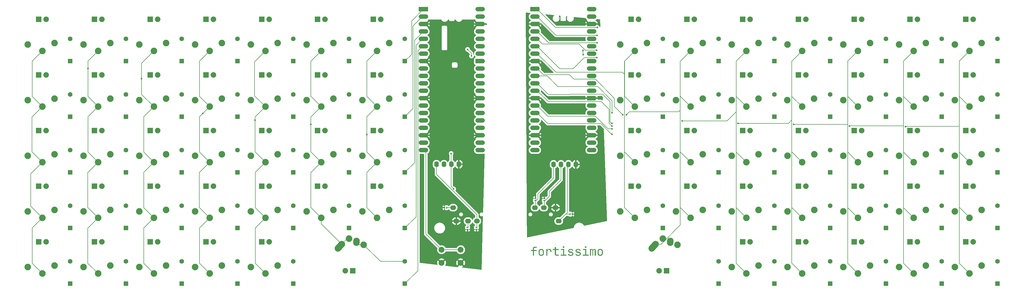
<source format=gbr>
%TF.GenerationSoftware,KiCad,Pcbnew,9.0.3*%
%TF.CreationDate,2025-07-31T16:32:47-07:00*%
%TF.ProjectId,fortissimo-ii,666f7274-6973-4736-996d-6f2d69692e6b,rev?*%
%TF.SameCoordinates,Original*%
%TF.FileFunction,Copper,L1,Top*%
%TF.FilePolarity,Positive*%
%FSLAX46Y46*%
G04 Gerber Fmt 4.6, Leading zero omitted, Abs format (unit mm)*
G04 Created by KiCad (PCBNEW 9.0.3) date 2025-07-31 16:32:47*
%MOMM*%
%LPD*%
G01*
G04 APERTURE LIST*
G04 Aperture macros list*
%AMRoundRect*
0 Rectangle with rounded corners*
0 $1 Rounding radius*
0 $2 $3 $4 $5 $6 $7 $8 $9 X,Y pos of 4 corners*
0 Add a 4 corners polygon primitive as box body*
4,1,4,$2,$3,$4,$5,$6,$7,$8,$9,$2,$3,0*
0 Add four circle primitives for the rounded corners*
1,1,$1+$1,$2,$3*
1,1,$1+$1,$4,$5*
1,1,$1+$1,$6,$7*
1,1,$1+$1,$8,$9*
0 Add four rect primitives between the rounded corners*
20,1,$1+$1,$2,$3,$4,$5,0*
20,1,$1+$1,$4,$5,$6,$7,0*
20,1,$1+$1,$6,$7,$8,$9,0*
20,1,$1+$1,$8,$9,$2,$3,0*%
%AMHorizOval*
0 Thick line with rounded ends*
0 $1 width*
0 $2 $3 position (X,Y) of the first rounded end (center of the circle)*
0 $4 $5 position (X,Y) of the second rounded end (center of the circle)*
0 Add line between two ends*
20,1,$1,$2,$3,$4,$5,0*
0 Add two circle primitives to create the rounded ends*
1,1,$1,$2,$3*
1,1,$1,$4,$5*%
%AMFreePoly0*
4,1,37,0.800000,0.796148,0.878414,0.796148,1.032228,0.765552,1.177117,0.705537,1.307515,0.618408,1.418408,0.507515,1.505537,0.377117,1.565552,0.232228,1.596148,0.078414,1.596148,-0.078414,1.565552,-0.232228,1.505537,-0.377117,1.418408,-0.507515,1.307515,-0.618408,1.177117,-0.705537,1.032228,-0.765552,0.878414,-0.796148,0.800000,-0.796148,0.800000,-0.800000,-1.400000,-0.800000,
-1.403843,-0.796157,-1.439018,-0.796157,-1.511114,-0.766294,-1.566294,-0.711114,-1.596157,-0.639018,-1.596157,-0.603843,-1.600000,-0.600000,-1.600000,0.600000,-1.596157,0.603843,-1.596157,0.639018,-1.566294,0.711114,-1.511114,0.766294,-1.439018,0.796157,-1.403843,0.796157,-1.400000,0.800000,0.800000,0.800000,0.800000,0.796148,0.800000,0.796148,$1*%
%AMFreePoly1*
4,1,37,1.403843,0.796157,1.439018,0.796157,1.511114,0.766294,1.566294,0.711114,1.596157,0.639018,1.596157,0.603843,1.600000,0.600000,1.600000,-0.600000,1.596157,-0.603843,1.596157,-0.639018,1.566294,-0.711114,1.511114,-0.766294,1.439018,-0.796157,1.403843,-0.796157,1.400000,-0.800000,-0.800000,-0.800000,-0.800000,-0.796148,-0.878414,-0.796148,-1.032228,-0.765552,-1.177117,-0.705537,
-1.307515,-0.618408,-1.418408,-0.507515,-1.505537,-0.377117,-1.565552,-0.232228,-1.596148,-0.078414,-1.596148,0.078414,-1.565552,0.232228,-1.505537,0.377117,-1.418408,0.507515,-1.307515,0.618408,-1.177117,0.705537,-1.032228,0.765552,-0.878414,0.796148,-0.800000,0.796148,-0.800000,0.800000,1.400000,0.800000,1.403843,0.796157,1.403843,0.796157,$1*%
%AMFreePoly2*
4,1,37,0.603843,0.796157,0.639018,0.796157,0.711114,0.766294,0.766294,0.711114,0.796157,0.639018,0.796157,0.603843,0.800000,0.600000,0.800000,-0.600000,0.796157,-0.603843,0.796157,-0.639018,0.766294,-0.711114,0.711114,-0.766294,0.639018,-0.796157,0.603843,-0.796157,0.600000,-0.800000,0.000000,-0.800000,0.000000,-0.796148,-0.078414,-0.796148,-0.232228,-0.765552,-0.377117,-0.705537,
-0.507515,-0.618408,-0.618408,-0.507515,-0.705537,-0.377117,-0.765552,-0.232228,-0.796148,-0.078414,-0.796148,0.078414,-0.765552,0.232228,-0.705537,0.377117,-0.618408,0.507515,-0.507515,0.618408,-0.377117,0.705537,-0.232228,0.765552,-0.078414,0.796148,0.000000,0.796148,0.000000,0.800000,0.600000,0.800000,0.603843,0.796157,0.603843,0.796157,$1*%
%AMFreePoly3*
4,1,37,0.000000,0.796148,0.078414,0.796148,0.232228,0.765552,0.377117,0.705537,0.507515,0.618408,0.618408,0.507515,0.705537,0.377117,0.765552,0.232228,0.796148,0.078414,0.796148,-0.078414,0.765552,-0.232228,0.705537,-0.377117,0.618408,-0.507515,0.507515,-0.618408,0.377117,-0.705537,0.232228,-0.765552,0.078414,-0.796148,0.000000,-0.796148,0.000000,-0.800000,-0.600000,-0.800000,
-0.603843,-0.796157,-0.639018,-0.796157,-0.711114,-0.766294,-0.766294,-0.711114,-0.796157,-0.639018,-0.796157,-0.603843,-0.800000,-0.600000,-0.800000,0.600000,-0.796157,0.603843,-0.796157,0.639018,-0.766294,0.711114,-0.711114,0.766294,-0.639018,0.796157,-0.603843,0.796157,-0.600000,0.800000,0.000000,0.800000,0.000000,0.796148,0.000000,0.796148,$1*%
G04 Aperture macros list end*
%ADD10C,0.150000*%
%TA.AperFunction,ComponentPad*%
%ADD11C,2.250000*%
%TD*%
%TA.AperFunction,ComponentPad*%
%ADD12C,1.905000*%
%TD*%
%TA.AperFunction,ComponentPad*%
%ADD13R,1.905000X1.905000*%
%TD*%
%TA.AperFunction,ComponentPad*%
%ADD14O,2.000000X1.600000*%
%TD*%
%TA.AperFunction,SMDPad,CuDef*%
%ADD15RoundRect,0.050000X0.150000X0.300000X-0.150000X0.300000X-0.150000X-0.300000X0.150000X-0.300000X0*%
%TD*%
%TA.AperFunction,ComponentPad*%
%ADD16HorizOval,2.250000X0.654995X0.730004X-0.654995X-0.730004X0*%
%TD*%
%TA.AperFunction,ComponentPad*%
%ADD17HorizOval,2.250000X0.019771X0.290016X-0.019771X-0.290016X0*%
%TD*%
%TA.AperFunction,SMDPad,CuDef*%
%ADD18RoundRect,0.050000X0.300000X-0.150000X0.300000X0.150000X-0.300000X0.150000X-0.300000X-0.150000X0*%
%TD*%
%TA.AperFunction,ComponentPad*%
%ADD19O,1.600000X2.000000*%
%TD*%
%TA.AperFunction,SMDPad,CuDef*%
%ADD20RoundRect,0.050000X-0.300000X0.150000X-0.300000X-0.150000X0.300000X-0.150000X0.300000X0.150000X0*%
%TD*%
%TA.AperFunction,SMDPad,CuDef*%
%ADD21RoundRect,0.050000X-0.150000X-0.300000X0.150000X-0.300000X0.150000X0.300000X-0.150000X0.300000X0*%
%TD*%
%TA.AperFunction,ComponentPad*%
%ADD22C,2.000000*%
%TD*%
%TA.AperFunction,SMDPad,CuDef*%
%ADD23FreePoly0,0.000000*%
%TD*%
%TA.AperFunction,ComponentPad*%
%ADD24RoundRect,0.200000X-0.600000X-0.600000X0.600000X-0.600000X0.600000X0.600000X-0.600000X0.600000X0*%
%TD*%
%TA.AperFunction,SMDPad,CuDef*%
%ADD25RoundRect,0.800000X-0.800000X-0.000010X0.800000X-0.000010X0.800000X0.000010X-0.800000X0.000010X0*%
%TD*%
%TA.AperFunction,ComponentPad*%
%ADD26C,1.600000*%
%TD*%
%TA.AperFunction,SMDPad,CuDef*%
%ADD27FreePoly1,0.000000*%
%TD*%
%TA.AperFunction,ComponentPad*%
%ADD28FreePoly2,0.000000*%
%TD*%
%TA.AperFunction,ComponentPad*%
%ADD29FreePoly3,0.000000*%
%TD*%
%TA.AperFunction,ComponentPad*%
%ADD30RoundRect,0.250000X0.550000X-0.550000X0.550000X0.550000X-0.550000X0.550000X-0.550000X-0.550000X0*%
%TD*%
%TA.AperFunction,ViaPad*%
%ADD31C,0.600000*%
%TD*%
%TA.AperFunction,Conductor*%
%ADD32C,0.200000*%
%TD*%
G04 APERTURE END LIST*
D10*
G36*
X210402355Y-109490000D02*
G01*
X210402355Y-107840628D01*
X209730809Y-107840628D01*
X209730809Y-107496428D01*
X210402355Y-107496428D01*
X210402355Y-107013743D01*
X210422782Y-106839456D01*
X210480402Y-106698645D01*
X210574363Y-106583632D01*
X210697949Y-106498907D01*
X210853158Y-106445394D01*
X211048804Y-106426095D01*
X211724380Y-106426095D01*
X211724380Y-106770294D01*
X211048804Y-106770294D01*
X210924325Y-106787695D01*
X210845098Y-106833146D01*
X210797631Y-106905202D01*
X210780076Y-107013743D01*
X210780076Y-107496428D01*
X211724380Y-107496428D01*
X211724380Y-107840628D01*
X210780076Y-107840628D01*
X210780076Y-109490000D01*
X210402355Y-109490000D01*
G37*
G36*
X213484839Y-107164619D02*
G01*
X213661164Y-107211595D01*
X213811459Y-107286505D01*
X213939968Y-107389450D01*
X214042888Y-107516876D01*
X214118475Y-107669382D01*
X214166348Y-107852020D01*
X214183417Y-108071437D01*
X214183417Y-108600284D01*
X214166316Y-108817195D01*
X214118205Y-108998854D01*
X214041963Y-109151608D01*
X213937770Y-109280256D01*
X213808145Y-109384306D01*
X213657696Y-109459758D01*
X213482392Y-109506907D01*
X213276849Y-109523522D01*
X213071206Y-109506904D01*
X212895843Y-109459751D01*
X212745368Y-109384298D01*
X212615744Y-109280256D01*
X212511636Y-109151620D01*
X212435450Y-108998870D01*
X212387371Y-108817207D01*
X212370280Y-108600284D01*
X212370280Y-108071437D01*
X212373541Y-108029488D01*
X212748002Y-108029488D01*
X212748002Y-108642233D01*
X212765780Y-108815604D01*
X212814410Y-108948100D01*
X212890701Y-109049263D01*
X212993587Y-109124380D01*
X213120082Y-109171087D01*
X213276849Y-109187749D01*
X213436296Y-109170947D01*
X213563276Y-109124123D01*
X213665012Y-109049263D01*
X213740137Y-108948264D01*
X213788130Y-108815776D01*
X213805696Y-108642233D01*
X213805696Y-108029488D01*
X213788126Y-107855820D01*
X213740130Y-107723277D01*
X213665012Y-107622274D01*
X213563276Y-107547415D01*
X213436296Y-107500591D01*
X213276849Y-107483789D01*
X213120082Y-107500451D01*
X212993587Y-107547158D01*
X212890701Y-107622274D01*
X212814418Y-107723441D01*
X212765784Y-107855992D01*
X212748002Y-108029488D01*
X212373541Y-108029488D01*
X212387339Y-107852007D01*
X212435180Y-107669365D01*
X212510712Y-107516864D01*
X212613546Y-107389450D01*
X212742054Y-107286513D01*
X212892375Y-107211602D01*
X213068759Y-107164622D01*
X213276849Y-107148016D01*
X213484839Y-107164619D01*
G37*
G36*
X215005355Y-109490000D02*
G01*
X215005355Y-107181538D01*
X215383077Y-107181538D01*
X215383077Y-107622274D01*
X215391503Y-107622274D01*
X215426489Y-107481728D01*
X215489193Y-107365794D01*
X215580364Y-107269832D01*
X215693483Y-107199884D01*
X215833806Y-107155549D01*
X216008461Y-107139590D01*
X216187119Y-107154581D01*
X216335870Y-107196735D01*
X216460334Y-107263697D01*
X216564602Y-107355744D01*
X216646066Y-107468374D01*
X216706815Y-107604961D01*
X216745725Y-107770367D01*
X216759691Y-107970687D01*
X216759691Y-108167974D01*
X216381969Y-108167974D01*
X216381969Y-107970687D01*
X216366250Y-107806534D01*
X216323755Y-107683484D01*
X216258196Y-107591810D01*
X216168541Y-107525392D01*
X216049224Y-107482668D01*
X215891041Y-107466936D01*
X215732037Y-107484422D01*
X215608857Y-107532723D01*
X215513136Y-107609635D01*
X215443954Y-107712348D01*
X215399408Y-107846439D01*
X215383077Y-108021062D01*
X215383077Y-109490000D01*
X215005355Y-109490000D01*
G37*
G36*
X218542969Y-109490000D02*
G01*
X218359340Y-109470226D01*
X218209259Y-109414465D01*
X218085380Y-109324220D01*
X217991318Y-109203978D01*
X217933714Y-109058817D01*
X217913372Y-108881468D01*
X217913372Y-107525737D01*
X217250252Y-107525737D01*
X217250252Y-107181538D01*
X217913372Y-107181538D01*
X217913372Y-106531058D01*
X218291093Y-106531058D01*
X218291093Y-107181538D01*
X219235397Y-107181538D01*
X219235397Y-107525737D01*
X218291093Y-107525737D01*
X218291093Y-108881468D01*
X218309086Y-108989755D01*
X218360336Y-109072344D01*
X218439236Y-109126876D01*
X218542969Y-109145800D01*
X219214515Y-109145800D01*
X219214515Y-109490000D01*
X218542969Y-109490000D01*
G37*
G36*
X219927459Y-109490000D02*
G01*
X219927459Y-109145800D01*
X220745734Y-109145800D01*
X220745734Y-107525737D01*
X220011357Y-107525737D01*
X220011357Y-107181538D01*
X221123456Y-107181538D01*
X221123456Y-109145800D01*
X221899965Y-109145800D01*
X221899965Y-109490000D01*
X219927459Y-109490000D01*
G37*
G36*
X220892646Y-106766081D02*
G01*
X220765205Y-106747047D01*
X220674476Y-106694823D01*
X220615387Y-106612450D01*
X220594792Y-106501749D01*
X220615507Y-106386899D01*
X220674476Y-106302264D01*
X220765396Y-106248362D01*
X220892646Y-106228808D01*
X221019896Y-106248362D01*
X221110816Y-106302264D01*
X221169927Y-106386915D01*
X221190683Y-106501749D01*
X221170048Y-106612434D01*
X221110816Y-106694823D01*
X221020087Y-106747047D01*
X220892646Y-106766081D01*
G37*
G36*
X223255146Y-109523522D02*
G01*
X223060245Y-109510963D01*
X222899237Y-109476030D01*
X222766406Y-109421741D01*
X222657056Y-109349499D01*
X222565708Y-109255153D01*
X222500242Y-109143990D01*
X222459504Y-109012644D01*
X222445115Y-108856189D01*
X222822836Y-108856189D01*
X222836044Y-108957107D01*
X222873624Y-109038860D01*
X222936043Y-109106050D01*
X223016479Y-109153817D01*
X223120668Y-109184807D01*
X223255146Y-109196175D01*
X223439794Y-109196175D01*
X223576870Y-109184531D01*
X223683024Y-109152790D01*
X223764942Y-109103852D01*
X223828298Y-109035068D01*
X223866743Y-108950057D01*
X223880347Y-108843733D01*
X223861380Y-108704651D01*
X223810465Y-108608710D01*
X223728831Y-108544066D01*
X223607588Y-108507960D01*
X222969748Y-108415636D01*
X222820828Y-108377495D01*
X222700894Y-108312436D01*
X222604483Y-108220364D01*
X222534399Y-108106077D01*
X222490233Y-107966292D01*
X222474424Y-107794466D01*
X222488324Y-107646809D01*
X222527931Y-107521215D01*
X222592054Y-107413326D01*
X222682152Y-107320207D01*
X222789581Y-107248198D01*
X222918024Y-107194527D01*
X223071547Y-107160260D01*
X223255146Y-107148016D01*
X223439794Y-107148016D01*
X223658098Y-107168014D01*
X223838116Y-107224194D01*
X223987508Y-107313796D01*
X224082184Y-107404190D01*
X224150623Y-107505295D01*
X224195205Y-107618988D01*
X224216120Y-107748304D01*
X223834185Y-107748304D01*
X223817934Y-107672392D01*
X223780347Y-107606029D01*
X223718780Y-107546803D01*
X223643607Y-107503846D01*
X223551963Y-107476669D01*
X223439794Y-107466936D01*
X223255146Y-107466936D01*
X223129213Y-107477953D01*
X223030385Y-107508195D01*
X222952896Y-107555230D01*
X222892510Y-107620571D01*
X222856355Y-107698933D01*
X222843719Y-107794466D01*
X222859152Y-107908093D01*
X222900675Y-107987018D01*
X222967296Y-108040699D01*
X223066102Y-108071437D01*
X223662177Y-108155334D01*
X223849685Y-108200580D01*
X223993353Y-108272236D01*
X224102080Y-108368410D01*
X224181151Y-108491273D01*
X224231555Y-108646742D01*
X224249825Y-108843733D01*
X224235432Y-109002319D01*
X224194663Y-109135771D01*
X224129166Y-109248969D01*
X224037883Y-109345286D01*
X223928258Y-109419425D01*
X223795321Y-109475000D01*
X223634408Y-109510699D01*
X223439794Y-109523522D01*
X223255146Y-109523522D01*
G37*
G36*
X225772801Y-109523522D02*
G01*
X225577900Y-109510963D01*
X225416893Y-109476030D01*
X225284061Y-109421741D01*
X225174712Y-109349499D01*
X225083363Y-109255153D01*
X225017897Y-109143990D01*
X224977159Y-109012644D01*
X224962770Y-108856189D01*
X225340491Y-108856189D01*
X225353699Y-108957107D01*
X225391280Y-109038860D01*
X225453698Y-109106050D01*
X225534134Y-109153817D01*
X225638323Y-109184807D01*
X225772801Y-109196175D01*
X225957449Y-109196175D01*
X226094526Y-109184531D01*
X226200679Y-109152790D01*
X226282597Y-109103852D01*
X226345953Y-109035068D01*
X226384398Y-108950057D01*
X226398002Y-108843733D01*
X226379036Y-108704651D01*
X226328120Y-108608710D01*
X226246487Y-108544066D01*
X226125244Y-108507960D01*
X225487404Y-108415636D01*
X225338483Y-108377495D01*
X225218550Y-108312436D01*
X225122138Y-108220364D01*
X225052054Y-108106077D01*
X225007889Y-107966292D01*
X224992079Y-107794466D01*
X225005979Y-107646809D01*
X225045586Y-107521215D01*
X225109709Y-107413326D01*
X225199808Y-107320207D01*
X225307236Y-107248198D01*
X225435680Y-107194527D01*
X225589203Y-107160260D01*
X225772801Y-107148016D01*
X225957449Y-107148016D01*
X226175753Y-107168014D01*
X226355771Y-107224194D01*
X226505163Y-107313796D01*
X226599839Y-107404190D01*
X226668278Y-107505295D01*
X226712860Y-107618988D01*
X226733775Y-107748304D01*
X226351840Y-107748304D01*
X226335589Y-107672392D01*
X226298003Y-107606029D01*
X226236435Y-107546803D01*
X226161263Y-107503846D01*
X226069619Y-107476669D01*
X225957449Y-107466936D01*
X225772801Y-107466936D01*
X225646868Y-107477953D01*
X225548040Y-107508195D01*
X225470551Y-107555230D01*
X225410165Y-107620571D01*
X225374010Y-107698933D01*
X225361374Y-107794466D01*
X225376807Y-107908093D01*
X225418330Y-107987018D01*
X225484951Y-108040699D01*
X225583757Y-108071437D01*
X226179832Y-108155334D01*
X226367341Y-108200580D01*
X226511009Y-108272236D01*
X226619736Y-108368410D01*
X226698806Y-108491273D01*
X226749210Y-108646742D01*
X226767480Y-108843733D01*
X226753087Y-109002319D01*
X226712318Y-109135771D01*
X226646821Y-109248969D01*
X226555539Y-109345286D01*
X226445913Y-109419425D01*
X226312976Y-109475000D01*
X226152063Y-109510699D01*
X225957449Y-109523522D01*
X225772801Y-109523522D01*
G37*
G36*
X227480425Y-109490000D02*
G01*
X227480425Y-109145800D01*
X228298700Y-109145800D01*
X228298700Y-107525737D01*
X227564323Y-107525737D01*
X227564323Y-107181538D01*
X228676421Y-107181538D01*
X228676421Y-109145800D01*
X229452930Y-109145800D01*
X229452930Y-109490000D01*
X227480425Y-109490000D01*
G37*
G36*
X228445612Y-106766081D02*
G01*
X228318170Y-106747047D01*
X228227442Y-106694823D01*
X228168352Y-106612450D01*
X228147758Y-106501749D01*
X228168473Y-106386899D01*
X228227442Y-106302264D01*
X228318362Y-106248362D01*
X228445612Y-106228808D01*
X228572862Y-106248362D01*
X228663782Y-106302264D01*
X228722893Y-106386915D01*
X228743649Y-106501749D01*
X228723014Y-106612434D01*
X228663782Y-106694823D01*
X228573053Y-106747047D01*
X228445612Y-106766081D01*
G37*
G36*
X229893117Y-109490000D02*
G01*
X229893117Y-107181538D01*
X230220464Y-107181538D01*
X230220464Y-107488002D01*
X230228890Y-107488002D01*
X230252627Y-107388972D01*
X230293809Y-107305970D01*
X230352538Y-107236127D01*
X230426186Y-107183171D01*
X230512498Y-107150887D01*
X230615038Y-107139590D01*
X230712429Y-107149811D01*
X230796794Y-107179291D01*
X230870943Y-107227883D01*
X230959862Y-107329587D01*
X231022069Y-107466936D01*
X231026282Y-107466936D01*
X231054909Y-107371068D01*
X231098916Y-107292346D01*
X231158356Y-107227883D01*
X231231414Y-107179739D01*
X231317746Y-107150046D01*
X231420856Y-107139590D01*
X231561137Y-107158607D01*
X231677315Y-107213328D01*
X231775314Y-107305369D01*
X231846806Y-107422439D01*
X231891614Y-107563819D01*
X231907571Y-107735664D01*
X231907571Y-109490000D01*
X231555129Y-109490000D01*
X231555129Y-107731451D01*
X231537135Y-107603311D01*
X231487901Y-107511083D01*
X231409502Y-107450246D01*
X231303253Y-107429200D01*
X231200580Y-107449596D01*
X231122819Y-107509068D01*
X231073662Y-107599446D01*
X231055591Y-107727238D01*
X231055591Y-109490000D01*
X230745097Y-109490000D01*
X230745097Y-107731451D01*
X230727104Y-107603311D01*
X230677869Y-107511083D01*
X230600059Y-107450046D01*
X230497435Y-107429200D01*
X230391135Y-107449791D01*
X230312787Y-107509068D01*
X230263630Y-107599446D01*
X230245560Y-107727238D01*
X230245560Y-109490000D01*
X229893117Y-109490000D01*
G37*
G36*
X233626081Y-107164619D02*
G01*
X233802406Y-107211595D01*
X233952701Y-107286505D01*
X234081210Y-107389450D01*
X234184130Y-107516876D01*
X234259717Y-107669382D01*
X234307590Y-107852020D01*
X234324659Y-108071437D01*
X234324659Y-108600284D01*
X234307558Y-108817195D01*
X234259448Y-108998854D01*
X234183205Y-109151608D01*
X234079012Y-109280256D01*
X233949387Y-109384306D01*
X233798938Y-109459758D01*
X233623634Y-109506907D01*
X233418091Y-109523522D01*
X233212448Y-109506904D01*
X233037085Y-109459751D01*
X232886610Y-109384298D01*
X232756987Y-109280256D01*
X232652879Y-109151620D01*
X232576692Y-108998870D01*
X232528613Y-108817207D01*
X232511523Y-108600284D01*
X232511523Y-108071437D01*
X232514784Y-108029488D01*
X232889244Y-108029488D01*
X232889244Y-108642233D01*
X232907022Y-108815604D01*
X232955652Y-108948100D01*
X233031943Y-109049263D01*
X233134829Y-109124380D01*
X233261325Y-109171087D01*
X233418091Y-109187749D01*
X233577538Y-109170947D01*
X233704518Y-109124123D01*
X233806254Y-109049263D01*
X233881380Y-108948264D01*
X233929372Y-108815776D01*
X233946938Y-108642233D01*
X233946938Y-108029488D01*
X233929368Y-107855820D01*
X233881372Y-107723277D01*
X233806254Y-107622274D01*
X233704518Y-107547415D01*
X233577538Y-107500591D01*
X233418091Y-107483789D01*
X233261325Y-107500451D01*
X233134829Y-107547158D01*
X233031943Y-107622274D01*
X232955660Y-107723441D01*
X232907026Y-107855992D01*
X232889244Y-108029488D01*
X232514784Y-108029488D01*
X232528581Y-107852007D01*
X232576422Y-107669365D01*
X232651954Y-107516864D01*
X232754788Y-107389450D01*
X232883296Y-107286513D01*
X233033617Y-107211602D01*
X233210001Y-107164622D01*
X233418091Y-107148016D01*
X233626081Y-107164619D01*
G37*
D11*
%TO.P,SW9,1,1*%
%TO.N,/L_col_2*%
X61912500Y-58437500D03*
%TO.P,SW9,2,2*%
%TO.N,Net-(D9-A)*%
X56912500Y-56187500D03*
X66042500Y-55687500D03*
D12*
%TO.P,SW9,3*%
%TO.N,N/C*%
X63182500Y-47587500D03*
D13*
%TO.P,SW9,4*%
X60642500Y-47587500D03*
%TD*%
D11*
%TO.P,SW43,1,1*%
%TO.N,/R_col_2*%
X264318750Y-77487500D03*
%TO.P,SW43,2,2*%
%TO.N,Net-(D45-A)*%
X259318750Y-75237500D03*
X268448750Y-74737500D03*
D12*
%TO.P,SW43,3*%
%TO.N,N/C*%
X265588750Y-66637500D03*
D13*
%TO.P,SW43,4*%
X263048750Y-66637500D03*
%TD*%
D11*
%TO.P,SW48,1,1*%
%TO.N,/R_col_3*%
X283368750Y-77487500D03*
%TO.P,SW48,2,2*%
%TO.N,Net-(D50-A)*%
X278368750Y-75237500D03*
X287498750Y-74737500D03*
D12*
%TO.P,SW48,3*%
%TO.N,N/C*%
X284638750Y-66637500D03*
D13*
%TO.P,SW48,4*%
X282098750Y-66637500D03*
%TD*%
D11*
%TO.P,SW21,1,1*%
%TO.N,/L_col_7*%
X157162500Y-77487500D03*
%TO.P,SW21,2,2*%
%TO.N,Net-(D21-A)*%
X152162500Y-75237500D03*
X161292500Y-74737500D03*
D12*
%TO.P,SW21,3*%
%TO.N,N/C*%
X158432500Y-66637500D03*
D13*
%TO.P,SW21,4*%
X155892500Y-66637500D03*
%TD*%
D14*
%TO.P,J2,R1*%
%TO.N,/R_SCL*%
X214150000Y-93025000D03*
%TO.P,J2,R2*%
%TO.N,/R_SDA*%
X211150000Y-93025000D03*
%TO.P,J2,S*%
%TO.N,VBUS*%
X219250000Y-97625000D03*
%TO.P,J2,T*%
%TO.N,GND*%
X218150000Y-93025000D03*
%TD*%
D11*
%TO.P,SW26,1,1*%
%TO.N,/L_col_5*%
X119062500Y-96537500D03*
%TO.P,SW26,2,2*%
%TO.N,Net-(D26-A)*%
X114062500Y-94287500D03*
X123192500Y-93787500D03*
D12*
%TO.P,SW26,3*%
%TO.N,N/C*%
X120332500Y-85687500D03*
D13*
%TO.P,SW26,4*%
X117792500Y-85687500D03*
%TD*%
D11*
%TO.P,SW29,1,1*%
%TO.N,/L_col_1*%
X42862500Y-115587500D03*
%TO.P,SW29,2,2*%
%TO.N,Net-(D29-A)*%
X37862500Y-113337500D03*
X46992500Y-112837500D03*
D12*
%TO.P,SW29,3*%
%TO.N,N/C*%
X44132500Y-104737500D03*
D13*
%TO.P,SW29,4*%
X41592500Y-104737500D03*
%TD*%
D11*
%TO.P,SW52,1,1*%
%TO.N,/R_col_4*%
X302350000Y-58437500D03*
%TO.P,SW52,2,2*%
%TO.N,Net-(D54-A)*%
X297350000Y-56187500D03*
X306480000Y-55687500D03*
D12*
%TO.P,SW52,3*%
%TO.N,N/C*%
X303620000Y-47587500D03*
D13*
%TO.P,SW52,4*%
X301080000Y-47587500D03*
%TD*%
D11*
%TO.P,SW61,1,1*%
%TO.N,/R_col_6*%
X340518750Y-39387500D03*
%TO.P,SW61,2,2*%
%TO.N,Net-(D63-A)*%
X335518750Y-37137500D03*
X344648750Y-36637500D03*
D12*
%TO.P,SW61,3*%
%TO.N,N/C*%
X341788750Y-28537500D03*
D13*
%TO.P,SW61,4*%
X339248750Y-28537500D03*
%TD*%
D11*
%TO.P,SW64,1,1*%
%TO.N,/R_col_6*%
X340518750Y-96537500D03*
%TO.P,SW64,2,2*%
%TO.N,Net-(D66-A)*%
X335518750Y-94287500D03*
X344648750Y-93787500D03*
D12*
%TO.P,SW64,3*%
%TO.N,N/C*%
X341788750Y-85687500D03*
D13*
%TO.P,SW64,4*%
X339248750Y-85687500D03*
%TD*%
D11*
%TO.P,SW56,1,1*%
%TO.N,/R_col_5*%
X321468750Y-39387500D03*
%TO.P,SW56,2,2*%
%TO.N,Net-(D58-A)*%
X316468750Y-37137500D03*
X325598750Y-36637500D03*
D12*
%TO.P,SW56,3*%
%TO.N,N/C*%
X322738750Y-28537500D03*
D13*
%TO.P,SW56,4*%
X320198750Y-28537500D03*
%TD*%
D11*
%TO.P,SW62,1,1*%
%TO.N,/R_col_6*%
X340518750Y-58437500D03*
%TO.P,SW62,2,2*%
%TO.N,Net-(D64-A)*%
X335518750Y-56187500D03*
X344648750Y-55687500D03*
D12*
%TO.P,SW62,3*%
%TO.N,N/C*%
X341788750Y-47587500D03*
D13*
%TO.P,SW62,4*%
X339248750Y-47587500D03*
%TD*%
D11*
%TO.P,SW2,1,1*%
%TO.N,/L_col_2*%
X61912500Y-39387500D03*
%TO.P,SW2,2,2*%
%TO.N,Net-(D2-A)*%
X56912500Y-37137500D03*
X66042500Y-36637500D03*
D12*
%TO.P,SW2,3*%
%TO.N,N/C*%
X63182500Y-28537500D03*
D13*
%TO.P,SW2,4*%
X60642500Y-28537500D03*
%TD*%
D11*
%TO.P,SW54,1,1*%
%TO.N,/R_col_4*%
X302418750Y-96537500D03*
%TO.P,SW54,2,2*%
%TO.N,Net-(D56-A)*%
X297418750Y-94287500D03*
X306548750Y-93787500D03*
D12*
%TO.P,SW54,3*%
%TO.N,N/C*%
X303688750Y-85687500D03*
D13*
%TO.P,SW54,4*%
X301148750Y-85687500D03*
%TD*%
D11*
%TO.P,SW31,1,1*%
%TO.N,/L_col_3*%
X80962500Y-115587500D03*
%TO.P,SW31,2,2*%
%TO.N,Net-(D31-A)*%
X75962500Y-113337500D03*
X85092500Y-112837500D03*
D12*
%TO.P,SW31,3*%
%TO.N,N/C*%
X82232500Y-104737500D03*
D13*
%TO.P,SW31,4*%
X79692500Y-104737500D03*
%TD*%
D11*
%TO.P,SW65,1,1*%
%TO.N,/R_col_7*%
X359568750Y-115587500D03*
%TO.P,SW65,2,2*%
%TO.N,Net-(D67-A)*%
X354568750Y-113337500D03*
X363698750Y-112837500D03*
D12*
%TO.P,SW65,3*%
%TO.N,N/C*%
X360838750Y-104737500D03*
D13*
%TO.P,SW65,4*%
X358298750Y-104737500D03*
%TD*%
D11*
%TO.P,SW25,1,1*%
%TO.N,/L_col_4*%
X100012500Y-96537500D03*
%TO.P,SW25,2,2*%
%TO.N,Net-(D25-A)*%
X95012500Y-94287500D03*
X104142500Y-93787500D03*
D12*
%TO.P,SW25,3*%
%TO.N,N/C*%
X101282500Y-85687500D03*
D13*
%TO.P,SW25,4*%
X98742500Y-85687500D03*
%TD*%
D15*
%TO.P,D72,1,K*%
%TO.N,GND*%
X223837500Y-95250000D03*
%TO.P,D72,2,A*%
%TO.N,VBUS*%
X223137500Y-95250000D03*
%TD*%
D11*
%TO.P,SW4,1,1*%
%TO.N,/L_col_4*%
X100012500Y-39387500D03*
%TO.P,SW4,2,2*%
%TO.N,Net-(D4-A)*%
X95012500Y-37137500D03*
X104142500Y-36637500D03*
D12*
%TO.P,SW4,3*%
%TO.N,N/C*%
X101282500Y-28537500D03*
D13*
%TO.P,SW4,4*%
X98742500Y-28537500D03*
%TD*%
D16*
%TO.P,SW34,1,1*%
%TO.N,/L_col_6*%
X144482495Y-106267496D03*
D11*
X145137500Y-105537500D03*
X147637500Y-103637500D03*
D17*
%TO.P,SW34,2,2*%
%TO.N,Net-(D34-A)*%
X150157271Y-104747484D03*
D11*
X150177500Y-104457500D03*
X152637500Y-105737500D03*
D12*
%TO.P,SW34,3*%
%TO.N,N/C*%
X146367500Y-114617500D03*
D13*
%TO.P,SW34,4*%
X148907500Y-114617500D03*
%TD*%
D11*
%TO.P,SW14,1,1*%
%TO.N,/L_col_7*%
X157162500Y-58437500D03*
%TO.P,SW14,2,2*%
%TO.N,Net-(D14-A)*%
X152162500Y-56187500D03*
X161292500Y-55687500D03*
D12*
%TO.P,SW14,3*%
%TO.N,N/C*%
X158432500Y-47587500D03*
D13*
%TO.P,SW14,4*%
X155892500Y-47587500D03*
%TD*%
D18*
%TO.P,D37,1,K*%
%TO.N,GND*%
X188118750Y-100500000D03*
%TO.P,D37,2,A*%
%TO.N,/L_SCL*%
X188118750Y-99800000D03*
%TD*%
D11*
%TO.P,SW8,1,1*%
%TO.N,/L_col_1*%
X42862500Y-58437500D03*
%TO.P,SW8,2,2*%
%TO.N,Net-(D8-A)*%
X37862500Y-56187500D03*
X46992500Y-55687500D03*
D12*
%TO.P,SW8,3*%
%TO.N,N/C*%
X44132500Y-47587500D03*
D13*
%TO.P,SW8,4*%
X41592500Y-47587500D03*
%TD*%
D11*
%TO.P,SW6,1,1*%
%TO.N,/L_col_6*%
X138112500Y-39387500D03*
%TO.P,SW6,2,2*%
%TO.N,Net-(D6-A)*%
X133112500Y-37137500D03*
X142242500Y-36637500D03*
D12*
%TO.P,SW6,3*%
%TO.N,N/C*%
X139382500Y-28537500D03*
D13*
%TO.P,SW6,4*%
X136842500Y-28537500D03*
%TD*%
D11*
%TO.P,SW5,1,1*%
%TO.N,/L_col_5*%
X119062500Y-39387500D03*
%TO.P,SW5,2,2*%
%TO.N,Net-(D5-A)*%
X114062500Y-37137500D03*
X123192500Y-36637500D03*
D12*
%TO.P,SW5,3*%
%TO.N,N/C*%
X120332500Y-28537500D03*
D13*
%TO.P,SW5,4*%
X117792500Y-28537500D03*
%TD*%
D11*
%TO.P,SW67,1,1*%
%TO.N,/R_col_7*%
X359568750Y-58437500D03*
%TO.P,SW67,2,2*%
%TO.N,Net-(D69-A)*%
X354568750Y-56187500D03*
X363698750Y-55687500D03*
D12*
%TO.P,SW67,3*%
%TO.N,N/C*%
X360838750Y-47587500D03*
D13*
%TO.P,SW67,4*%
X358298750Y-47587500D03*
%TD*%
D19*
%TO.P,Brd2,1,GND*%
%TO.N,GND*%
X225120000Y-78225000D03*
%TO.P,Brd2,2,VCC*%
%TO.N,VBUS*%
X222580000Y-78225000D03*
%TO.P,Brd2,3,SCL*%
%TO.N,/R_SCL*%
X220040000Y-78225000D03*
%TO.P,Brd2,4,SDA*%
%TO.N,/R_SDA*%
X217500000Y-78225000D03*
%TD*%
D11*
%TO.P,SW46,1,1*%
%TO.N,/R_col_3*%
X283368750Y-39387500D03*
%TO.P,SW46,2,2*%
%TO.N,Net-(D48-A)*%
X278368750Y-37137500D03*
X287498750Y-36637500D03*
D12*
%TO.P,SW46,3*%
%TO.N,N/C*%
X284638750Y-28537500D03*
D13*
%TO.P,SW46,4*%
X282098750Y-28537500D03*
%TD*%
D11*
%TO.P,SW66,1,1*%
%TO.N,/R_col_7*%
X359568750Y-39387500D03*
%TO.P,SW66,2,2*%
%TO.N,Net-(D68-A)*%
X354568750Y-37137500D03*
X363698750Y-36637500D03*
D12*
%TO.P,SW66,3*%
%TO.N,N/C*%
X360838750Y-28537500D03*
D13*
%TO.P,SW66,4*%
X358298750Y-28537500D03*
%TD*%
D11*
%TO.P,SW18,1,1*%
%TO.N,/L_col_4*%
X100012500Y-77487500D03*
%TO.P,SW18,2,2*%
%TO.N,Net-(D18-A)*%
X95012500Y-75237500D03*
X104142500Y-74737500D03*
D12*
%TO.P,SW18,3*%
%TO.N,N/C*%
X101282500Y-66637500D03*
D13*
%TO.P,SW18,4*%
X98742500Y-66637500D03*
%TD*%
D11*
%TO.P,SW20,1,1*%
%TO.N,/L_col_6*%
X138112500Y-77487500D03*
%TO.P,SW20,2,2*%
%TO.N,Net-(D20-A)*%
X133112500Y-75237500D03*
X142242500Y-74737500D03*
D12*
%TO.P,SW20,3*%
%TO.N,N/C*%
X139382500Y-66637500D03*
D13*
%TO.P,SW20,4*%
X136842500Y-66637500D03*
%TD*%
D20*
%TO.P,D73,1,K*%
%TO.N,GND*%
X211287500Y-89825000D03*
%TO.P,D73,2,A*%
%TO.N,/R_SDA*%
X211287500Y-90525000D03*
%TD*%
D11*
%TO.P,SW37,1,1*%
%TO.N,/R_col_1*%
X245268750Y-58437500D03*
%TO.P,SW37,2,2*%
%TO.N,Net-(D39-A)*%
X240268750Y-56187500D03*
X249398750Y-55687500D03*
D12*
%TO.P,SW37,3*%
%TO.N,N/C*%
X246538750Y-47587500D03*
D13*
%TO.P,SW37,4*%
X243998750Y-47587500D03*
%TD*%
D11*
%TO.P,SW1,1,1*%
%TO.N,/L_col_1*%
X42862500Y-39387500D03*
%TO.P,SW1,2,2*%
%TO.N,Net-(D1-A)*%
X37862500Y-37137500D03*
X46992500Y-36637500D03*
D12*
%TO.P,SW1,3*%
%TO.N,N/C*%
X44132500Y-28537500D03*
D13*
%TO.P,SW1,4*%
X41592500Y-28537500D03*
%TD*%
D11*
%TO.P,SW24,1,1*%
%TO.N,/L_col_3*%
X80962500Y-96537500D03*
%TO.P,SW24,2,2*%
%TO.N,Net-(D24-A)*%
X75962500Y-94287500D03*
X85092500Y-93787500D03*
D12*
%TO.P,SW24,3*%
%TO.N,N/C*%
X82232500Y-85687500D03*
D13*
%TO.P,SW24,4*%
X79692500Y-85687500D03*
%TD*%
D11*
%TO.P,SW57,1,1*%
%TO.N,/R_col_5*%
X321468750Y-58437500D03*
%TO.P,SW57,2,2*%
%TO.N,Net-(D59-A)*%
X316468750Y-56187500D03*
X325598750Y-55687500D03*
D12*
%TO.P,SW57,3*%
%TO.N,N/C*%
X322738750Y-47587500D03*
D13*
%TO.P,SW57,4*%
X320198750Y-47587500D03*
%TD*%
D11*
%TO.P,SW27,1,1*%
%TO.N,/L_col_6*%
X138112500Y-96537500D03*
%TO.P,SW27,2,2*%
%TO.N,Net-(D27-A)*%
X133112500Y-94287500D03*
X142242500Y-93787500D03*
D12*
%TO.P,SW27,3*%
%TO.N,N/C*%
X139382500Y-85687500D03*
D13*
%TO.P,SW27,4*%
X136842500Y-85687500D03*
%TD*%
D18*
%TO.P,D36,1,K*%
%TO.N,GND*%
X191143750Y-100475000D03*
%TO.P,D36,2,A*%
%TO.N,/L_SDA*%
X191143750Y-99775000D03*
%TD*%
D11*
%TO.P,SW68,1,1*%
%TO.N,/R_col_7*%
X359568750Y-77487500D03*
%TO.P,SW68,2,2*%
%TO.N,Net-(D70-A)*%
X354568750Y-75237500D03*
X363698750Y-74737500D03*
D12*
%TO.P,SW68,3*%
%TO.N,N/C*%
X360838750Y-66637500D03*
D13*
%TO.P,SW68,4*%
X358298750Y-66637500D03*
%TD*%
D11*
%TO.P,SW36,1,1*%
%TO.N,/R_col_1*%
X245268750Y-39387500D03*
%TO.P,SW36,2,2*%
%TO.N,Net-(D38-A)*%
X240268750Y-37137500D03*
X249398750Y-36637500D03*
D12*
%TO.P,SW36,3*%
%TO.N,N/C*%
X246538750Y-28537500D03*
D13*
%TO.P,SW36,4*%
X243998750Y-28537500D03*
%TD*%
D11*
%TO.P,SW32,1,1*%
%TO.N,/L_col_4*%
X100012500Y-115587500D03*
%TO.P,SW32,2,2*%
%TO.N,Net-(D32-A)*%
X95012500Y-113337500D03*
X104142500Y-112837500D03*
D12*
%TO.P,SW32,3*%
%TO.N,N/C*%
X101282500Y-104737500D03*
D13*
%TO.P,SW32,4*%
X98742500Y-104737500D03*
%TD*%
D21*
%TO.P,D35,1,K*%
%TO.N,GND*%
X180275000Y-93031250D03*
%TO.P,D35,2,A*%
%TO.N,VBUS*%
X180975000Y-93031250D03*
%TD*%
D11*
%TO.P,SW3,1,1*%
%TO.N,/L_col_3*%
X80962500Y-39387500D03*
%TO.P,SW3,2,2*%
%TO.N,Net-(D3-A)*%
X75962500Y-37137500D03*
X85092500Y-36637500D03*
D12*
%TO.P,SW3,3*%
%TO.N,N/C*%
X82232500Y-28537500D03*
D13*
%TO.P,SW3,4*%
X79692500Y-28537500D03*
%TD*%
D11*
%TO.P,SW58,1,1*%
%TO.N,/R_col_5*%
X321468750Y-77487500D03*
%TO.P,SW58,2,2*%
%TO.N,Net-(D60-A)*%
X316468750Y-75237500D03*
X325598750Y-74737500D03*
D12*
%TO.P,SW58,3*%
%TO.N,N/C*%
X322738750Y-66637500D03*
D13*
%TO.P,SW58,4*%
X320198750Y-66637500D03*
%TD*%
D11*
%TO.P,SW33,1,1*%
%TO.N,/L_col_5*%
X119062500Y-115587500D03*
%TO.P,SW33,2,2*%
%TO.N,Net-(D33-A)*%
X114062500Y-113337500D03*
X123192500Y-112837500D03*
D12*
%TO.P,SW33,3*%
%TO.N,N/C*%
X120332500Y-104737500D03*
D13*
%TO.P,SW33,4*%
X117792500Y-104737500D03*
%TD*%
D11*
%TO.P,SW63,1,1*%
%TO.N,/R_col_6*%
X340518750Y-77487500D03*
%TO.P,SW63,2,2*%
%TO.N,Net-(D65-A)*%
X335518750Y-75237500D03*
X344648750Y-74737500D03*
D12*
%TO.P,SW63,3*%
%TO.N,N/C*%
X341788750Y-66637500D03*
D13*
%TO.P,SW63,4*%
X339248750Y-66637500D03*
%TD*%
D20*
%TO.P,D74,1,K*%
%TO.N,GND*%
X214312500Y-89925000D03*
%TO.P,D74,2,A*%
%TO.N,/R_SCL*%
X214312500Y-90625000D03*
%TD*%
D14*
%TO.P,J1,R1*%
%TO.N,/L_SCL*%
X188281250Y-97631250D03*
%TO.P,J1,R2*%
%TO.N,/L_SDA*%
X191281250Y-97631250D03*
%TO.P,J1,S*%
%TO.N,VBUS*%
X183181250Y-93031250D03*
%TO.P,J1,T*%
%TO.N,GND*%
X184281250Y-97631250D03*
%TD*%
D11*
%TO.P,SW53,1,1*%
%TO.N,/R_col_4*%
X302418750Y-77487500D03*
%TO.P,SW53,2,2*%
%TO.N,Net-(D55-A)*%
X297418750Y-75237500D03*
X306548750Y-74737500D03*
D12*
%TO.P,SW53,3*%
%TO.N,N/C*%
X303688750Y-66637500D03*
D13*
%TO.P,SW53,4*%
X301148750Y-66637500D03*
%TD*%
D11*
%TO.P,SW22,1,1*%
%TO.N,/L_col_1*%
X42862500Y-96537500D03*
%TO.P,SW22,2,2*%
%TO.N,Net-(D22-A)*%
X37862500Y-94287500D03*
X46992500Y-93787500D03*
D12*
%TO.P,SW22,3*%
%TO.N,N/C*%
X44132500Y-85687500D03*
D13*
%TO.P,SW22,4*%
X41592500Y-85687500D03*
%TD*%
D11*
%TO.P,SW60,1,1*%
%TO.N,/R_col_6*%
X340518750Y-115587500D03*
%TO.P,SW60,2,2*%
%TO.N,Net-(D62-A)*%
X335518750Y-113337500D03*
X344648750Y-112837500D03*
D12*
%TO.P,SW60,3*%
%TO.N,N/C*%
X341788750Y-104737500D03*
D13*
%TO.P,SW60,4*%
X339248750Y-104737500D03*
%TD*%
D11*
%TO.P,SW44,1,1*%
%TO.N,/R_col_2*%
X264318750Y-96537500D03*
%TO.P,SW44,2,2*%
%TO.N,Net-(D46-A)*%
X259318750Y-94287500D03*
X268448750Y-93787500D03*
D12*
%TO.P,SW44,3*%
%TO.N,N/C*%
X265588750Y-85687500D03*
D13*
%TO.P,SW44,4*%
X263048750Y-85687500D03*
%TD*%
D11*
%TO.P,SW11,1,1*%
%TO.N,/L_col_4*%
X100012500Y-58437500D03*
%TO.P,SW11,2,2*%
%TO.N,Net-(D11-A)*%
X95012500Y-56187500D03*
X104142500Y-55687500D03*
D12*
%TO.P,SW11,3*%
%TO.N,N/C*%
X101282500Y-47587500D03*
D13*
%TO.P,SW11,4*%
X98742500Y-47587500D03*
%TD*%
D11*
%TO.P,SW39,1,1*%
%TO.N,/R_col_1*%
X245268750Y-96537500D03*
%TO.P,SW39,2,2*%
%TO.N,Net-(D41-A)*%
X240268750Y-94287500D03*
X249398750Y-93787500D03*
D12*
%TO.P,SW39,3*%
%TO.N,N/C*%
X246538750Y-85687500D03*
D13*
%TO.P,SW39,4*%
X243998750Y-85687500D03*
%TD*%
D11*
%TO.P,SW7,1,1*%
%TO.N,/L_col_7*%
X157162500Y-39387500D03*
%TO.P,SW7,2,2*%
%TO.N,Net-(D7-A)*%
X152162500Y-37137500D03*
X161292500Y-36637500D03*
D12*
%TO.P,SW7,3*%
%TO.N,N/C*%
X158432500Y-28537500D03*
D13*
%TO.P,SW7,4*%
X155892500Y-28537500D03*
%TD*%
D22*
%TO.P,SW35,1,1*%
%TO.N,Net-(A1-GPIO15)*%
X179237500Y-107418750D03*
X185737500Y-107418750D03*
%TO.P,SW35,2,2*%
%TO.N,GND*%
X179237500Y-111918750D03*
X185737500Y-111918750D03*
%TD*%
D11*
%TO.P,SW23,1,1*%
%TO.N,/L_col_2*%
X61912500Y-96537500D03*
%TO.P,SW23,2,2*%
%TO.N,Net-(D23-A)*%
X56912500Y-94287500D03*
X66042500Y-93787500D03*
D12*
%TO.P,SW23,3*%
%TO.N,N/C*%
X63182500Y-85687500D03*
D13*
%TO.P,SW23,4*%
X60642500Y-85687500D03*
%TD*%
D11*
%TO.P,SW13,1,1*%
%TO.N,/L_col_6*%
X138112500Y-58437500D03*
%TO.P,SW13,2,2*%
%TO.N,Net-(D13-A)*%
X133112500Y-56187500D03*
X142242500Y-55687500D03*
D12*
%TO.P,SW13,3*%
%TO.N,N/C*%
X139382500Y-47587500D03*
D13*
%TO.P,SW13,4*%
X136842500Y-47587500D03*
%TD*%
D11*
%TO.P,SW55,1,1*%
%TO.N,/R_col_5*%
X321468750Y-115587500D03*
%TO.P,SW55,2,2*%
%TO.N,Net-(D57-A)*%
X316468750Y-113337500D03*
X325598750Y-112837500D03*
D12*
%TO.P,SW55,3*%
%TO.N,N/C*%
X322738750Y-104737500D03*
D13*
%TO.P,SW55,4*%
X320198750Y-104737500D03*
%TD*%
D11*
%TO.P,SW10,1,1*%
%TO.N,/L_col_3*%
X80962500Y-58437500D03*
%TO.P,SW10,2,2*%
%TO.N,Net-(D10-A)*%
X75962500Y-56187500D03*
X85092500Y-55687500D03*
D12*
%TO.P,SW10,3*%
%TO.N,N/C*%
X82232500Y-47587500D03*
D13*
%TO.P,SW10,4*%
X79692500Y-47587500D03*
%TD*%
D11*
%TO.P,SW41,1,1*%
%TO.N,/R_col_2*%
X264318750Y-39387500D03*
%TO.P,SW41,2,2*%
%TO.N,Net-(D43-A)*%
X259318750Y-37137500D03*
X268448750Y-36637500D03*
D12*
%TO.P,SW41,3*%
%TO.N,N/C*%
X265588750Y-28537500D03*
D13*
%TO.P,SW41,4*%
X263048750Y-28537500D03*
%TD*%
D11*
%TO.P,SW51,1,1*%
%TO.N,/R_col_4*%
X302418750Y-39387500D03*
%TO.P,SW51,2,2*%
%TO.N,Net-(D53-A)*%
X297418750Y-37137500D03*
X306548750Y-36637500D03*
D12*
%TO.P,SW51,3*%
%TO.N,N/C*%
X303688750Y-28537500D03*
D13*
%TO.P,SW51,4*%
X301148750Y-28537500D03*
%TD*%
D11*
%TO.P,SW12,1,1*%
%TO.N,/L_col_5*%
X119062500Y-58437500D03*
%TO.P,SW12,2,2*%
%TO.N,Net-(D12-A)*%
X114062500Y-56187500D03*
X123192500Y-55687500D03*
D12*
%TO.P,SW12,3*%
%TO.N,N/C*%
X120332500Y-47587500D03*
D13*
%TO.P,SW12,4*%
X117792500Y-47587500D03*
%TD*%
D11*
%TO.P,SW49,1,1*%
%TO.N,/R_col_3*%
X283368750Y-96537500D03*
%TO.P,SW49,2,2*%
%TO.N,Net-(D51-A)*%
X278368750Y-94287500D03*
X287498750Y-93787500D03*
D12*
%TO.P,SW49,3*%
%TO.N,N/C*%
X284638750Y-85687500D03*
D13*
%TO.P,SW49,4*%
X282098750Y-85687500D03*
%TD*%
D11*
%TO.P,SW47,1,1*%
%TO.N,/R_col_3*%
X283368750Y-58437500D03*
%TO.P,SW47,2,2*%
%TO.N,Net-(D49-A)*%
X278368750Y-56187500D03*
X287498750Y-55687500D03*
D12*
%TO.P,SW47,3*%
%TO.N,N/C*%
X284638750Y-47587500D03*
D13*
%TO.P,SW47,4*%
X282098750Y-47587500D03*
%TD*%
D23*
%TO.P,A1,1,GPIO0*%
%TO.N,/L_row_1*%
X173031250Y-25060000D03*
D24*
X173831250Y-25060000D03*
D25*
%TO.P,A1,2,GPIO1*%
%TO.N,/L_row_2*%
X173031250Y-27600000D03*
D26*
X173831250Y-27600000D03*
D27*
%TO.P,A1,3,GND*%
%TO.N,GND*%
X173031250Y-30140000D03*
D28*
X173831250Y-30140000D03*
D25*
%TO.P,A1,4,GPIO2*%
%TO.N,/L_row_3*%
X173031250Y-32680000D03*
D26*
X173831250Y-32680000D03*
D25*
%TO.P,A1,5,GPIO3*%
%TO.N,/L_row_4*%
X173031250Y-35220000D03*
D26*
X173831250Y-35220000D03*
D25*
%TO.P,A1,6,GPIO4*%
%TO.N,/L_row_5*%
X173031250Y-37760000D03*
D26*
X173831250Y-37760000D03*
D25*
%TO.P,A1,7,GPIO5*%
%TO.N,/L_col_1*%
X173031250Y-40300000D03*
D26*
X173831250Y-40300000D03*
D27*
%TO.P,A1,8,GND*%
%TO.N,GND*%
X173031250Y-42840000D03*
D28*
X173831250Y-42840000D03*
D25*
%TO.P,A1,9,GPIO6*%
%TO.N,/L_col_2*%
X173031250Y-45380000D03*
D26*
X173831250Y-45380000D03*
D25*
%TO.P,A1,10,GPIO7*%
%TO.N,/L_col_3*%
X173031250Y-47920000D03*
D26*
X173831250Y-47920000D03*
D25*
%TO.P,A1,11,GPIO8*%
%TO.N,/L_col_4*%
X173031250Y-50460000D03*
D26*
X173831250Y-50460000D03*
D25*
%TO.P,A1,12,GPIO9*%
%TO.N,/L_col_5*%
X173031250Y-53000000D03*
D26*
X173831250Y-53000000D03*
D27*
%TO.P,A1,13,GND*%
%TO.N,GND*%
X173031250Y-55540000D03*
D28*
X173831250Y-55540000D03*
D25*
%TO.P,A1,14,GPIO10*%
%TO.N,/L_col_6*%
X173031250Y-58080000D03*
D26*
X173831250Y-58080000D03*
D25*
%TO.P,A1,15,GPIO11*%
%TO.N,/L_col_7*%
X173031250Y-60620000D03*
D26*
X173831250Y-60620000D03*
D25*
%TO.P,A1,16,GPIO12*%
%TO.N,unconnected-(A1-GPIO12-Pad16)*%
X173031250Y-63160000D03*
D26*
X173831250Y-63160000D03*
D25*
%TO.P,A1,17,GPIO13*%
%TO.N,unconnected-(A1-GPIO13-Pad17)*%
X173031250Y-65700000D03*
D26*
X173831250Y-65700000D03*
D27*
%TO.P,A1,18,GND*%
%TO.N,GND*%
X173031250Y-68240000D03*
D28*
X173831250Y-68240000D03*
D25*
%TO.P,A1,19,GPIO14*%
%TO.N,unconnected-(A1-GPIO14-Pad19)*%
X173031250Y-70780000D03*
D26*
X173831250Y-70780000D03*
D25*
%TO.P,A1,20,GPIO15*%
%TO.N,Net-(A1-GPIO15)*%
X173031250Y-73320000D03*
D26*
X173831250Y-73320000D03*
%TO.P,A1,21,GPIO16*%
%TO.N,unconnected-(A1-GPIO16-Pad21)*%
X191611250Y-73320000D03*
D25*
X192411250Y-73320000D03*
D26*
%TO.P,A1,22,GPIO17*%
%TO.N,unconnected-(A1-GPIO17-Pad22)*%
X191611250Y-70780000D03*
D25*
X192411250Y-70780000D03*
D29*
%TO.P,A1,23,GND*%
%TO.N,GND*%
X191611250Y-68240000D03*
D23*
X192411250Y-68240000D03*
D26*
%TO.P,A1,24,GPIO18*%
%TO.N,unconnected-(A1-GPIO18-Pad24)*%
X191611250Y-65700000D03*
D25*
X192411250Y-65700000D03*
D26*
%TO.P,A1,25,GPIO19*%
%TO.N,unconnected-(A1-GPIO19-Pad25)*%
X191611250Y-63160000D03*
D25*
X192411250Y-63160000D03*
D26*
%TO.P,A1,26,GPIO20*%
%TO.N,unconnected-(A1-GPIO20-Pad26)*%
X191611250Y-60620000D03*
D25*
X192411250Y-60620000D03*
D26*
%TO.P,A1,27,GPIO21*%
%TO.N,unconnected-(A1-GPIO21-Pad27)*%
X191611250Y-58080000D03*
D25*
X192411250Y-58080000D03*
D29*
%TO.P,A1,28,GND*%
%TO.N,GND*%
X191611250Y-55540000D03*
D23*
X192411250Y-55540000D03*
D26*
%TO.P,A1,29,GPIO22*%
%TO.N,unconnected-(A1-GPIO22-Pad29)*%
X191611250Y-53000000D03*
D25*
X192411250Y-53000000D03*
D26*
%TO.P,A1,30,RUN*%
%TO.N,unconnected-(A1-RUN-Pad30)*%
X191611250Y-50460000D03*
D25*
X192411250Y-50460000D03*
D26*
%TO.P,A1,31,GPIO26_ADC0*%
%TO.N,unconnected-(A1-GPIO26_ADC0-Pad31)*%
X191611250Y-47920000D03*
D25*
X192411250Y-47920000D03*
D26*
%TO.P,A1,32,GPIO27_ADC1*%
%TO.N,/L_SCL*%
X191611250Y-45380000D03*
D25*
X192411250Y-45380000D03*
D29*
%TO.P,A1,33,AGND*%
%TO.N,unconnected-(A1-AGND-Pad33)*%
X191611250Y-42840000D03*
D23*
X192411250Y-42840000D03*
D26*
%TO.P,A1,34,GPIO28_ADC2*%
%TO.N,/L_SDA*%
X191611250Y-40300000D03*
D25*
X192411250Y-40300000D03*
D26*
%TO.P,A1,35,ADC_VREF*%
%TO.N,unconnected-(A1-ADC_VREF-Pad35)*%
X191611250Y-37760000D03*
D25*
X192411250Y-37760000D03*
D26*
%TO.P,A1,36,3V3*%
%TO.N,unconnected-(A1-3V3-Pad36)*%
X191611250Y-35220000D03*
D25*
X192411250Y-35220000D03*
D26*
%TO.P,A1,37,3V3_EN*%
%TO.N,unconnected-(A1-3V3_EN-Pad37)*%
X191611250Y-32680000D03*
D25*
X192411250Y-32680000D03*
D29*
%TO.P,A1,38,GND*%
%TO.N,GND*%
X191611250Y-30140000D03*
D23*
X192411250Y-30140000D03*
D26*
%TO.P,A1,39,VSYS*%
%TO.N,unconnected-(A1-VSYS-Pad39)*%
X191611250Y-27600000D03*
D25*
X192411250Y-27600000D03*
D26*
%TO.P,A1,40,VBUS*%
%TO.N,VBUS*%
X191611250Y-25060000D03*
D25*
X192411250Y-25060000D03*
%TD*%
D11*
%TO.P,SW17,1,1*%
%TO.N,/L_col_3*%
X80962500Y-77487500D03*
%TO.P,SW17,2,2*%
%TO.N,Net-(D17-A)*%
X75962500Y-75237500D03*
X85092500Y-74737500D03*
D12*
%TO.P,SW17,3*%
%TO.N,N/C*%
X82232500Y-66637500D03*
D13*
%TO.P,SW17,4*%
X79692500Y-66637500D03*
%TD*%
D11*
%TO.P,SW28,1,1*%
%TO.N,/L_col_7*%
X157162500Y-96537500D03*
%TO.P,SW28,2,2*%
%TO.N,Net-(D28-A)*%
X152162500Y-94287500D03*
X161292500Y-93787500D03*
D12*
%TO.P,SW28,3*%
%TO.N,N/C*%
X158432500Y-85687500D03*
D13*
%TO.P,SW28,4*%
X155892500Y-85687500D03*
%TD*%
D11*
%TO.P,SW59,1,1*%
%TO.N,/R_col_5*%
X321468750Y-96537500D03*
%TO.P,SW59,2,2*%
%TO.N,Net-(D61-A)*%
X316468750Y-94287500D03*
X325598750Y-93787500D03*
D12*
%TO.P,SW59,3*%
%TO.N,N/C*%
X322738750Y-85687500D03*
D13*
%TO.P,SW59,4*%
X320198750Y-85687500D03*
%TD*%
D16*
%TO.P,SW40,1,1*%
%TO.N,/R_col_2*%
X251638745Y-106267496D03*
D11*
X252293750Y-105537500D03*
X254793750Y-103637500D03*
D17*
%TO.P,SW40,2,2*%
%TO.N,Net-(D42-A)*%
X257313521Y-104747484D03*
D11*
X257333750Y-104457500D03*
X259793750Y-105737500D03*
D12*
%TO.P,SW40,3*%
%TO.N,N/C*%
X253523750Y-114617500D03*
D13*
%TO.P,SW40,4*%
X256063750Y-114617500D03*
%TD*%
D11*
%TO.P,SW19,1,1*%
%TO.N,/L_col_5*%
X119062500Y-77487500D03*
%TO.P,SW19,2,2*%
%TO.N,Net-(D19-A)*%
X114062500Y-75237500D03*
X123192500Y-74737500D03*
D12*
%TO.P,SW19,3*%
%TO.N,N/C*%
X120332500Y-66637500D03*
D13*
%TO.P,SW19,4*%
X117792500Y-66637500D03*
%TD*%
D11*
%TO.P,SW16,1,1*%
%TO.N,/L_col_2*%
X61912500Y-77487500D03*
%TO.P,SW16,2,2*%
%TO.N,Net-(D16-A)*%
X56912500Y-75237500D03*
X66042500Y-74737500D03*
D12*
%TO.P,SW16,3*%
%TO.N,N/C*%
X63182500Y-66637500D03*
D13*
%TO.P,SW16,4*%
X60642500Y-66637500D03*
%TD*%
D23*
%TO.P,A2,1,GPIO0*%
%TO.N,/R_row_1*%
X211100000Y-25060000D03*
D24*
X211900000Y-25060000D03*
D25*
%TO.P,A2,2,GPIO1*%
%TO.N,/R_row_2*%
X211100000Y-27600000D03*
D26*
X211900000Y-27600000D03*
D27*
%TO.P,A2,3,GND*%
%TO.N,GND*%
X211100000Y-30140000D03*
D28*
X211900000Y-30140000D03*
D25*
%TO.P,A2,4,GPIO2*%
%TO.N,/R_row_3*%
X211100000Y-32680000D03*
D26*
X211900000Y-32680000D03*
D25*
%TO.P,A2,5,GPIO3*%
%TO.N,/R_row_4*%
X211100000Y-35220000D03*
D26*
X211900000Y-35220000D03*
D25*
%TO.P,A2,6,GPIO4*%
%TO.N,/R_row_5*%
X211100000Y-37760000D03*
D26*
X211900000Y-37760000D03*
D25*
%TO.P,A2,7,GPIO5*%
%TO.N,/R_col_1*%
X211100000Y-40300000D03*
D26*
X211900000Y-40300000D03*
D27*
%TO.P,A2,8,GND*%
%TO.N,GND*%
X211100000Y-42840000D03*
D28*
X211900000Y-42840000D03*
D25*
%TO.P,A2,9,GPIO6*%
%TO.N,/R_col_2*%
X211100000Y-45380000D03*
D26*
X211900000Y-45380000D03*
D25*
%TO.P,A2,10,GPIO7*%
%TO.N,/R_col_3*%
X211100000Y-47920000D03*
D26*
X211900000Y-47920000D03*
D25*
%TO.P,A2,11,GPIO8*%
%TO.N,/R_col_4*%
X211100000Y-50460000D03*
D26*
X211900000Y-50460000D03*
D25*
%TO.P,A2,12,GPIO9*%
%TO.N,/R_col_5*%
X211100000Y-53000000D03*
D26*
X211900000Y-53000000D03*
D27*
%TO.P,A2,13,GND*%
%TO.N,GND*%
X211100000Y-55540000D03*
D28*
X211900000Y-55540000D03*
D25*
%TO.P,A2,14,GPIO10*%
%TO.N,/R_col_6*%
X211100000Y-58080000D03*
D26*
X211900000Y-58080000D03*
D25*
%TO.P,A2,15,GPIO11*%
%TO.N,/R_col_7*%
X211100000Y-60620000D03*
D26*
X211900000Y-60620000D03*
D25*
%TO.P,A2,16,GPIO12*%
%TO.N,unconnected-(A2-GPIO12-Pad16)*%
X211100000Y-63160000D03*
D26*
X211900000Y-63160000D03*
D25*
%TO.P,A2,17,GPIO13*%
%TO.N,unconnected-(A2-GPIO13-Pad17)*%
X211100000Y-65700000D03*
D26*
X211900000Y-65700000D03*
D27*
%TO.P,A2,18,GND*%
%TO.N,GND*%
X211100000Y-68240000D03*
D28*
X211900000Y-68240000D03*
D25*
%TO.P,A2,19,GPIO14*%
%TO.N,unconnected-(A2-GPIO14-Pad19)*%
X211100000Y-70780000D03*
D26*
X211900000Y-70780000D03*
D25*
%TO.P,A2,20,GPIO15*%
%TO.N,unconnected-(A2-GPIO15-Pad20)*%
X211100000Y-73320000D03*
D26*
X211900000Y-73320000D03*
%TO.P,A2,21,GPIO16*%
%TO.N,unconnected-(A2-GPIO16-Pad21)*%
X229680000Y-73320000D03*
D25*
X230480000Y-73320000D03*
D26*
%TO.P,A2,22,GPIO17*%
%TO.N,unconnected-(A2-GPIO17-Pad22)*%
X229680000Y-70780000D03*
D25*
X230480000Y-70780000D03*
D29*
%TO.P,A2,23,GND*%
%TO.N,GND*%
X229680000Y-68240000D03*
D23*
X230480000Y-68240000D03*
D26*
%TO.P,A2,24,GPIO18*%
%TO.N,unconnected-(A2-GPIO18-Pad24)*%
X229680000Y-65700000D03*
D25*
X230480000Y-65700000D03*
D26*
%TO.P,A2,25,GPIO19*%
%TO.N,unconnected-(A2-GPIO19-Pad25)*%
X229680000Y-63160000D03*
D25*
X230480000Y-63160000D03*
D26*
%TO.P,A2,26,GPIO20*%
%TO.N,unconnected-(A2-GPIO20-Pad26)*%
X229680000Y-60620000D03*
D25*
X230480000Y-60620000D03*
D26*
%TO.P,A2,27,GPIO21*%
%TO.N,unconnected-(A2-GPIO21-Pad27)*%
X229680000Y-58080000D03*
D25*
X230480000Y-58080000D03*
D29*
%TO.P,A2,28,GND*%
%TO.N,GND*%
X229680000Y-55540000D03*
D23*
X230480000Y-55540000D03*
D26*
%TO.P,A2,29,GPIO22*%
%TO.N,unconnected-(A2-GPIO22-Pad29)*%
X229680000Y-53000000D03*
D25*
X230480000Y-53000000D03*
D26*
%TO.P,A2,30,RUN*%
%TO.N,unconnected-(A2-RUN-Pad30)*%
X229680000Y-50460000D03*
D25*
X230480000Y-50460000D03*
D26*
%TO.P,A2,31,GPIO26_ADC0*%
%TO.N,unconnected-(A2-GPIO26_ADC0-Pad31)*%
X229680000Y-47920000D03*
D25*
X230480000Y-47920000D03*
D26*
%TO.P,A2,32,GPIO27_ADC1*%
%TO.N,/R_SCL*%
X229680000Y-45380000D03*
D25*
X230480000Y-45380000D03*
D29*
%TO.P,A2,33,AGND*%
%TO.N,unconnected-(A2-AGND-Pad33)*%
X229680000Y-42840000D03*
D23*
X230480000Y-42840000D03*
D26*
%TO.P,A2,34,GPIO28_ADC2*%
%TO.N,/R_SDA*%
X229680000Y-40300000D03*
D25*
X230480000Y-40300000D03*
D26*
%TO.P,A2,35,ADC_VREF*%
%TO.N,unconnected-(A2-ADC_VREF-Pad35)*%
X229680000Y-37760000D03*
D25*
X230480000Y-37760000D03*
D26*
%TO.P,A2,36,3V3*%
%TO.N,unconnected-(A2-3V3-Pad36)*%
X229680000Y-35220000D03*
D25*
X230480000Y-35220000D03*
D26*
%TO.P,A2,37,3V3_EN*%
%TO.N,unconnected-(A2-3V3_EN-Pad37)*%
X229680000Y-32680000D03*
D25*
X230480000Y-32680000D03*
D29*
%TO.P,A2,38,GND*%
%TO.N,GND*%
X229680000Y-30140000D03*
D23*
X230480000Y-30140000D03*
D26*
%TO.P,A2,39,VSYS*%
%TO.N,unconnected-(A2-VSYS-Pad39)*%
X229680000Y-27600000D03*
D25*
X230480000Y-27600000D03*
D26*
%TO.P,A2,40,VBUS*%
%TO.N,VBUS*%
X229680000Y-25060000D03*
D25*
X230480000Y-25060000D03*
%TD*%
D11*
%TO.P,SW42,1,1*%
%TO.N,/R_col_2*%
X264318750Y-58437500D03*
%TO.P,SW42,2,2*%
%TO.N,Net-(D44-A)*%
X259318750Y-56187500D03*
X268448750Y-55687500D03*
D12*
%TO.P,SW42,3*%
%TO.N,N/C*%
X265588750Y-47587500D03*
D13*
%TO.P,SW42,4*%
X263048750Y-47587500D03*
%TD*%
D11*
%TO.P,SW50,1,1*%
%TO.N,/R_col_4*%
X302418750Y-115587500D03*
%TO.P,SW50,2,2*%
%TO.N,Net-(D52-A)*%
X297418750Y-113337500D03*
X306548750Y-112837500D03*
D12*
%TO.P,SW50,3*%
%TO.N,N/C*%
X303688750Y-104737500D03*
D13*
%TO.P,SW50,4*%
X301148750Y-104737500D03*
%TD*%
D11*
%TO.P,SW38,1,1*%
%TO.N,/R_col_1*%
X245268750Y-77487500D03*
%TO.P,SW38,2,2*%
%TO.N,Net-(D40-A)*%
X240268750Y-75237500D03*
X249398750Y-74737500D03*
D12*
%TO.P,SW38,3*%
%TO.N,N/C*%
X246538750Y-66637500D03*
D13*
%TO.P,SW38,4*%
X243998750Y-66637500D03*
%TD*%
D11*
%TO.P,SW15,1,1*%
%TO.N,/L_col_1*%
X42862500Y-77487500D03*
%TO.P,SW15,2,2*%
%TO.N,Net-(D15-A)*%
X37862500Y-75237500D03*
X46992500Y-74737500D03*
D12*
%TO.P,SW15,3*%
%TO.N,N/C*%
X44132500Y-66637500D03*
D13*
%TO.P,SW15,4*%
X41592500Y-66637500D03*
%TD*%
D11*
%TO.P,SW30,1,1*%
%TO.N,/L_col_2*%
X61912500Y-115587500D03*
%TO.P,SW30,2,2*%
%TO.N,Net-(D30-A)*%
X56912500Y-113337500D03*
X66042500Y-112837500D03*
D12*
%TO.P,SW30,3*%
%TO.N,N/C*%
X63182500Y-104737500D03*
D13*
%TO.P,SW30,4*%
X60642500Y-104737500D03*
%TD*%
D19*
%TO.P,Brd1,1,GND*%
%TO.N,GND*%
X185120000Y-78176400D03*
%TO.P,Brd1,2,VCC*%
%TO.N,VBUS*%
X182580000Y-78176400D03*
%TO.P,Brd1,3,SCL*%
%TO.N,/L_SCL*%
X180040000Y-78176400D03*
%TO.P,Brd1,4,SDA*%
%TO.N,/L_SDA*%
X177500000Y-78176400D03*
%TD*%
D11*
%TO.P,SW45,1,1*%
%TO.N,/R_col_3*%
X283368750Y-115587500D03*
%TO.P,SW45,2,2*%
%TO.N,Net-(D47-A)*%
X278368750Y-113337500D03*
X287498750Y-112837500D03*
D12*
%TO.P,SW45,3*%
%TO.N,N/C*%
X284638750Y-104737500D03*
D13*
%TO.P,SW45,4*%
X282098750Y-104737500D03*
%TD*%
D11*
%TO.P,SW69,1,1*%
%TO.N,/R_col_7*%
X359568750Y-96537500D03*
%TO.P,SW69,2,2*%
%TO.N,Net-(D71-A)*%
X354568750Y-94287500D03*
X363698750Y-93787500D03*
D12*
%TO.P,SW69,3*%
%TO.N,N/C*%
X360838750Y-85687500D03*
D13*
%TO.P,SW69,4*%
X358298750Y-85687500D03*
%TD*%
D30*
%TO.P,D10,1,K*%
%TO.N,/L_row_2*%
X90487500Y-61912500D03*
D26*
%TO.P,D10,2,A*%
%TO.N,Net-(D10-A)*%
X90487500Y-54292500D03*
%TD*%
D30*
%TO.P,D23,1,K*%
%TO.N,/L_row_4*%
X71437500Y-100012500D03*
D26*
%TO.P,D23,2,A*%
%TO.N,Net-(D23-A)*%
X71437500Y-92392500D03*
%TD*%
D30*
%TO.P,D21,1,K*%
%TO.N,/L_row_3*%
X166687500Y-80962500D03*
D26*
%TO.P,D21,2,A*%
%TO.N,Net-(D21-A)*%
X166687500Y-73342500D03*
%TD*%
D30*
%TO.P,D27,1,K*%
%TO.N,/L_row_4*%
X147637500Y-100012500D03*
D26*
%TO.P,D27,2,A*%
%TO.N,Net-(D27-A)*%
X147637500Y-92392500D03*
%TD*%
D30*
%TO.P,D58,1,K*%
%TO.N,/R_row_1*%
X330993750Y-42862500D03*
D26*
%TO.P,D58,2,A*%
%TO.N,Net-(D58-A)*%
X330993750Y-35242500D03*
%TD*%
D30*
%TO.P,D11,1,K*%
%TO.N,/L_row_2*%
X109537500Y-61912500D03*
D26*
%TO.P,D11,2,A*%
%TO.N,Net-(D11-A)*%
X109537500Y-54292500D03*
%TD*%
D30*
%TO.P,D12,1,K*%
%TO.N,/L_row_2*%
X128587500Y-61912500D03*
D26*
%TO.P,D12,2,A*%
%TO.N,Net-(D12-A)*%
X128587500Y-54292500D03*
%TD*%
D30*
%TO.P,D70,1,K*%
%TO.N,/R_row_3*%
X369093750Y-80962500D03*
D26*
%TO.P,D70,2,A*%
%TO.N,Net-(D70-A)*%
X369093750Y-73342500D03*
%TD*%
D30*
%TO.P,D8,1,K*%
%TO.N,/L_row_2*%
X52387500Y-61912500D03*
D26*
%TO.P,D8,2,A*%
%TO.N,Net-(D8-A)*%
X52387500Y-54292500D03*
%TD*%
D30*
%TO.P,D15,1,K*%
%TO.N,/L_row_3*%
X52387500Y-80962500D03*
D26*
%TO.P,D15,2,A*%
%TO.N,Net-(D15-A)*%
X52387500Y-73342500D03*
%TD*%
D30*
%TO.P,D43,1,K*%
%TO.N,/R_row_1*%
X273843750Y-42862500D03*
D26*
%TO.P,D43,2,A*%
%TO.N,Net-(D43-A)*%
X273843750Y-35242500D03*
%TD*%
D30*
%TO.P,D13,1,K*%
%TO.N,/L_row_2*%
X147637500Y-61912500D03*
D26*
%TO.P,D13,2,A*%
%TO.N,Net-(D13-A)*%
X147637500Y-54292500D03*
%TD*%
D30*
%TO.P,D25,1,K*%
%TO.N,/L_row_4*%
X109537500Y-100012500D03*
D26*
%TO.P,D25,2,A*%
%TO.N,Net-(D25-A)*%
X109537500Y-92392500D03*
%TD*%
D30*
%TO.P,D14,1,K*%
%TO.N,/L_row_2*%
X166687500Y-61912500D03*
D26*
%TO.P,D14,2,A*%
%TO.N,Net-(D14-A)*%
X166687500Y-54292500D03*
%TD*%
D30*
%TO.P,D51,1,K*%
%TO.N,/R_row_4*%
X292893750Y-100012500D03*
D26*
%TO.P,D51,2,A*%
%TO.N,Net-(D51-A)*%
X292893750Y-92392500D03*
%TD*%
D30*
%TO.P,D46,1,K*%
%TO.N,/R_row_4*%
X273843750Y-100012500D03*
D26*
%TO.P,D46,2,A*%
%TO.N,Net-(D46-A)*%
X273843750Y-92392500D03*
%TD*%
D30*
%TO.P,D26,1,K*%
%TO.N,/L_row_4*%
X128587500Y-100012500D03*
D26*
%TO.P,D26,2,A*%
%TO.N,Net-(D26-A)*%
X128587500Y-92392500D03*
%TD*%
D30*
%TO.P,D19,1,K*%
%TO.N,/L_row_3*%
X128587500Y-80962500D03*
D26*
%TO.P,D19,2,A*%
%TO.N,Net-(D19-A)*%
X128587500Y-73342500D03*
%TD*%
D30*
%TO.P,D16,1,K*%
%TO.N,/L_row_3*%
X71437500Y-80962500D03*
D26*
%TO.P,D16,2,A*%
%TO.N,Net-(D16-A)*%
X71437500Y-73342500D03*
%TD*%
D30*
%TO.P,D28,1,K*%
%TO.N,/L_row_4*%
X166687500Y-100012500D03*
D26*
%TO.P,D28,2,A*%
%TO.N,Net-(D28-A)*%
X166687500Y-92392500D03*
%TD*%
D30*
%TO.P,D54,1,K*%
%TO.N,/R_row_2*%
X311943750Y-61912500D03*
D26*
%TO.P,D54,2,A*%
%TO.N,Net-(D54-A)*%
X311943750Y-54292500D03*
%TD*%
D30*
%TO.P,D49,1,K*%
%TO.N,/R_row_2*%
X292893750Y-61912500D03*
D26*
%TO.P,D49,2,A*%
%TO.N,Net-(D49-A)*%
X292893750Y-54292500D03*
%TD*%
D30*
%TO.P,D60,1,K*%
%TO.N,/R_row_3*%
X330993750Y-80962500D03*
D26*
%TO.P,D60,2,A*%
%TO.N,Net-(D60-A)*%
X330993750Y-73342500D03*
%TD*%
D30*
%TO.P,D57,1,K*%
%TO.N,/R_row_5*%
X330993750Y-119062500D03*
D26*
%TO.P,D57,2,A*%
%TO.N,Net-(D57-A)*%
X330993750Y-111442500D03*
%TD*%
D30*
%TO.P,D31,1,K*%
%TO.N,/L_row_5*%
X90487500Y-119062500D03*
D26*
%TO.P,D31,2,A*%
%TO.N,Net-(D31-A)*%
X90487500Y-111442500D03*
%TD*%
D30*
%TO.P,D3,1,K*%
%TO.N,/L_row_1*%
X90487500Y-42862500D03*
D26*
%TO.P,D3,2,A*%
%TO.N,Net-(D3-A)*%
X90487500Y-35242500D03*
%TD*%
D30*
%TO.P,D18,1,K*%
%TO.N,/L_row_3*%
X109537500Y-80962500D03*
D26*
%TO.P,D18,2,A*%
%TO.N,Net-(D18-A)*%
X109537500Y-73342500D03*
%TD*%
D30*
%TO.P,D64,1,K*%
%TO.N,/R_row_2*%
X350043750Y-61912500D03*
D26*
%TO.P,D64,2,A*%
%TO.N,Net-(D64-A)*%
X350043750Y-54292500D03*
%TD*%
D30*
%TO.P,D1,1,K*%
%TO.N,/L_row_1*%
X52387500Y-42862500D03*
D26*
%TO.P,D1,2,A*%
%TO.N,Net-(D1-A)*%
X52387500Y-35242500D03*
%TD*%
D30*
%TO.P,D29,1,K*%
%TO.N,/L_row_5*%
X52387500Y-119062500D03*
D26*
%TO.P,D29,2,A*%
%TO.N,Net-(D29-A)*%
X52387500Y-111442500D03*
%TD*%
D30*
%TO.P,D5,1,K*%
%TO.N,/L_row_1*%
X128587500Y-42862500D03*
D26*
%TO.P,D5,2,A*%
%TO.N,Net-(D5-A)*%
X128587500Y-35242500D03*
%TD*%
D30*
%TO.P,D63,1,K*%
%TO.N,/R_row_1*%
X350043750Y-42862500D03*
D26*
%TO.P,D63,2,A*%
%TO.N,Net-(D63-A)*%
X350043750Y-35242500D03*
%TD*%
D30*
%TO.P,D34,1,K*%
%TO.N,/L_row_5*%
X166687500Y-119062500D03*
D26*
%TO.P,D34,2,A*%
%TO.N,Net-(D34-A)*%
X166687500Y-111442500D03*
%TD*%
D30*
%TO.P,D44,1,K*%
%TO.N,/R_row_2*%
X273843750Y-61912500D03*
D26*
%TO.P,D44,2,A*%
%TO.N,Net-(D44-A)*%
X273843750Y-54292500D03*
%TD*%
D30*
%TO.P,D71,1,K*%
%TO.N,/R_row_4*%
X369093750Y-100012500D03*
D26*
%TO.P,D71,2,A*%
%TO.N,Net-(D71-A)*%
X369093750Y-92392500D03*
%TD*%
D30*
%TO.P,D38,1,K*%
%TO.N,/R_row_1*%
X254793750Y-42862500D03*
D26*
%TO.P,D38,2,A*%
%TO.N,Net-(D38-A)*%
X254793750Y-35242500D03*
%TD*%
D30*
%TO.P,D42,1,K*%
%TO.N,/R_row_5*%
X273843750Y-119062500D03*
D26*
%TO.P,D42,2,A*%
%TO.N,Net-(D42-A)*%
X273843750Y-111442500D03*
%TD*%
D30*
%TO.P,D52,1,K*%
%TO.N,/R_row_5*%
X311943750Y-119062500D03*
D26*
%TO.P,D52,2,A*%
%TO.N,Net-(D52-A)*%
X311943750Y-111442500D03*
%TD*%
D30*
%TO.P,D55,1,K*%
%TO.N,/R_row_3*%
X311943750Y-80962500D03*
D26*
%TO.P,D55,2,A*%
%TO.N,Net-(D55-A)*%
X311943750Y-73342500D03*
%TD*%
D30*
%TO.P,D17,1,K*%
%TO.N,/L_row_3*%
X90487500Y-80962500D03*
D26*
%TO.P,D17,2,A*%
%TO.N,Net-(D17-A)*%
X90487500Y-73342500D03*
%TD*%
D30*
%TO.P,D67,1,K*%
%TO.N,/R_row_5*%
X369093750Y-119062500D03*
D26*
%TO.P,D67,2,A*%
%TO.N,Net-(D67-A)*%
X369093750Y-111442500D03*
%TD*%
D30*
%TO.P,D40,1,K*%
%TO.N,/R_row_3*%
X254793750Y-80962500D03*
D26*
%TO.P,D40,2,A*%
%TO.N,Net-(D40-A)*%
X254793750Y-73342500D03*
%TD*%
D30*
%TO.P,D62,1,K*%
%TO.N,/R_row_5*%
X350043750Y-119062500D03*
D26*
%TO.P,D62,2,A*%
%TO.N,Net-(D62-A)*%
X350043750Y-111442500D03*
%TD*%
D30*
%TO.P,D47,1,K*%
%TO.N,/R_row_5*%
X292893750Y-119062500D03*
D26*
%TO.P,D47,2,A*%
%TO.N,Net-(D47-A)*%
X292893750Y-111442500D03*
%TD*%
D30*
%TO.P,D45,1,K*%
%TO.N,/R_row_3*%
X273843750Y-80962500D03*
D26*
%TO.P,D45,2,A*%
%TO.N,Net-(D45-A)*%
X273843750Y-73342500D03*
%TD*%
D30*
%TO.P,D32,1,K*%
%TO.N,/L_row_5*%
X109537500Y-119062500D03*
D26*
%TO.P,D32,2,A*%
%TO.N,Net-(D32-A)*%
X109537500Y-111442500D03*
%TD*%
D30*
%TO.P,D22,1,K*%
%TO.N,/L_row_4*%
X52387500Y-100012500D03*
D26*
%TO.P,D22,2,A*%
%TO.N,Net-(D22-A)*%
X52387500Y-92392500D03*
%TD*%
D30*
%TO.P,D9,1,K*%
%TO.N,/L_row_2*%
X71437500Y-61912500D03*
D26*
%TO.P,D9,2,A*%
%TO.N,Net-(D9-A)*%
X71437500Y-54292500D03*
%TD*%
D30*
%TO.P,D59,1,K*%
%TO.N,/R_row_2*%
X330993750Y-61912500D03*
D26*
%TO.P,D59,2,A*%
%TO.N,Net-(D59-A)*%
X330993750Y-54292500D03*
%TD*%
D30*
%TO.P,D68,1,K*%
%TO.N,/R_row_1*%
X369093750Y-42862500D03*
D26*
%TO.P,D68,2,A*%
%TO.N,Net-(D68-A)*%
X369093750Y-35242500D03*
%TD*%
D30*
%TO.P,D33,1,K*%
%TO.N,/L_row_5*%
X128587500Y-119062500D03*
D26*
%TO.P,D33,2,A*%
%TO.N,Net-(D33-A)*%
X128587500Y-111442500D03*
%TD*%
D30*
%TO.P,D30,1,K*%
%TO.N,/L_row_5*%
X71437500Y-119062500D03*
D26*
%TO.P,D30,2,A*%
%TO.N,Net-(D30-A)*%
X71437500Y-111442500D03*
%TD*%
D30*
%TO.P,D53,1,K*%
%TO.N,/R_row_1*%
X311943750Y-42862500D03*
D26*
%TO.P,D53,2,A*%
%TO.N,Net-(D53-A)*%
X311943750Y-35242500D03*
%TD*%
D30*
%TO.P,D48,1,K*%
%TO.N,/R_row_1*%
X292893750Y-42862500D03*
D26*
%TO.P,D48,2,A*%
%TO.N,Net-(D48-A)*%
X292893750Y-35242500D03*
%TD*%
D30*
%TO.P,D61,1,K*%
%TO.N,/R_row_4*%
X330993750Y-100012500D03*
D26*
%TO.P,D61,2,A*%
%TO.N,Net-(D61-A)*%
X330993750Y-92392500D03*
%TD*%
D30*
%TO.P,D2,1,K*%
%TO.N,/L_row_1*%
X71437500Y-42862500D03*
D26*
%TO.P,D2,2,A*%
%TO.N,Net-(D2-A)*%
X71437500Y-35242500D03*
%TD*%
D30*
%TO.P,D65,1,K*%
%TO.N,/R_row_3*%
X350043750Y-80962500D03*
D26*
%TO.P,D65,2,A*%
%TO.N,Net-(D65-A)*%
X350043750Y-73342500D03*
%TD*%
D30*
%TO.P,D56,1,K*%
%TO.N,/R_row_4*%
X311943750Y-100012500D03*
D26*
%TO.P,D56,2,A*%
%TO.N,Net-(D56-A)*%
X311943750Y-92392500D03*
%TD*%
D30*
%TO.P,D24,1,K*%
%TO.N,/L_row_4*%
X90487500Y-100012500D03*
D26*
%TO.P,D24,2,A*%
%TO.N,Net-(D24-A)*%
X90487500Y-92392500D03*
%TD*%
D30*
%TO.P,D69,1,K*%
%TO.N,/R_row_2*%
X369093750Y-61912500D03*
D26*
%TO.P,D69,2,A*%
%TO.N,Net-(D69-A)*%
X369093750Y-54292500D03*
%TD*%
D30*
%TO.P,D41,1,K*%
%TO.N,/R_row_4*%
X254793750Y-100012500D03*
D26*
%TO.P,D41,2,A*%
%TO.N,Net-(D41-A)*%
X254793750Y-92392500D03*
%TD*%
D30*
%TO.P,D4,1,K*%
%TO.N,/L_row_1*%
X109537500Y-42862500D03*
D26*
%TO.P,D4,2,A*%
%TO.N,Net-(D4-A)*%
X109537500Y-35242500D03*
%TD*%
D30*
%TO.P,D39,1,K*%
%TO.N,/R_row_2*%
X254793750Y-61912500D03*
D26*
%TO.P,D39,2,A*%
%TO.N,Net-(D39-A)*%
X254793750Y-54292500D03*
%TD*%
D30*
%TO.P,D7,1,K*%
%TO.N,/L_row_1*%
X166687500Y-42862500D03*
D26*
%TO.P,D7,2,A*%
%TO.N,Net-(D7-A)*%
X166687500Y-35242500D03*
%TD*%
D30*
%TO.P,D50,1,K*%
%TO.N,/R_row_3*%
X292893750Y-80962500D03*
D26*
%TO.P,D50,2,A*%
%TO.N,Net-(D50-A)*%
X292893750Y-73342500D03*
%TD*%
D30*
%TO.P,D66,1,K*%
%TO.N,/R_row_4*%
X350043750Y-100012500D03*
D26*
%TO.P,D66,2,A*%
%TO.N,Net-(D66-A)*%
X350043750Y-92392500D03*
%TD*%
D30*
%TO.P,D6,1,K*%
%TO.N,/L_row_1*%
X147637500Y-42862500D03*
D26*
%TO.P,D6,2,A*%
%TO.N,Net-(D6-A)*%
X147637500Y-35242500D03*
%TD*%
D30*
%TO.P,D20,1,K*%
%TO.N,/L_row_3*%
X147637500Y-80962500D03*
D26*
%TO.P,D20,2,A*%
%TO.N,Net-(D20-A)*%
X147637500Y-73342500D03*
%TD*%
D31*
%TO.N,/L_col_3*%
X76775000Y-48875000D03*
%TO.N,VBUS*%
X189450000Y-41081250D03*
X183362500Y-86637500D03*
X227625000Y-40650000D03*
X182500000Y-74475000D03*
X227575000Y-39225000D03*
X188118750Y-38831250D03*
%TO.N,/L_col_6*%
X134538500Y-64500000D03*
%TO.N,/L_col_4*%
X97650000Y-60800000D03*
%TO.N,/L_col_7*%
X153686500Y-67950000D03*
%TO.N,/L_col_2*%
X58436500Y-45350000D03*
%TO.N,/L_col_5*%
X115488500Y-63100000D03*
%TO.N,/R_row_5*%
X232275000Y-41650000D03*
%TO.N,/R_row_4*%
X232225000Y-39075000D03*
%TO.N,/R_col_3*%
X237475000Y-60550000D03*
X261375000Y-63300000D03*
%TO.N,/R_col_5*%
X299475000Y-64475000D03*
X237450000Y-65122249D03*
%TO.N,/R_col_7*%
X237450000Y-67875000D03*
X337725000Y-65275000D03*
%TO.N,/R_col_2*%
X242395526Y-61179474D03*
X241094750Y-61225000D03*
%TO.N,/R_row_2*%
X232370193Y-34028450D03*
%TO.N,/R_row_3*%
X232400000Y-36575000D03*
%TO.N,/R_col_6*%
X237450000Y-66075000D03*
X318592750Y-65125000D03*
%TO.N,/R_col_4*%
X280500000Y-64150000D03*
X237450000Y-64150000D03*
%TO.N,/R_row_1*%
X232450000Y-31325000D03*
%TD*%
D32*
%TO.N,/L_row_5*%
X172699880Y-37782500D02*
X173831250Y-37782500D01*
X166687500Y-119062500D02*
X171125250Y-114624750D01*
X171125250Y-39357130D02*
X172699880Y-37782500D01*
X171125250Y-114624750D02*
X171125250Y-39357130D01*
%TO.N,/L_col_3*%
X80962500Y-58437500D02*
X77486500Y-61913500D01*
X77486500Y-80963500D02*
X77486500Y-93061500D01*
X77486500Y-93061500D02*
X80962500Y-96537500D01*
X77486500Y-61913500D02*
X77486500Y-74011500D01*
X77486500Y-100013500D02*
X77486500Y-112111500D01*
X77486500Y-74011500D02*
X80962500Y-77487500D01*
X80962500Y-96537500D02*
X77486500Y-100013500D01*
X80962500Y-77487500D02*
X77486500Y-80963500D01*
X80962500Y-39387500D02*
X76775000Y-43575000D01*
X76775000Y-54250000D02*
X80962500Y-58437500D01*
X77486500Y-112111500D02*
X80962500Y-115587500D01*
X76775000Y-43575000D02*
X76775000Y-48875000D01*
X76775000Y-48875000D02*
X76775000Y-54250000D01*
%TO.N,/L_SCL*%
X188281250Y-99637500D02*
X188118750Y-99800000D01*
X188281250Y-97631250D02*
X188281250Y-99637500D01*
%TO.N,/L_row_2*%
X169500000Y-30822380D02*
X172699880Y-27622500D01*
X166687500Y-61912500D02*
X169500000Y-59100000D01*
X172699880Y-27622500D02*
X173831250Y-27622500D01*
X169500000Y-59100000D02*
X169500000Y-30822380D01*
%TO.N,/L_col_1*%
X39288500Y-62011500D02*
X39288500Y-73913500D01*
X39386500Y-112111500D02*
X42862500Y-115587500D01*
X42862500Y-96537500D02*
X39386500Y-100013500D01*
X42862500Y-39387500D02*
X39386500Y-42863500D01*
X38900000Y-92575000D02*
X42862500Y-96537500D01*
X39386500Y-54961500D02*
X42862500Y-58437500D01*
X38900000Y-81450000D02*
X38900000Y-92575000D01*
X42862500Y-77487500D02*
X38900000Y-81450000D01*
X39386500Y-100013500D02*
X39386500Y-112111500D01*
X39288500Y-73913500D02*
X42862500Y-77487500D01*
X42862500Y-58437500D02*
X39288500Y-62011500D01*
X39386500Y-42863500D02*
X39386500Y-54961500D01*
%TO.N,VBUS*%
X221625000Y-95250000D02*
X223137500Y-95250000D01*
X227575000Y-39225000D02*
X227575000Y-40600000D01*
X219250000Y-97625000D02*
X221625000Y-95250000D01*
X189450000Y-40162500D02*
X188118750Y-38831250D01*
X227625000Y-40650000D02*
X227400000Y-40650000D01*
X180975000Y-93031250D02*
X183181250Y-93031250D01*
X227575000Y-40600000D02*
X227625000Y-40650000D01*
X183181250Y-93031250D02*
X183100000Y-92950000D01*
X183362500Y-86637500D02*
X182500000Y-85775000D01*
X221625000Y-95250000D02*
X222170000Y-94705000D01*
X189450000Y-41081250D02*
X189450000Y-40162500D01*
X182500000Y-85775000D02*
X182500000Y-74475000D01*
X222170000Y-94705000D02*
X222170000Y-78225000D01*
%TO.N,/L_col_6*%
X138112500Y-77487500D02*
X134538500Y-81061500D01*
X134538500Y-54863500D02*
X138112500Y-58437500D01*
X134538500Y-81061500D02*
X134538500Y-92963500D01*
X138112500Y-58437500D02*
X134538500Y-62011500D01*
X134538500Y-42961500D02*
X134538500Y-54863500D01*
X138112500Y-96537500D02*
X138112500Y-98512500D01*
X134538500Y-62011500D02*
X134538500Y-64500000D01*
X138112500Y-98512500D02*
X145137500Y-105537500D01*
X134538500Y-73913500D02*
X138112500Y-77487500D01*
X147037500Y-103637500D02*
X147637500Y-103637500D01*
X145137500Y-105537500D02*
X147037500Y-103637500D01*
X138112500Y-39387500D02*
X134538500Y-42961500D01*
X134538500Y-64500000D02*
X134538500Y-73913500D01*
X134538500Y-92963500D02*
X138112500Y-96537500D01*
%TO.N,/L_row_4*%
X172699880Y-35242500D02*
X173831250Y-35242500D01*
X166687500Y-100012500D02*
X170550000Y-96150000D01*
X170550000Y-96150000D02*
X170550000Y-37392380D01*
X170550000Y-37392380D02*
X172699880Y-35242500D01*
%TO.N,Net-(A1-GPIO15)*%
X179237500Y-107418750D02*
X173831250Y-102012500D01*
X173831250Y-102012500D02*
X173831250Y-73342500D01*
X185737500Y-107418750D02*
X179237500Y-107418750D01*
%TO.N,/L_col_4*%
X100012500Y-77487500D02*
X96438500Y-81061500D01*
X96438500Y-92963500D02*
X100012500Y-96537500D01*
X96536500Y-42863500D02*
X96536500Y-54961500D01*
X96536500Y-100013500D02*
X96536500Y-112111500D01*
X100012500Y-96537500D02*
X96536500Y-100013500D01*
X96536500Y-74011500D02*
X100012500Y-77487500D01*
X97650000Y-60800000D02*
X96536500Y-61913500D01*
X96536500Y-54961500D02*
X100012500Y-58437500D01*
X100012500Y-58437500D02*
X97650000Y-60800000D01*
X100012500Y-39387500D02*
X96536500Y-42863500D01*
X96438500Y-81061500D02*
X96438500Y-92963500D01*
X96536500Y-61913500D02*
X96536500Y-74011500D01*
X96536500Y-112111500D02*
X100012500Y-115587500D01*
%TO.N,/L_col_7*%
X157162500Y-77487500D02*
X153686500Y-80963500D01*
X153686500Y-93061500D02*
X157162500Y-96537500D01*
X153686500Y-74011500D02*
X157162500Y-77487500D01*
X157162500Y-58437500D02*
X153686500Y-61913500D01*
X153686500Y-54961500D02*
X157162500Y-58437500D01*
X153686500Y-67950000D02*
X153686500Y-74011500D01*
X153686500Y-42863500D02*
X153686500Y-54961500D01*
X153686500Y-80963500D02*
X153686500Y-93061500D01*
X153686500Y-61913500D02*
X153686500Y-67950000D01*
X157162500Y-39387500D02*
X153686500Y-42863500D01*
%TO.N,/L_SDA*%
X191281250Y-95412500D02*
X191281250Y-97631250D01*
X191281250Y-97631250D02*
X191281250Y-99637500D01*
X191281250Y-99637500D02*
X191143750Y-99775000D01*
X177500000Y-78176400D02*
X177500000Y-81631250D01*
X177500000Y-81631250D02*
X191281250Y-95412500D01*
%TO.N,/L_row_1*%
X166687500Y-42862500D02*
X169000000Y-40550000D01*
X173031250Y-25082500D02*
X173831250Y-25082500D01*
X169000000Y-29113750D02*
X173031250Y-25082500D01*
X169000000Y-40550000D02*
X169000000Y-29113750D01*
%TO.N,/L_row_3*%
X170025000Y-35708750D02*
X173031250Y-32702500D01*
X166687500Y-80962500D02*
X170025000Y-77625000D01*
X170025000Y-77625000D02*
X170025000Y-35708750D01*
%TO.N,/L_col_2*%
X58436500Y-61913500D02*
X58436500Y-74011500D01*
X58400000Y-100050000D02*
X58400000Y-112075000D01*
X58436500Y-42863500D02*
X58436500Y-45350000D01*
X61912500Y-96537500D02*
X58400000Y-100050000D01*
X58400000Y-112075000D02*
X61912500Y-115587500D01*
X61912500Y-39387500D02*
X58436500Y-42863500D01*
X58436500Y-74011500D02*
X61912500Y-77487500D01*
X58436500Y-45350000D02*
X58436500Y-54961500D01*
X58338500Y-92963500D02*
X61912500Y-96537500D01*
X61912500Y-58437500D02*
X58436500Y-61913500D01*
X61912500Y-77487500D02*
X58338500Y-81061500D01*
X58436500Y-54961500D02*
X61912500Y-58437500D01*
X58338500Y-81061500D02*
X58338500Y-92963500D01*
%TO.N,/L_col_5*%
X115400000Y-43050000D02*
X115400000Y-54775000D01*
X115488500Y-62011500D02*
X115488500Y-63100000D01*
X115488500Y-63100000D02*
X115488500Y-73913500D01*
X119062500Y-39387500D02*
X115400000Y-43050000D01*
X115586500Y-100013500D02*
X115586500Y-112111500D01*
X119062500Y-96537500D02*
X115586500Y-100013500D01*
X115586500Y-93061500D02*
X119062500Y-96537500D01*
X115400000Y-54775000D02*
X119062500Y-58437500D01*
X119062500Y-58437500D02*
X115488500Y-62011500D01*
X115586500Y-112111500D02*
X119062500Y-115587500D01*
X115586500Y-80963500D02*
X115586500Y-93061500D01*
X119062500Y-77487500D02*
X115586500Y-80963500D01*
X115488500Y-73913500D02*
X119062500Y-77487500D01*
%TO.N,Net-(D34-A)*%
X152637500Y-105737500D02*
X150837500Y-105737500D01*
X166687500Y-111442500D02*
X158342500Y-111442500D01*
X158342500Y-111442500D02*
X152637500Y-105737500D01*
X150837500Y-105737500D02*
X150137500Y-105037500D01*
%TO.N,/R_row_5*%
X227950000Y-41650000D02*
X232275000Y-41650000D01*
X211900000Y-37760000D02*
X219580000Y-45440000D01*
X219580000Y-45440000D02*
X224110000Y-45440000D01*
X224110000Y-45440000D02*
X224125000Y-45425000D01*
X224125000Y-45425000D02*
X224175000Y-45425000D01*
X224175000Y-45425000D02*
X227950000Y-41650000D01*
%TO.N,/R_row_4*%
X226175943Y-36976000D02*
X213656000Y-36976000D01*
X213656000Y-36976000D02*
X211900000Y-35220000D01*
X228274943Y-39075000D02*
X226175943Y-36976000D01*
X232225000Y-39075000D02*
X228274943Y-39075000D01*
%TO.N,/R_col_3*%
X279892750Y-52750000D02*
X279892750Y-42863500D01*
X279892750Y-60175000D02*
X279892750Y-52750000D01*
X283368750Y-77487500D02*
X279892750Y-74011500D01*
X279892750Y-112111500D02*
X279892750Y-92650000D01*
X215315000Y-47920000D02*
X218945000Y-51550000D01*
X237475000Y-56450000D02*
X237475000Y-60550000D01*
X279892750Y-52750000D02*
X279892750Y-54961500D01*
X276767750Y-63300000D02*
X261375000Y-63300000D01*
X279892750Y-74011500D02*
X279892750Y-72100000D01*
X279892750Y-54961500D02*
X283368750Y-58437500D01*
X223425000Y-51550000D02*
X223436000Y-51561000D01*
X283368750Y-115587500D02*
X279892750Y-112111500D01*
X211900000Y-47920000D02*
X215315000Y-47920000D01*
X232586000Y-51561000D02*
X237475000Y-56450000D01*
X283368750Y-96537500D02*
X279892750Y-93061500D01*
X279892750Y-93061500D02*
X279892750Y-92650000D01*
X279892750Y-60175000D02*
X276767750Y-63300000D01*
X279892750Y-42863500D02*
X283368750Y-39387500D01*
X279892750Y-92650000D02*
X279892750Y-60175000D01*
X218945000Y-51550000D02*
X223425000Y-51550000D01*
X223436000Y-51561000D02*
X232586000Y-51561000D01*
%TO.N,/R_col_5*%
X321468750Y-115587500D02*
X317992750Y-112111500D01*
X317992750Y-74011500D02*
X317992750Y-70875000D01*
X237450000Y-65122249D02*
X237516327Y-65122249D01*
X317992750Y-42863500D02*
X321468750Y-39387500D01*
X237397306Y-65122249D02*
X236399000Y-64123943D01*
X321468750Y-96537500D02*
X317992750Y-93061500D01*
X236399000Y-64123943D02*
X236399000Y-59374000D01*
X237625000Y-65122249D02*
X237397306Y-65122249D01*
X236399000Y-59374000D02*
X233700000Y-56675000D01*
X321468750Y-58437500D02*
X317992750Y-54961500D01*
X317992750Y-70875000D02*
X317992750Y-64475000D01*
X321468750Y-77487500D02*
X317992750Y-74011500D01*
X317992750Y-93061500D02*
X317992750Y-90875000D01*
X215575000Y-56675000D02*
X211900000Y-53000000D01*
X237516327Y-65122249D02*
X237625000Y-65013576D01*
X237625000Y-65013576D02*
X237625000Y-65122249D01*
X233700000Y-56675000D02*
X215575000Y-56675000D01*
X299475000Y-64475000D02*
X317992750Y-64475000D01*
X317992750Y-64475000D02*
X317992750Y-51500000D01*
X317992750Y-112111500D02*
X317992750Y-90875000D01*
X317992750Y-90875000D02*
X317992750Y-70875000D01*
X317992750Y-54961500D02*
X317992750Y-51500000D01*
X317992750Y-51500000D02*
X317992750Y-42863500D01*
%TO.N,/R_col_7*%
X215541000Y-64261000D02*
X211900000Y-60620000D01*
X237322950Y-67875000D02*
X233708950Y-64261000D01*
X356092750Y-74011500D02*
X359568750Y-77487500D01*
X359568750Y-96537500D02*
X359568750Y-96310235D01*
X356092750Y-72250000D02*
X356092750Y-65225000D01*
X233708950Y-64261000D02*
X215541000Y-64261000D01*
X359568750Y-96310235D02*
X356092750Y-92834235D01*
X356092750Y-65225000D02*
X337775000Y-65225000D01*
X359568750Y-115587500D02*
X356092750Y-112111500D01*
X356092750Y-54961500D02*
X359568750Y-58437500D01*
X356092750Y-54800000D02*
X356092750Y-42863500D01*
X356092750Y-112111500D02*
X356092750Y-72250000D01*
X337775000Y-65225000D02*
X337725000Y-65275000D01*
X237450000Y-67875000D02*
X237322950Y-67875000D01*
X356092750Y-92834235D02*
X356092750Y-90550000D01*
X356092750Y-72250000D02*
X356092750Y-74011500D01*
X356092750Y-54800000D02*
X356092750Y-54961500D01*
X356092750Y-65225000D02*
X356092750Y-54800000D01*
X356092750Y-42863500D02*
X359568750Y-39387500D01*
%TO.N,/R_col_2*%
X260744750Y-92800000D02*
X260744750Y-98977197D01*
X224371000Y-49021000D02*
X231736050Y-49021000D01*
X260744750Y-54863500D02*
X260744750Y-59700000D01*
X260744750Y-73100000D02*
X260744750Y-92800000D01*
X238225000Y-58355250D02*
X241094750Y-61225000D01*
X260744750Y-92800000D02*
X260744750Y-92963500D01*
X264318750Y-39387500D02*
X260744750Y-42961500D01*
X254184447Y-105537500D02*
X252293750Y-105537500D01*
X211900000Y-45380000D02*
X214020000Y-47500000D01*
X231736050Y-49021000D02*
X238225000Y-55509950D01*
X214020000Y-47500000D02*
X222850000Y-47500000D01*
X260744750Y-73913500D02*
X260744750Y-73100000D01*
X260744750Y-59700000D02*
X260244750Y-60200000D01*
X260744750Y-59700000D02*
X260744750Y-73100000D01*
X260744750Y-42961500D02*
X260744750Y-54863500D01*
X264318750Y-77487500D02*
X260744750Y-73913500D01*
X238225000Y-55509950D02*
X238225000Y-58355250D01*
X260744750Y-92963500D02*
X264318750Y-96537500D01*
X260244750Y-60200000D02*
X243375000Y-60200000D01*
X260744750Y-98977197D02*
X254184447Y-105537500D01*
X222850000Y-47500000D02*
X224371000Y-49021000D01*
X243375000Y-60200000D02*
X242395526Y-61179474D01*
X260744750Y-54863500D02*
X264318750Y-58437500D01*
%TO.N,/R_SCL*%
X214312500Y-90625000D02*
X214560274Y-90625000D01*
X214312500Y-90625000D02*
X214312500Y-93012500D01*
X216062500Y-87475000D02*
X220000000Y-83537500D01*
X214560274Y-90625000D02*
X216062500Y-89122774D01*
X220000000Y-83537500D02*
X220000000Y-78595000D01*
X213125000Y-93012500D02*
X213112500Y-93025000D01*
X220000000Y-78595000D02*
X219630000Y-78225000D01*
X216062500Y-89122774D02*
X216062500Y-87475000D01*
%TO.N,/R_SDA*%
X217500000Y-82912500D02*
X217500000Y-78635000D01*
X211287500Y-90525000D02*
X211637500Y-90525000D01*
X212118750Y-88293750D02*
X217500000Y-82912500D01*
X217500000Y-78635000D02*
X217090000Y-78225000D01*
X211637500Y-90525000D02*
X212118750Y-90043750D01*
X211300000Y-93025000D02*
X211300000Y-90537500D01*
X212118750Y-90043750D02*
X212118750Y-88293750D01*
%TO.N,/R_row_2*%
X232370193Y-34028450D02*
X218328450Y-34028450D01*
X218328450Y-34028450D02*
X211900000Y-27600000D01*
%TO.N,/R_row_3*%
X215795000Y-36575000D02*
X211900000Y-32680000D01*
X232400000Y-36575000D02*
X215795000Y-36575000D01*
%TO.N,/R_col_6*%
X337042750Y-54961500D02*
X337042750Y-53050000D01*
X337042750Y-112111500D02*
X337042750Y-89325000D01*
X336917750Y-65050000D02*
X318667750Y-65050000D01*
X237450000Y-66075000D02*
X236090050Y-66075000D01*
X337042750Y-74175000D02*
X337042750Y-65175000D01*
X337042750Y-89325000D02*
X337042750Y-93061500D01*
X337206250Y-74175000D02*
X340518750Y-77487500D01*
X215541000Y-61721000D02*
X211900000Y-58080000D01*
X340518750Y-58437500D02*
X337042750Y-54961500D01*
X337042750Y-89325000D02*
X337042750Y-74175000D01*
X231736050Y-61721000D02*
X215541000Y-61721000D01*
X337042750Y-74175000D02*
X337206250Y-74175000D01*
X337042750Y-65175000D02*
X336917750Y-65050000D01*
X337042750Y-93061500D02*
X340518750Y-96537500D01*
X337042750Y-65175000D02*
X337042750Y-42863500D01*
X340518750Y-115587500D02*
X337042750Y-112111500D01*
X236090050Y-66075000D02*
X231736050Y-61721000D01*
X337042750Y-42863500D02*
X340518750Y-39387500D01*
X318667750Y-65050000D02*
X318592750Y-65125000D01*
%TO.N,/R_col_1*%
X241019750Y-46675000D02*
X241694750Y-47350000D01*
X241792750Y-54961500D02*
X245268750Y-58437500D01*
X245268750Y-39387500D02*
X241694750Y-42961500D01*
X241694750Y-73913500D02*
X245268750Y-77487500D01*
X211900000Y-40300000D02*
X218275000Y-46675000D01*
X241792750Y-42863500D02*
X241792750Y-54961500D01*
X241694750Y-47350000D02*
X241694750Y-73913500D01*
X218275000Y-46675000D02*
X241019750Y-46675000D01*
X241694750Y-73913500D02*
X241694750Y-92963500D01*
X241694750Y-92963500D02*
X245268750Y-96537500D01*
X245268750Y-39387500D02*
X241792750Y-42863500D01*
X241694750Y-42961500D02*
X241694750Y-47350000D01*
%TO.N,/R_col_4*%
X297724000Y-64150000D02*
X280500000Y-64150000D01*
X298874000Y-63000000D02*
X297724000Y-64150000D01*
X237275000Y-64150000D02*
X236800000Y-63675000D01*
X215665000Y-54225000D02*
X211900000Y-50460000D01*
X302418750Y-77487500D02*
X298874000Y-73942750D01*
X298874000Y-92992750D02*
X298874000Y-90900000D01*
X302350000Y-58437500D02*
X298874000Y-54961500D01*
X302418750Y-115587500D02*
X298874000Y-112042750D01*
X236800000Y-56750000D02*
X234250000Y-54200000D01*
X222900000Y-54200000D02*
X222875000Y-54225000D01*
X298874000Y-73942750D02*
X298874000Y-71350000D01*
X298874000Y-53950000D02*
X298874000Y-42932250D01*
X298874000Y-42932250D02*
X302418750Y-39387500D01*
X234250000Y-54200000D02*
X222900000Y-54200000D01*
X298874000Y-54961500D02*
X298874000Y-53950000D01*
X298874000Y-63000000D02*
X298874000Y-53950000D01*
X302418750Y-96537500D02*
X298874000Y-92992750D01*
X237450000Y-64150000D02*
X237275000Y-64150000D01*
X222875000Y-54225000D02*
X215665000Y-54225000D01*
X298874000Y-112042750D02*
X298874000Y-90900000D01*
X298874000Y-71350000D02*
X298874000Y-63000000D01*
X298874000Y-90900000D02*
X298874000Y-71350000D01*
X236800000Y-63675000D02*
X236800000Y-56750000D01*
%TO.N,/R_row_1*%
X218165000Y-31325000D02*
X211900000Y-25060000D01*
X232450000Y-31325000D02*
X218165000Y-31325000D01*
%TD*%
%TA.AperFunction,Conductor*%
%TO.N,GND*%
G36*
X179152550Y-28594685D02*
G01*
X179198305Y-28647489D01*
X179203443Y-28660684D01*
X179206871Y-28671236D01*
X179244818Y-28745710D01*
X179290872Y-28836096D01*
X179399629Y-28985787D01*
X179530463Y-29116621D01*
X179680154Y-29225378D01*
X179729290Y-29250414D01*
X179845014Y-29309379D01*
X179845017Y-29309380D01*
X179896677Y-29326165D01*
X180020986Y-29366555D01*
X180203736Y-29395500D01*
X180203737Y-29395500D01*
X180388763Y-29395500D01*
X180388764Y-29395500D01*
X180571514Y-29366555D01*
X180747485Y-29309379D01*
X180912346Y-29225378D01*
X181062037Y-29116621D01*
X181192871Y-28985787D01*
X181301628Y-28836096D01*
X181385629Y-28671235D01*
X181389057Y-28660683D01*
X181403007Y-28640280D01*
X181413276Y-28617797D01*
X181422384Y-28611943D01*
X181428494Y-28603008D01*
X181451260Y-28593386D01*
X181472054Y-28580023D01*
X181488460Y-28577664D01*
X181492852Y-28575808D01*
X181506989Y-28575000D01*
X181649109Y-28575000D01*
X181716148Y-28594685D01*
X181761903Y-28647489D01*
X181773043Y-28694952D01*
X181773388Y-28705541D01*
X181773388Y-28705544D01*
X181773389Y-28705545D01*
X181807318Y-28832167D01*
X181872862Y-28945694D01*
X181965556Y-29038388D01*
X182079083Y-29103932D01*
X182205705Y-29137861D01*
X182271250Y-29140000D01*
X183171250Y-29140000D01*
X183236795Y-29137861D01*
X183363417Y-29103933D01*
X183476944Y-29038388D01*
X183569638Y-28945694D01*
X183635183Y-28832167D01*
X183669111Y-28705545D01*
X183669457Y-28694952D01*
X183671650Y-28688292D01*
X183670653Y-28681353D01*
X183682439Y-28655543D01*
X183691319Y-28628591D01*
X183696765Y-28624174D01*
X183699678Y-28617797D01*
X183723548Y-28602456D01*
X183745589Y-28584584D01*
X183753975Y-28582902D01*
X183758456Y-28580023D01*
X183793391Y-28575000D01*
X183935511Y-28575000D01*
X184002550Y-28594685D01*
X184048305Y-28647489D01*
X184053443Y-28660684D01*
X184056871Y-28671236D01*
X184094818Y-28745710D01*
X184140872Y-28836096D01*
X184249629Y-28985787D01*
X184380463Y-29116621D01*
X184530154Y-29225378D01*
X184579290Y-29250414D01*
X184695014Y-29309379D01*
X184695017Y-29309380D01*
X184746677Y-29326165D01*
X184870986Y-29366555D01*
X185053736Y-29395500D01*
X185053737Y-29395500D01*
X185238763Y-29395500D01*
X185238764Y-29395500D01*
X185311910Y-29383914D01*
X185378828Y-29373316D01*
X185385097Y-29372322D01*
X185421514Y-29366555D01*
X185597485Y-29309379D01*
X185762346Y-29225378D01*
X185912037Y-29116621D01*
X186042871Y-28985787D01*
X186151628Y-28836096D01*
X186235629Y-28671235D01*
X186239057Y-28660683D01*
X186278494Y-28603008D01*
X186342852Y-28575808D01*
X186356989Y-28575000D01*
X190332444Y-28575000D01*
X190397471Y-28575000D01*
X190697243Y-28575000D01*
X190716653Y-28580699D01*
X190736868Y-28581502D01*
X190761094Y-28593748D01*
X190764282Y-28594685D01*
X190768366Y-28597425D01*
X190838629Y-28646623D01*
X190882254Y-28701199D01*
X190889448Y-28770698D01*
X190857926Y-28833053D01*
X190798172Y-28868346D01*
X190778226Y-28873436D01*
X190778212Y-28873441D01*
X190721665Y-28896863D01*
X191481839Y-29657037D01*
X191418257Y-29674075D01*
X191304243Y-29739901D01*
X191211151Y-29832993D01*
X191145325Y-29947007D01*
X191111250Y-30074174D01*
X191111250Y-30205826D01*
X191145325Y-30332993D01*
X191211151Y-30447007D01*
X191304243Y-30540099D01*
X191418257Y-30605925D01*
X191481838Y-30622961D01*
X190721664Y-31383135D01*
X190778210Y-31406557D01*
X190778215Y-31406559D01*
X190806409Y-31416505D01*
X190863082Y-31457370D01*
X190888665Y-31522388D01*
X190875036Y-31590915D01*
X190836285Y-31635016D01*
X190772109Y-31679954D01*
X190611204Y-31840859D01*
X190553031Y-31923934D01*
X190553032Y-31923935D01*
X190552382Y-31924863D01*
X190498963Y-31998390D01*
X190493785Y-32008550D01*
X190488810Y-32015656D01*
X190488808Y-32015656D01*
X190480683Y-32027262D01*
X190443088Y-32107882D01*
X190442170Y-32109849D01*
X190406030Y-32180781D01*
X190398985Y-32202458D01*
X190395782Y-32209329D01*
X190395779Y-32209338D01*
X190384511Y-32233503D01*
X190384511Y-32233504D01*
X190364709Y-32307404D01*
X190364708Y-32307403D01*
X190363864Y-32310551D01*
X190342773Y-32375466D01*
X190337425Y-32409224D01*
X190335742Y-32415507D01*
X190335742Y-32415511D01*
X190325616Y-32453304D01*
X190325614Y-32453313D01*
X190320033Y-32517106D01*
X190318978Y-32525697D01*
X190310750Y-32577643D01*
X190310750Y-32577648D01*
X190310750Y-32782352D01*
X190319656Y-32838582D01*
X190325615Y-32906692D01*
X190337421Y-32950756D01*
X190338438Y-32957175D01*
X190338440Y-32957181D01*
X190342771Y-32984525D01*
X190342772Y-32984530D01*
X190342773Y-32984534D01*
X190351923Y-33012695D01*
X190362867Y-33046378D01*
X190364710Y-33052600D01*
X190384510Y-33126494D01*
X190395779Y-33150662D01*
X190398983Y-33157532D01*
X190406030Y-33179219D01*
X190442180Y-33250169D01*
X190443094Y-33252128D01*
X190480682Y-33332734D01*
X190488812Y-33344346D01*
X190493785Y-33351448D01*
X190498963Y-33361610D01*
X190552414Y-33435180D01*
X190553043Y-33436078D01*
X190611203Y-33519140D01*
X190772108Y-33680045D01*
X190772111Y-33680047D01*
X190856050Y-33738821D01*
X190929640Y-33792287D01*
X190939797Y-33797462D01*
X190946898Y-33802434D01*
X190946902Y-33802436D01*
X190958516Y-33810568D01*
X190958520Y-33810570D01*
X191016522Y-33837617D01*
X191027177Y-33846999D01*
X191040381Y-33852224D01*
X191052879Y-33869629D01*
X191068962Y-33883789D01*
X191072854Y-33897444D01*
X191081136Y-33908977D01*
X191082240Y-33930375D01*
X191088114Y-33950982D01*
X191084005Y-33964573D01*
X191084738Y-33978754D01*
X191074098Y-33997352D01*
X191067899Y-34017864D01*
X191056417Y-34028259D01*
X191050044Y-34039401D01*
X191025619Y-34056145D01*
X191021376Y-34059988D01*
X191018961Y-34061244D01*
X190958516Y-34089432D01*
X190940252Y-34102219D01*
X190933042Y-34105973D01*
X190932841Y-34106012D01*
X190932097Y-34106460D01*
X190929647Y-34107708D01*
X190929644Y-34107710D01*
X190856946Y-34160526D01*
X190855189Y-34161779D01*
X190772109Y-34219954D01*
X190611204Y-34380859D01*
X190553031Y-34463934D01*
X190553032Y-34463935D01*
X190552382Y-34464863D01*
X190498963Y-34538390D01*
X190493785Y-34548550D01*
X190488810Y-34555656D01*
X190488808Y-34555656D01*
X190480683Y-34567262D01*
X190443088Y-34647882D01*
X190442170Y-34649849D01*
X190406030Y-34720781D01*
X190398985Y-34742458D01*
X190395782Y-34749329D01*
X190395779Y-34749338D01*
X190384511Y-34773503D01*
X190384511Y-34773504D01*
X190364709Y-34847404D01*
X190364708Y-34847403D01*
X190363864Y-34850551D01*
X190342773Y-34915466D01*
X190337425Y-34949224D01*
X190335742Y-34955507D01*
X190335742Y-34955511D01*
X190325616Y-34993304D01*
X190325614Y-34993313D01*
X190320033Y-35057106D01*
X190318978Y-35065697D01*
X190310750Y-35117643D01*
X190310750Y-35117648D01*
X190310750Y-35322352D01*
X190319656Y-35378582D01*
X190325615Y-35446692D01*
X190337421Y-35490756D01*
X190338438Y-35497175D01*
X190338440Y-35497181D01*
X190342771Y-35524525D01*
X190342772Y-35524530D01*
X190362867Y-35586378D01*
X190364710Y-35592600D01*
X190384510Y-35666494D01*
X190395779Y-35690662D01*
X190398983Y-35697532D01*
X190406030Y-35719219D01*
X190442180Y-35790169D01*
X190443094Y-35792128D01*
X190480682Y-35872734D01*
X190488812Y-35884346D01*
X190493785Y-35891448D01*
X190498963Y-35901610D01*
X190552414Y-35975180D01*
X190553043Y-35976078D01*
X190611203Y-36059140D01*
X190772108Y-36220045D01*
X190772111Y-36220047D01*
X190856050Y-36278821D01*
X190929640Y-36332287D01*
X190939797Y-36337462D01*
X190946898Y-36342434D01*
X190946902Y-36342436D01*
X190958516Y-36350568D01*
X190958520Y-36350570D01*
X191016522Y-36377617D01*
X191027177Y-36386999D01*
X191040381Y-36392224D01*
X191052879Y-36409629D01*
X191068962Y-36423789D01*
X191072854Y-36437444D01*
X191081136Y-36448977D01*
X191082240Y-36470375D01*
X191088114Y-36490982D01*
X191084005Y-36504573D01*
X191084738Y-36518754D01*
X191074098Y-36537352D01*
X191067899Y-36557864D01*
X191056417Y-36568259D01*
X191050044Y-36579401D01*
X191025619Y-36596145D01*
X191021376Y-36599988D01*
X191018961Y-36601244D01*
X190958516Y-36629432D01*
X190940252Y-36642219D01*
X190933042Y-36645973D01*
X190932841Y-36646012D01*
X190932097Y-36646460D01*
X190929647Y-36647708D01*
X190929644Y-36647710D01*
X190856946Y-36700526D01*
X190855189Y-36701779D01*
X190772109Y-36759954D01*
X190611204Y-36920859D01*
X190553031Y-37003934D01*
X190553032Y-37003935D01*
X190552382Y-37004863D01*
X190498963Y-37078390D01*
X190493785Y-37088550D01*
X190488810Y-37095656D01*
X190488808Y-37095656D01*
X190480683Y-37107262D01*
X190443088Y-37187882D01*
X190442170Y-37189849D01*
X190406030Y-37260781D01*
X190398985Y-37282458D01*
X190395782Y-37289329D01*
X190395779Y-37289338D01*
X190384511Y-37313503D01*
X190384511Y-37313504D01*
X190364709Y-37387404D01*
X190364708Y-37387403D01*
X190363864Y-37390551D01*
X190342773Y-37455466D01*
X190337425Y-37489224D01*
X190335742Y-37495507D01*
X190335742Y-37495511D01*
X190325616Y-37533304D01*
X190325614Y-37533313D01*
X190320033Y-37597106D01*
X190318978Y-37605697D01*
X190310750Y-37657643D01*
X190310750Y-37657648D01*
X190310750Y-37862352D01*
X190319656Y-37918582D01*
X190325615Y-37986692D01*
X190337420Y-38030750D01*
X190338438Y-38037175D01*
X190338440Y-38037181D01*
X190342771Y-38064525D01*
X190342772Y-38064530D01*
X190362867Y-38126378D01*
X190364710Y-38132600D01*
X190384510Y-38206494D01*
X190395779Y-38230662D01*
X190398983Y-38237532D01*
X190406030Y-38259219D01*
X190442180Y-38330169D01*
X190443094Y-38332128D01*
X190480682Y-38412734D01*
X190488812Y-38424346D01*
X190493785Y-38431448D01*
X190498963Y-38441610D01*
X190552414Y-38515180D01*
X190553043Y-38516078D01*
X190611203Y-38599140D01*
X190772108Y-38760045D01*
X190804197Y-38782514D01*
X190856050Y-38818821D01*
X190929640Y-38872287D01*
X190939797Y-38877462D01*
X190946898Y-38882434D01*
X190946902Y-38882436D01*
X190958516Y-38890568D01*
X190958520Y-38890570D01*
X191016522Y-38917617D01*
X191027177Y-38926999D01*
X191040381Y-38932224D01*
X191052879Y-38949629D01*
X191068962Y-38963789D01*
X191072854Y-38977444D01*
X191081136Y-38988977D01*
X191082240Y-39010375D01*
X191088114Y-39030982D01*
X191084005Y-39044573D01*
X191084738Y-39058754D01*
X191074098Y-39077352D01*
X191067899Y-39097864D01*
X191056417Y-39108259D01*
X191050044Y-39119401D01*
X191025619Y-39136145D01*
X191021376Y-39139988D01*
X191018961Y-39141244D01*
X190958516Y-39169432D01*
X190940252Y-39182219D01*
X190933042Y-39185973D01*
X190932841Y-39186012D01*
X190932097Y-39186460D01*
X190929647Y-39187708D01*
X190929644Y-39187710D01*
X190856946Y-39240526D01*
X190855189Y-39241779D01*
X190772109Y-39299954D01*
X190611204Y-39460859D01*
X190553031Y-39543934D01*
X190553032Y-39543935D01*
X190552382Y-39544863D01*
X190498963Y-39618390D01*
X190493785Y-39628550D01*
X190488810Y-39635656D01*
X190488808Y-39635656D01*
X190480683Y-39647262D01*
X190443088Y-39727882D01*
X190442170Y-39729849D01*
X190406030Y-39800781D01*
X190398985Y-39822458D01*
X190395782Y-39829329D01*
X190395779Y-39829338D01*
X190384511Y-39853503D01*
X190384511Y-39853504D01*
X190364709Y-39927404D01*
X190364708Y-39927403D01*
X190363864Y-39930551D01*
X190342773Y-39995466D01*
X190337425Y-40029224D01*
X190335742Y-40035507D01*
X190335742Y-40035511D01*
X190325616Y-40073304D01*
X190325614Y-40073313D01*
X190320033Y-40137106D01*
X190318978Y-40145697D01*
X190310750Y-40197643D01*
X190310750Y-40402351D01*
X190318978Y-40454301D01*
X190320022Y-40462768D01*
X190325615Y-40526692D01*
X190325711Y-40527050D01*
X190326216Y-40532756D01*
X190320371Y-40561989D01*
X190317060Y-40591619D01*
X190313595Y-40595882D01*
X190312518Y-40601269D01*
X190291797Y-40622701D01*
X190272992Y-40645838D01*
X190267771Y-40647551D01*
X190263953Y-40651501D01*
X190234928Y-40658329D01*
X190206606Y-40667625D01*
X190201290Y-40666244D01*
X190195941Y-40667503D01*
X190167830Y-40657555D01*
X190138980Y-40650063D01*
X190134435Y-40645737D01*
X190130074Y-40644194D01*
X190122359Y-40634243D01*
X190099597Y-40612577D01*
X190071398Y-40570374D01*
X190050520Y-40503697D01*
X190050500Y-40501484D01*
X190050500Y-40251560D01*
X190050501Y-40251547D01*
X190050501Y-40083445D01*
X190050501Y-40083443D01*
X190009577Y-39930715D01*
X189930520Y-39793784D01*
X188953323Y-38816587D01*
X188919838Y-38755264D01*
X188919387Y-38753097D01*
X188909928Y-38705545D01*
X188888487Y-38597753D01*
X188875497Y-38566392D01*
X188828147Y-38452077D01*
X188828140Y-38452064D01*
X188740539Y-38320961D01*
X188740536Y-38320957D01*
X188629042Y-38209463D01*
X188629038Y-38209460D01*
X188497935Y-38121859D01*
X188497922Y-38121852D01*
X188352251Y-38061514D01*
X188352239Y-38061511D01*
X188197595Y-38030750D01*
X188197592Y-38030750D01*
X188039908Y-38030750D01*
X188039905Y-38030750D01*
X187885260Y-38061511D01*
X187885248Y-38061514D01*
X187739577Y-38121852D01*
X187739564Y-38121859D01*
X187608461Y-38209460D01*
X187608457Y-38209463D01*
X187496963Y-38320957D01*
X187496960Y-38320961D01*
X187409359Y-38452064D01*
X187409352Y-38452077D01*
X187349014Y-38597748D01*
X187349011Y-38597760D01*
X187318250Y-38752403D01*
X187318250Y-38910096D01*
X187349011Y-39064739D01*
X187349014Y-39064750D01*
X187409352Y-39210422D01*
X187409359Y-39210435D01*
X187496960Y-39341538D01*
X187496963Y-39341542D01*
X187608457Y-39453036D01*
X187608461Y-39453039D01*
X187739564Y-39540640D01*
X187739577Y-39540647D01*
X187885248Y-39600985D01*
X187885253Y-39600987D01*
X187949897Y-39613845D01*
X188040599Y-39631888D01*
X188102510Y-39664273D01*
X188104089Y-39665824D01*
X188813181Y-40374916D01*
X188827884Y-40401843D01*
X188844477Y-40427662D01*
X188845368Y-40433862D01*
X188846666Y-40436239D01*
X188849500Y-40462597D01*
X188849500Y-40501484D01*
X188829815Y-40568523D01*
X188828602Y-40570375D01*
X188740609Y-40702064D01*
X188740602Y-40702077D01*
X188680264Y-40847748D01*
X188680261Y-40847760D01*
X188649500Y-41002403D01*
X188649500Y-41160096D01*
X188680261Y-41314739D01*
X188680264Y-41314751D01*
X188740602Y-41460422D01*
X188740609Y-41460435D01*
X188828210Y-41591538D01*
X188828213Y-41591542D01*
X188939707Y-41703036D01*
X188939711Y-41703039D01*
X189070814Y-41790640D01*
X189070827Y-41790647D01*
X189199258Y-41843844D01*
X189216503Y-41850987D01*
X189371153Y-41881749D01*
X189371156Y-41881750D01*
X189371158Y-41881750D01*
X189528844Y-41881750D01*
X189528845Y-41881749D01*
X189683497Y-41850987D01*
X189829179Y-41790644D01*
X189960289Y-41703039D01*
X190071789Y-41591539D01*
X190159394Y-41460429D01*
X190161838Y-41454530D01*
X190219735Y-41314751D01*
X190219737Y-41314747D01*
X190250500Y-41160092D01*
X190250500Y-41016822D01*
X190259868Y-40984917D01*
X190268344Y-40952736D01*
X190269676Y-40951514D01*
X190270185Y-40949783D01*
X190295301Y-40928018D01*
X190319843Y-40905518D01*
X190321624Y-40905210D01*
X190322989Y-40904028D01*
X190355910Y-40899294D01*
X190388696Y-40893637D01*
X190390359Y-40894341D01*
X190392147Y-40894084D01*
X190422401Y-40907900D01*
X190453041Y-40920867D01*
X190454465Y-40922543D01*
X190455703Y-40923109D01*
X190476893Y-40946882D01*
X190480233Y-40951773D01*
X190480682Y-40952734D01*
X190489192Y-40964889D01*
X190489630Y-40965529D01*
X190489755Y-40965915D01*
X190497719Y-40979169D01*
X190498964Y-40981612D01*
X190498964Y-40981613D01*
X190551786Y-41054316D01*
X190553043Y-41056078D01*
X190611203Y-41139140D01*
X190772107Y-41300044D01*
X190772110Y-41300046D01*
X190772111Y-41300047D01*
X190838093Y-41346248D01*
X190881719Y-41400824D01*
X190888913Y-41470322D01*
X190857391Y-41532677D01*
X190797641Y-41567970D01*
X190778030Y-41572975D01*
X190778016Y-41572980D01*
X190704530Y-41603419D01*
X190704502Y-41603431D01*
X190655701Y-41626779D01*
X190655696Y-41626782D01*
X190540518Y-41713005D01*
X190540506Y-41713015D01*
X190484269Y-41769252D01*
X190448093Y-41809524D01*
X190448087Y-41809532D01*
X190374676Y-41933263D01*
X190344228Y-42006774D01*
X190344220Y-42006795D01*
X190326226Y-42057800D01*
X190305750Y-42200219D01*
X190305750Y-43479784D01*
X190308645Y-43533814D01*
X190308646Y-43533818D01*
X190344226Y-43673221D01*
X190344230Y-43673233D01*
X190374669Y-43746719D01*
X190374681Y-43746747D01*
X190398029Y-43795548D01*
X190398031Y-43795551D01*
X190484256Y-43910733D01*
X190484260Y-43910737D01*
X190484265Y-43910743D01*
X190540502Y-43966980D01*
X190540511Y-43966988D01*
X190540517Y-43966994D01*
X190543040Y-43969260D01*
X190580774Y-44003156D01*
X190580782Y-44003162D01*
X190704513Y-44076573D01*
X190704512Y-44076573D01*
X190711579Y-44079500D01*
X190778024Y-44107022D01*
X190791148Y-44111652D01*
X190805910Y-44116860D01*
X190862582Y-44157726D01*
X190888163Y-44222745D01*
X190874531Y-44291272D01*
X190835781Y-44335370D01*
X190772108Y-44379955D01*
X190611204Y-44540859D01*
X190553031Y-44623934D01*
X190553032Y-44623935D01*
X190552382Y-44624863D01*
X190498963Y-44698390D01*
X190493785Y-44708550D01*
X190488810Y-44715656D01*
X190488808Y-44715656D01*
X190480683Y-44727262D01*
X190443088Y-44807882D01*
X190442170Y-44809849D01*
X190406030Y-44880781D01*
X190398985Y-44902458D01*
X190395782Y-44909329D01*
X190395779Y-44909338D01*
X190384511Y-44933503D01*
X190384511Y-44933504D01*
X190364709Y-45007404D01*
X190364708Y-45007403D01*
X190363864Y-45010551D01*
X190342773Y-45075466D01*
X190337425Y-45109224D01*
X190335742Y-45115507D01*
X190335742Y-45115511D01*
X190325616Y-45153304D01*
X190325614Y-45153313D01*
X190320033Y-45217106D01*
X190318978Y-45225697D01*
X190310750Y-45277643D01*
X190310750Y-45277648D01*
X190310750Y-45482352D01*
X190319656Y-45538582D01*
X190325615Y-45606692D01*
X190337421Y-45650756D01*
X190338438Y-45657175D01*
X190338440Y-45657181D01*
X190342771Y-45684525D01*
X190342772Y-45684530D01*
X190362867Y-45746378D01*
X190364710Y-45752600D01*
X190384510Y-45826494D01*
X190395779Y-45850662D01*
X190395807Y-45850721D01*
X190398983Y-45857532D01*
X190406030Y-45879219D01*
X190442180Y-45950169D01*
X190443094Y-45952128D01*
X190480682Y-46032734D01*
X190488812Y-46044346D01*
X190493785Y-46051448D01*
X190498963Y-46061610D01*
X190552414Y-46135180D01*
X190553043Y-46136078D01*
X190611203Y-46219140D01*
X190772108Y-46380045D01*
X190772111Y-46380047D01*
X190856050Y-46438821D01*
X190929640Y-46492287D01*
X190939797Y-46497462D01*
X190946898Y-46502434D01*
X190946902Y-46502436D01*
X190958516Y-46510568D01*
X190958520Y-46510570D01*
X191016522Y-46537617D01*
X191027177Y-46546999D01*
X191040381Y-46552224D01*
X191052879Y-46569629D01*
X191068962Y-46583789D01*
X191072854Y-46597444D01*
X191081136Y-46608977D01*
X191082240Y-46630375D01*
X191088114Y-46650982D01*
X191084005Y-46664573D01*
X191084738Y-46678754D01*
X191074098Y-46697352D01*
X191067899Y-46717864D01*
X191056417Y-46728259D01*
X191050044Y-46739401D01*
X191025619Y-46756145D01*
X191021376Y-46759988D01*
X191018961Y-46761244D01*
X190958516Y-46789432D01*
X190940252Y-46802219D01*
X190933042Y-46805973D01*
X190932841Y-46806012D01*
X190932097Y-46806460D01*
X190929647Y-46807708D01*
X190929644Y-46807710D01*
X190856946Y-46860526D01*
X190855189Y-46861779D01*
X190772109Y-46919954D01*
X190611204Y-47080859D01*
X190553031Y-47163934D01*
X190553032Y-47163935D01*
X190552382Y-47164863D01*
X190498963Y-47238390D01*
X190493785Y-47248550D01*
X190488810Y-47255656D01*
X190488808Y-47255656D01*
X190480683Y-47267262D01*
X190443088Y-47347882D01*
X190442170Y-47349849D01*
X190406030Y-47420781D01*
X190398985Y-47442458D01*
X190395782Y-47449329D01*
X190395779Y-47449338D01*
X190384511Y-47473503D01*
X190384511Y-47473504D01*
X190364709Y-47547404D01*
X190364708Y-47547403D01*
X190363864Y-47550551D01*
X190342773Y-47615466D01*
X190337425Y-47649224D01*
X190335742Y-47655507D01*
X190335742Y-47655511D01*
X190325616Y-47693304D01*
X190325614Y-47693313D01*
X190320033Y-47757106D01*
X190318978Y-47765697D01*
X190310750Y-47817643D01*
X190310750Y-47817648D01*
X190310750Y-48022352D01*
X190319656Y-48078582D01*
X190325615Y-48146692D01*
X190337421Y-48190756D01*
X190338438Y-48197175D01*
X190338440Y-48197181D01*
X190342771Y-48224525D01*
X190342772Y-48224530D01*
X190362867Y-48286378D01*
X190364710Y-48292600D01*
X190384510Y-48366494D01*
X190395779Y-48390662D01*
X190398983Y-48397532D01*
X190406030Y-48419219D01*
X190442180Y-48490169D01*
X190443094Y-48492128D01*
X190480682Y-48572734D01*
X190488812Y-48584346D01*
X190493785Y-48591448D01*
X190498963Y-48601610D01*
X190552414Y-48675180D01*
X190553043Y-48676078D01*
X190611203Y-48759140D01*
X190772108Y-48920045D01*
X190772111Y-48920047D01*
X190856050Y-48978821D01*
X190929640Y-49032287D01*
X190939797Y-49037462D01*
X190946898Y-49042434D01*
X190946902Y-49042436D01*
X190958516Y-49050568D01*
X190958520Y-49050570D01*
X191016522Y-49077617D01*
X191027177Y-49086999D01*
X191040381Y-49092224D01*
X191052879Y-49109629D01*
X191068962Y-49123789D01*
X191072854Y-49137444D01*
X191081136Y-49148977D01*
X191082240Y-49170375D01*
X191088114Y-49190982D01*
X191084005Y-49204573D01*
X191084738Y-49218754D01*
X191074098Y-49237352D01*
X191067899Y-49257864D01*
X191056417Y-49268259D01*
X191050044Y-49279401D01*
X191025619Y-49296145D01*
X191021376Y-49299988D01*
X191018961Y-49301244D01*
X190958516Y-49329432D01*
X190940252Y-49342219D01*
X190933042Y-49345973D01*
X190932841Y-49346012D01*
X190932097Y-49346460D01*
X190929647Y-49347708D01*
X190929644Y-49347710D01*
X190856946Y-49400526D01*
X190855189Y-49401779D01*
X190772109Y-49459954D01*
X190611204Y-49620859D01*
X190553031Y-49703934D01*
X190553032Y-49703935D01*
X190552382Y-49704863D01*
X190498963Y-49778390D01*
X190493785Y-49788550D01*
X190488810Y-49795656D01*
X190488808Y-49795656D01*
X190480683Y-49807262D01*
X190443088Y-49887882D01*
X190442170Y-49889849D01*
X190406030Y-49960781D01*
X190398985Y-49982458D01*
X190395782Y-49989329D01*
X190395779Y-49989338D01*
X190384511Y-50013503D01*
X190384511Y-50013504D01*
X190364709Y-50087404D01*
X190364708Y-50087403D01*
X190363864Y-50090551D01*
X190342773Y-50155466D01*
X190337425Y-50189224D01*
X190335742Y-50195507D01*
X190335742Y-50195511D01*
X190325616Y-50233304D01*
X190325614Y-50233313D01*
X190320033Y-50297106D01*
X190318978Y-50305697D01*
X190310750Y-50357643D01*
X190310750Y-50357648D01*
X190310750Y-50562352D01*
X190319656Y-50618582D01*
X190325615Y-50686692D01*
X190337421Y-50730756D01*
X190338438Y-50737175D01*
X190338440Y-50737181D01*
X190342771Y-50764525D01*
X190342772Y-50764530D01*
X190362867Y-50826378D01*
X190364710Y-50832600D01*
X190384510Y-50906494D01*
X190395779Y-50930662D01*
X190398983Y-50937532D01*
X190406030Y-50959219D01*
X190442180Y-51030169D01*
X190443094Y-51032128D01*
X190480682Y-51112734D01*
X190488812Y-51124346D01*
X190493785Y-51131448D01*
X190498963Y-51141610D01*
X190552414Y-51215180D01*
X190553043Y-51216078D01*
X190611203Y-51299140D01*
X190772108Y-51460045D01*
X190772111Y-51460047D01*
X190856050Y-51518821D01*
X190929640Y-51572287D01*
X190939797Y-51577462D01*
X190946898Y-51582434D01*
X190946902Y-51582436D01*
X190958516Y-51590568D01*
X190958520Y-51590570D01*
X191016522Y-51617617D01*
X191027177Y-51626999D01*
X191040381Y-51632224D01*
X191052879Y-51649629D01*
X191068962Y-51663789D01*
X191072854Y-51677444D01*
X191081136Y-51688977D01*
X191082240Y-51710375D01*
X191088114Y-51730982D01*
X191084005Y-51744573D01*
X191084738Y-51758754D01*
X191074098Y-51777352D01*
X191067899Y-51797864D01*
X191056417Y-51808259D01*
X191050044Y-51819401D01*
X191025619Y-51836145D01*
X191021376Y-51839988D01*
X191018961Y-51841244D01*
X190958516Y-51869432D01*
X190940252Y-51882219D01*
X190933042Y-51885973D01*
X190932841Y-51886012D01*
X190932097Y-51886460D01*
X190929647Y-51887708D01*
X190929644Y-51887710D01*
X190856946Y-51940526D01*
X190855189Y-51941779D01*
X190772109Y-51999954D01*
X190611204Y-52160859D01*
X190553031Y-52243934D01*
X190553032Y-52243935D01*
X190552382Y-52244863D01*
X190498963Y-52318390D01*
X190493785Y-52328550D01*
X190488810Y-52335656D01*
X190488808Y-52335656D01*
X190480683Y-52347262D01*
X190443088Y-52427882D01*
X190442170Y-52429849D01*
X190406030Y-52500781D01*
X190398985Y-52522458D01*
X190395782Y-52529329D01*
X190395779Y-52529338D01*
X190384511Y-52553503D01*
X190384511Y-52553504D01*
X190364709Y-52627404D01*
X190364708Y-52627403D01*
X190363864Y-52630551D01*
X190342773Y-52695466D01*
X190337425Y-52729224D01*
X190335742Y-52735507D01*
X190335742Y-52735511D01*
X190325616Y-52773304D01*
X190325614Y-52773313D01*
X190320033Y-52837106D01*
X190318978Y-52845697D01*
X190310750Y-52897643D01*
X190310750Y-52897648D01*
X190310750Y-53102352D01*
X190319656Y-53158582D01*
X190325615Y-53226692D01*
X190337421Y-53270756D01*
X190338438Y-53277175D01*
X190338440Y-53277181D01*
X190342771Y-53304525D01*
X190342772Y-53304530D01*
X190362867Y-53366378D01*
X190364710Y-53372600D01*
X190384510Y-53446494D01*
X190395779Y-53470662D01*
X190398983Y-53477532D01*
X190406030Y-53499219D01*
X190442180Y-53570169D01*
X190443094Y-53572128D01*
X190480682Y-53652734D01*
X190488812Y-53664346D01*
X190493785Y-53671448D01*
X190498963Y-53681610D01*
X190552414Y-53755180D01*
X190553043Y-53756078D01*
X190611203Y-53839140D01*
X190772108Y-54000045D01*
X190838629Y-54046623D01*
X190882254Y-54101199D01*
X190889448Y-54170698D01*
X190857926Y-54233052D01*
X190798172Y-54268346D01*
X190778226Y-54273436D01*
X190778212Y-54273441D01*
X190721665Y-54296863D01*
X191481839Y-55057037D01*
X191418257Y-55074075D01*
X191304243Y-55139901D01*
X191211151Y-55232993D01*
X191145325Y-55347007D01*
X191111250Y-55474174D01*
X191111250Y-55605826D01*
X191145325Y-55732993D01*
X191211151Y-55847007D01*
X191304243Y-55940099D01*
X191418257Y-56005925D01*
X191481838Y-56022961D01*
X190721664Y-56783135D01*
X190778210Y-56806557D01*
X190778215Y-56806559D01*
X190806409Y-56816505D01*
X190863082Y-56857370D01*
X190888665Y-56922388D01*
X190875036Y-56990915D01*
X190836285Y-57035016D01*
X190772109Y-57079954D01*
X190611204Y-57240859D01*
X190553031Y-57323934D01*
X190553032Y-57323935D01*
X190552382Y-57324863D01*
X190498963Y-57398390D01*
X190493785Y-57408550D01*
X190488810Y-57415656D01*
X190488808Y-57415656D01*
X190480683Y-57427262D01*
X190443088Y-57507882D01*
X190442170Y-57509849D01*
X190406030Y-57580781D01*
X190398985Y-57602458D01*
X190395782Y-57609329D01*
X190395779Y-57609338D01*
X190384511Y-57633503D01*
X190384511Y-57633504D01*
X190364709Y-57707404D01*
X190364708Y-57707403D01*
X190363864Y-57710551D01*
X190342773Y-57775466D01*
X190337425Y-57809224D01*
X190335742Y-57815507D01*
X190335742Y-57815511D01*
X190325616Y-57853304D01*
X190325614Y-57853313D01*
X190320033Y-57917106D01*
X190318978Y-57925697D01*
X190310750Y-57977643D01*
X190310750Y-57977648D01*
X190310750Y-58182352D01*
X190319656Y-58238582D01*
X190325615Y-58306692D01*
X190337421Y-58350756D01*
X190338438Y-58357175D01*
X190338440Y-58357181D01*
X190342771Y-58384525D01*
X190342772Y-58384530D01*
X190362867Y-58446378D01*
X190364710Y-58452600D01*
X190384510Y-58526494D01*
X190395779Y-58550662D01*
X190398983Y-58557532D01*
X190406030Y-58579219D01*
X190442180Y-58650169D01*
X190443094Y-58652128D01*
X190480682Y-58732734D01*
X190488812Y-58744346D01*
X190493785Y-58751448D01*
X190498963Y-58761610D01*
X190552414Y-58835180D01*
X190553043Y-58836078D01*
X190611203Y-58919140D01*
X190772108Y-59080045D01*
X190772111Y-59080047D01*
X190856050Y-59138821D01*
X190929640Y-59192287D01*
X190939797Y-59197462D01*
X190946898Y-59202434D01*
X190946902Y-59202436D01*
X190958516Y-59210568D01*
X190958520Y-59210570D01*
X191016522Y-59237617D01*
X191027177Y-59246999D01*
X191040381Y-59252224D01*
X191052879Y-59269629D01*
X191068962Y-59283789D01*
X191072854Y-59297444D01*
X191081136Y-59308977D01*
X191082240Y-59330375D01*
X191088114Y-59350982D01*
X191084005Y-59364573D01*
X191084738Y-59378754D01*
X191074098Y-59397352D01*
X191067899Y-59417864D01*
X191056417Y-59428259D01*
X191050044Y-59439401D01*
X191025619Y-59456145D01*
X191021376Y-59459988D01*
X191018961Y-59461244D01*
X190958516Y-59489432D01*
X190940252Y-59502219D01*
X190933042Y-59505973D01*
X190932841Y-59506012D01*
X190932097Y-59506460D01*
X190929647Y-59507708D01*
X190929644Y-59507710D01*
X190856946Y-59560526D01*
X190855189Y-59561779D01*
X190772109Y-59619954D01*
X190611204Y-59780859D01*
X190553031Y-59863934D01*
X190553032Y-59863935D01*
X190552382Y-59864863D01*
X190498963Y-59938390D01*
X190493785Y-59948550D01*
X190488810Y-59955656D01*
X190488808Y-59955656D01*
X190480683Y-59967262D01*
X190443088Y-60047882D01*
X190442170Y-60049849D01*
X190406030Y-60120781D01*
X190398985Y-60142458D01*
X190395782Y-60149329D01*
X190395779Y-60149338D01*
X190384511Y-60173503D01*
X190384511Y-60173504D01*
X190364709Y-60247404D01*
X190364708Y-60247403D01*
X190363864Y-60250551D01*
X190342773Y-60315466D01*
X190337425Y-60349224D01*
X190335742Y-60355507D01*
X190335742Y-60355511D01*
X190325616Y-60393304D01*
X190325614Y-60393313D01*
X190320033Y-60457106D01*
X190318978Y-60465697D01*
X190310750Y-60517643D01*
X190310750Y-60517648D01*
X190310750Y-60722352D01*
X190319656Y-60778582D01*
X190325615Y-60846692D01*
X190337421Y-60890756D01*
X190338438Y-60897175D01*
X190338440Y-60897181D01*
X190342771Y-60924525D01*
X190342772Y-60924530D01*
X190362867Y-60986378D01*
X190364710Y-60992600D01*
X190384510Y-61066494D01*
X190395779Y-61090662D01*
X190398983Y-61097532D01*
X190406030Y-61119219D01*
X190442180Y-61190169D01*
X190443094Y-61192128D01*
X190480682Y-61272734D01*
X190488812Y-61284346D01*
X190493785Y-61291448D01*
X190498963Y-61301610D01*
X190552414Y-61375180D01*
X190553043Y-61376078D01*
X190611203Y-61459140D01*
X190772108Y-61620045D01*
X190772111Y-61620047D01*
X190856050Y-61678821D01*
X190929640Y-61732287D01*
X190939797Y-61737462D01*
X190946898Y-61742434D01*
X190946902Y-61742436D01*
X190958516Y-61750568D01*
X190958520Y-61750570D01*
X191016522Y-61777617D01*
X191027177Y-61786999D01*
X191040381Y-61792224D01*
X191052879Y-61809629D01*
X191068962Y-61823789D01*
X191072854Y-61837444D01*
X191081136Y-61848977D01*
X191082240Y-61870375D01*
X191088114Y-61890982D01*
X191084005Y-61904573D01*
X191084738Y-61918754D01*
X191074098Y-61937352D01*
X191067899Y-61957864D01*
X191056417Y-61968259D01*
X191050044Y-61979401D01*
X191025619Y-61996145D01*
X191021376Y-61999988D01*
X191018961Y-62001244D01*
X190958516Y-62029432D01*
X190940252Y-62042219D01*
X190933042Y-62045973D01*
X190932841Y-62046012D01*
X190932097Y-62046460D01*
X190929647Y-62047708D01*
X190929644Y-62047710D01*
X190856946Y-62100526D01*
X190855189Y-62101779D01*
X190772109Y-62159954D01*
X190611204Y-62320859D01*
X190553031Y-62403934D01*
X190553032Y-62403935D01*
X190552382Y-62404863D01*
X190498963Y-62478390D01*
X190493785Y-62488550D01*
X190488810Y-62495656D01*
X190488808Y-62495656D01*
X190480683Y-62507262D01*
X190443088Y-62587882D01*
X190442170Y-62589849D01*
X190406030Y-62660781D01*
X190398985Y-62682458D01*
X190395782Y-62689329D01*
X190395779Y-62689338D01*
X190384511Y-62713503D01*
X190384511Y-62713504D01*
X190364709Y-62787404D01*
X190364708Y-62787403D01*
X190363864Y-62790551D01*
X190342773Y-62855466D01*
X190337425Y-62889224D01*
X190335742Y-62895507D01*
X190335742Y-62895511D01*
X190325616Y-62933304D01*
X190325614Y-62933313D01*
X190320033Y-62997106D01*
X190318978Y-63005697D01*
X190310750Y-63057643D01*
X190310750Y-63057648D01*
X190310750Y-63262352D01*
X190319656Y-63318582D01*
X190325615Y-63386692D01*
X190337421Y-63430756D01*
X190338438Y-63437175D01*
X190338440Y-63437181D01*
X190342771Y-63464525D01*
X190342772Y-63464530D01*
X190362867Y-63526378D01*
X190364710Y-63532600D01*
X190384510Y-63606494D01*
X190395779Y-63630662D01*
X190398983Y-63637532D01*
X190406030Y-63659219D01*
X190442180Y-63730169D01*
X190443094Y-63732128D01*
X190480682Y-63812734D01*
X190488812Y-63824346D01*
X190493785Y-63831448D01*
X190498963Y-63841610D01*
X190552414Y-63915180D01*
X190553043Y-63916078D01*
X190611203Y-63999140D01*
X190772108Y-64160045D01*
X190772111Y-64160047D01*
X190856050Y-64218821D01*
X190929640Y-64272287D01*
X190939797Y-64277462D01*
X190946898Y-64282434D01*
X190946902Y-64282436D01*
X190958516Y-64290568D01*
X190958520Y-64290570D01*
X191016522Y-64317617D01*
X191027177Y-64326999D01*
X191040381Y-64332224D01*
X191052879Y-64349629D01*
X191068962Y-64363789D01*
X191072854Y-64377444D01*
X191081136Y-64388977D01*
X191082240Y-64410375D01*
X191088114Y-64430982D01*
X191084005Y-64444573D01*
X191084738Y-64458754D01*
X191074098Y-64477352D01*
X191067899Y-64497864D01*
X191056417Y-64508259D01*
X191050044Y-64519401D01*
X191025619Y-64536145D01*
X191021376Y-64539988D01*
X191018961Y-64541244D01*
X190958516Y-64569432D01*
X190940252Y-64582219D01*
X190933042Y-64585973D01*
X190932841Y-64586012D01*
X190932097Y-64586460D01*
X190929647Y-64587708D01*
X190929644Y-64587710D01*
X190856946Y-64640526D01*
X190855189Y-64641779D01*
X190772109Y-64699954D01*
X190611204Y-64860859D01*
X190553031Y-64943934D01*
X190553032Y-64943935D01*
X190552382Y-64944863D01*
X190498963Y-65018390D01*
X190493785Y-65028550D01*
X190488810Y-65035656D01*
X190488808Y-65035656D01*
X190480683Y-65047262D01*
X190443088Y-65127882D01*
X190442170Y-65129849D01*
X190406030Y-65200781D01*
X190398985Y-65222458D01*
X190395782Y-65229329D01*
X190395779Y-65229338D01*
X190384511Y-65253503D01*
X190384511Y-65253504D01*
X190364709Y-65327404D01*
X190364708Y-65327403D01*
X190363864Y-65330551D01*
X190342773Y-65395466D01*
X190337425Y-65429224D01*
X190335742Y-65435507D01*
X190335742Y-65435511D01*
X190325616Y-65473304D01*
X190325614Y-65473313D01*
X190320033Y-65537106D01*
X190318978Y-65545697D01*
X190310750Y-65597643D01*
X190310750Y-65597648D01*
X190310750Y-65802352D01*
X190319656Y-65858582D01*
X190325615Y-65926692D01*
X190337421Y-65970756D01*
X190338438Y-65977175D01*
X190338440Y-65977181D01*
X190342771Y-66004525D01*
X190342772Y-66004530D01*
X190362867Y-66066378D01*
X190364710Y-66072600D01*
X190384510Y-66146494D01*
X190395779Y-66170662D01*
X190398983Y-66177532D01*
X190406030Y-66199219D01*
X190442180Y-66270169D01*
X190443094Y-66272128D01*
X190480682Y-66352734D01*
X190488812Y-66364346D01*
X190493785Y-66371448D01*
X190498963Y-66381610D01*
X190552414Y-66455180D01*
X190553043Y-66456078D01*
X190611203Y-66539140D01*
X190772108Y-66700045D01*
X190838629Y-66746623D01*
X190882254Y-66801199D01*
X190889448Y-66870698D01*
X190857926Y-66933052D01*
X190798172Y-66968346D01*
X190778226Y-66973436D01*
X190778212Y-66973441D01*
X190721665Y-66996863D01*
X191481839Y-67757037D01*
X191418257Y-67774075D01*
X191304243Y-67839901D01*
X191211151Y-67932993D01*
X191145325Y-68047007D01*
X191111250Y-68174174D01*
X191111250Y-68305826D01*
X191145325Y-68432993D01*
X191211151Y-68547007D01*
X191304243Y-68640099D01*
X191418257Y-68705925D01*
X191481838Y-68722961D01*
X190721664Y-69483135D01*
X190778210Y-69506557D01*
X190778215Y-69506559D01*
X190806409Y-69516505D01*
X190863082Y-69557370D01*
X190888665Y-69622388D01*
X190875036Y-69690915D01*
X190836285Y-69735016D01*
X190772109Y-69779954D01*
X190611204Y-69940859D01*
X190553031Y-70023934D01*
X190553032Y-70023935D01*
X190552382Y-70024863D01*
X190498963Y-70098390D01*
X190493785Y-70108550D01*
X190488810Y-70115656D01*
X190488808Y-70115656D01*
X190480683Y-70127262D01*
X190443088Y-70207882D01*
X190442170Y-70209849D01*
X190406030Y-70280781D01*
X190398985Y-70302458D01*
X190395782Y-70309329D01*
X190395779Y-70309338D01*
X190384511Y-70333503D01*
X190384511Y-70333504D01*
X190364709Y-70407404D01*
X190364708Y-70407403D01*
X190363864Y-70410551D01*
X190342773Y-70475466D01*
X190337425Y-70509224D01*
X190335742Y-70515507D01*
X190335742Y-70515511D01*
X190325616Y-70553304D01*
X190325614Y-70553313D01*
X190320033Y-70617106D01*
X190318978Y-70625697D01*
X190310750Y-70677643D01*
X190310750Y-70677648D01*
X190310750Y-70882352D01*
X190319656Y-70938582D01*
X190325615Y-71006692D01*
X190337421Y-71050756D01*
X190338438Y-71057175D01*
X190338440Y-71057181D01*
X190342771Y-71084525D01*
X190342772Y-71084530D01*
X190362867Y-71146378D01*
X190364710Y-71152600D01*
X190384510Y-71226494D01*
X190395779Y-71250662D01*
X190398983Y-71257532D01*
X190406030Y-71279219D01*
X190442180Y-71350169D01*
X190443094Y-71352128D01*
X190480682Y-71432734D01*
X190488812Y-71444346D01*
X190493785Y-71451448D01*
X190498963Y-71461610D01*
X190552414Y-71535180D01*
X190553043Y-71536078D01*
X190611203Y-71619140D01*
X190772108Y-71780045D01*
X190772111Y-71780047D01*
X190856050Y-71838821D01*
X190929640Y-71892287D01*
X190939797Y-71897462D01*
X190946898Y-71902434D01*
X190946902Y-71902436D01*
X190958516Y-71910568D01*
X190958520Y-71910570D01*
X191016522Y-71937617D01*
X191027177Y-71946999D01*
X191040381Y-71952224D01*
X191052879Y-71969629D01*
X191068962Y-71983789D01*
X191072854Y-71997444D01*
X191081136Y-72008977D01*
X191082240Y-72030375D01*
X191088114Y-72050982D01*
X191084005Y-72064573D01*
X191084738Y-72078754D01*
X191074098Y-72097352D01*
X191067899Y-72117864D01*
X191056417Y-72128259D01*
X191050044Y-72139401D01*
X191025619Y-72156145D01*
X191021376Y-72159988D01*
X191018961Y-72161244D01*
X190958516Y-72189432D01*
X190940252Y-72202219D01*
X190933042Y-72205973D01*
X190932841Y-72206012D01*
X190932097Y-72206460D01*
X190929647Y-72207708D01*
X190929644Y-72207710D01*
X190856946Y-72260526D01*
X190855189Y-72261779D01*
X190772109Y-72319954D01*
X190611204Y-72480859D01*
X190553031Y-72563934D01*
X190553032Y-72563935D01*
X190552382Y-72564863D01*
X190498963Y-72638390D01*
X190493785Y-72648550D01*
X190488810Y-72655656D01*
X190488808Y-72655656D01*
X190480683Y-72667262D01*
X190443088Y-72747882D01*
X190442170Y-72749849D01*
X190406030Y-72820781D01*
X190398985Y-72842458D01*
X190395782Y-72849329D01*
X190395779Y-72849338D01*
X190384511Y-72873503D01*
X190384511Y-72873504D01*
X190364709Y-72947404D01*
X190364708Y-72947403D01*
X190363864Y-72950551D01*
X190342773Y-73015466D01*
X190337425Y-73049224D01*
X190335742Y-73055507D01*
X190335742Y-73055511D01*
X190325616Y-73093304D01*
X190325614Y-73093313D01*
X190320033Y-73157106D01*
X190318978Y-73165697D01*
X190310750Y-73217643D01*
X190310750Y-73217648D01*
X190310750Y-73422352D01*
X190319656Y-73478582D01*
X190325615Y-73546692D01*
X190337421Y-73590756D01*
X190338438Y-73597175D01*
X190338440Y-73597181D01*
X190342771Y-73624525D01*
X190342772Y-73624530D01*
X190362867Y-73686378D01*
X190364710Y-73692600D01*
X190384510Y-73766494D01*
X190395779Y-73790662D01*
X190398983Y-73797532D01*
X190406030Y-73819219D01*
X190442180Y-73890169D01*
X190443094Y-73892128D01*
X190480682Y-73972734D01*
X190488812Y-73984346D01*
X190493785Y-73991448D01*
X190498963Y-74001610D01*
X190552414Y-74075180D01*
X190553043Y-74076078D01*
X190611203Y-74159140D01*
X190772108Y-74320045D01*
X190772111Y-74320047D01*
X190856050Y-74378821D01*
X190929640Y-74432287D01*
X190939797Y-74437462D01*
X190946898Y-74442434D01*
X190946902Y-74442436D01*
X190958516Y-74450568D01*
X191019164Y-74478849D01*
X191041077Y-74489067D01*
X191112031Y-74525220D01*
X191133717Y-74532266D01*
X191164754Y-74546739D01*
X191164760Y-74546740D01*
X191164763Y-74546742D01*
X191238636Y-74566535D01*
X191241778Y-74567377D01*
X191306716Y-74588477D01*
X191340483Y-74593825D01*
X191384558Y-74605635D01*
X191448353Y-74611215D01*
X191456940Y-74612269D01*
X191508898Y-74620500D01*
X191508899Y-74620500D01*
X193268035Y-74620500D01*
X193268035Y-74620499D01*
X193437942Y-74605635D01*
X193657746Y-74546739D01*
X193719979Y-74517718D01*
X193789055Y-74507227D01*
X193852839Y-74535746D01*
X193891079Y-74594223D01*
X193896342Y-74633273D01*
X193383949Y-94656005D01*
X193362556Y-94722519D01*
X193308599Y-94766908D01*
X193239209Y-94775079D01*
X193194870Y-94757435D01*
X193194752Y-94757658D01*
X193192779Y-94756603D01*
X193191099Y-94755935D01*
X193189382Y-94754788D01*
X193189374Y-94754783D01*
X193070994Y-94705749D01*
X193070988Y-94705747D01*
X192945321Y-94680750D01*
X192945319Y-94680750D01*
X192817181Y-94680750D01*
X192817179Y-94680750D01*
X192691511Y-94705747D01*
X192691505Y-94705749D01*
X192573125Y-94754783D01*
X192573116Y-94754788D01*
X192466581Y-94825973D01*
X192466577Y-94825976D01*
X192375976Y-94916577D01*
X192375973Y-94916581D01*
X192304788Y-95023116D01*
X192304783Y-95023125D01*
X192255749Y-95141505D01*
X192255747Y-95141511D01*
X192230750Y-95267178D01*
X192230750Y-95267181D01*
X192230750Y-95395319D01*
X192230750Y-95395321D01*
X192230749Y-95395321D01*
X192255747Y-95520988D01*
X192255749Y-95520994D01*
X192304783Y-95639374D01*
X192304788Y-95639383D01*
X192375973Y-95745918D01*
X192375976Y-95745922D01*
X192466577Y-95836523D01*
X192466581Y-95836526D01*
X192573116Y-95907711D01*
X192573125Y-95907716D01*
X192599942Y-95918824D01*
X192691506Y-95956751D01*
X192691510Y-95956751D01*
X192691511Y-95956752D01*
X192817178Y-95981750D01*
X192817181Y-95981750D01*
X192945321Y-95981750D01*
X193029865Y-95964932D01*
X193070994Y-95956751D01*
X193177366Y-95912689D01*
X193246834Y-95905221D01*
X193309313Y-95936496D01*
X193344966Y-95996585D01*
X193348777Y-96030423D01*
X192884704Y-114165019D01*
X192863311Y-114231533D01*
X192809354Y-114275922D01*
X192747051Y-114285089D01*
X186285320Y-113567118D01*
X186220865Y-113540150D01*
X186181221Y-113482616D01*
X186178976Y-113412783D01*
X186214842Y-113352821D01*
X186260697Y-113325945D01*
X186313301Y-113308853D01*
X186523663Y-113201668D01*
X186523669Y-113201664D01*
X186606604Y-113141408D01*
X186606605Y-113141408D01*
X185907733Y-112442537D01*
X185949792Y-112431268D01*
X186075208Y-112358860D01*
X186177610Y-112256458D01*
X186250018Y-112131042D01*
X186261287Y-112088983D01*
X186960158Y-112787855D01*
X186960158Y-112787854D01*
X187020414Y-112704919D01*
X187020418Y-112704913D01*
X187127602Y-112494552D01*
X187200565Y-112269997D01*
X187237500Y-112036802D01*
X187237500Y-111800697D01*
X187200565Y-111567502D01*
X187127602Y-111342947D01*
X187020414Y-111132578D01*
X186960158Y-111049644D01*
X186960158Y-111049643D01*
X186261287Y-111748515D01*
X186250018Y-111706458D01*
X186177610Y-111581042D01*
X186075208Y-111478640D01*
X185949792Y-111406232D01*
X185907734Y-111394962D01*
X186606605Y-110696090D01*
X186606604Y-110696088D01*
X186523674Y-110635837D01*
X186313302Y-110528647D01*
X186088747Y-110455684D01*
X186088748Y-110455684D01*
X185855552Y-110418750D01*
X185619448Y-110418750D01*
X185386252Y-110455684D01*
X185161697Y-110528647D01*
X184951330Y-110635834D01*
X184868394Y-110696090D01*
X185567266Y-111394962D01*
X185525208Y-111406232D01*
X185399792Y-111478640D01*
X185297390Y-111581042D01*
X185224982Y-111706458D01*
X185213712Y-111748516D01*
X184514840Y-111049644D01*
X184454584Y-111132580D01*
X184347397Y-111342947D01*
X184274434Y-111567502D01*
X184237500Y-111800697D01*
X184237500Y-112036802D01*
X184274434Y-112269997D01*
X184347397Y-112494552D01*
X184454587Y-112704924D01*
X184514838Y-112787854D01*
X184514840Y-112787855D01*
X185213712Y-112088983D01*
X185224982Y-112131042D01*
X185297390Y-112256458D01*
X185399792Y-112358860D01*
X185525208Y-112431268D01*
X185567265Y-112442537D01*
X184868393Y-113141408D01*
X184925416Y-113182838D01*
X184968081Y-113238168D01*
X184974060Y-113307782D01*
X184941454Y-113369577D01*
X184880615Y-113403934D01*
X184838837Y-113406398D01*
X180583409Y-112933573D01*
X180518953Y-112906605D01*
X180479309Y-112849071D01*
X180477064Y-112779238D01*
X180496785Y-112737444D01*
X180520414Y-112704922D01*
X180627602Y-112494552D01*
X180700565Y-112269997D01*
X180737500Y-112036802D01*
X180737500Y-111800697D01*
X180700565Y-111567502D01*
X180627602Y-111342947D01*
X180520414Y-111132578D01*
X180460158Y-111049644D01*
X180460158Y-111049643D01*
X179761287Y-111748514D01*
X179750018Y-111706458D01*
X179677610Y-111581042D01*
X179575208Y-111478640D01*
X179449792Y-111406232D01*
X179407734Y-111394962D01*
X180106605Y-110696090D01*
X180106604Y-110696089D01*
X180023674Y-110635837D01*
X179813302Y-110528647D01*
X179588747Y-110455684D01*
X179588748Y-110455684D01*
X179355552Y-110418750D01*
X179119448Y-110418750D01*
X178886252Y-110455684D01*
X178661697Y-110528647D01*
X178451330Y-110635834D01*
X178368394Y-110696090D01*
X179067266Y-111394962D01*
X179025208Y-111406232D01*
X178899792Y-111478640D01*
X178797390Y-111581042D01*
X178724982Y-111706458D01*
X178713712Y-111748516D01*
X178014840Y-111049644D01*
X177954584Y-111132580D01*
X177847397Y-111342947D01*
X177774434Y-111567502D01*
X177737500Y-111800697D01*
X177737500Y-112036802D01*
X177774434Y-112269997D01*
X177833520Y-112451844D01*
X177835515Y-112521685D01*
X177799435Y-112581518D01*
X177736734Y-112612346D01*
X177701895Y-112613404D01*
X171836056Y-111961644D01*
X171771601Y-111934676D01*
X171731957Y-111877142D01*
X171725750Y-111838402D01*
X171725750Y-74692528D01*
X171745435Y-74625489D01*
X171798239Y-74579734D01*
X171867397Y-74569790D01*
X171881827Y-74572749D01*
X172004558Y-74605635D01*
X172174464Y-74620499D01*
X172174465Y-74620500D01*
X172174466Y-74620500D01*
X173106750Y-74620500D01*
X173173789Y-74640185D01*
X173219544Y-74692989D01*
X173230750Y-74744500D01*
X173230750Y-101925830D01*
X173230749Y-101925848D01*
X173230749Y-102091554D01*
X173230748Y-102091554D01*
X173271673Y-102244285D01*
X173300608Y-102294400D01*
X173300609Y-102294404D01*
X173300610Y-102294404D01*
X173350729Y-102381214D01*
X173350731Y-102381217D01*
X173469599Y-102500085D01*
X173469605Y-102500090D01*
X177784700Y-106815185D01*
X177818185Y-106876508D01*
X177814950Y-106941183D01*
X177773947Y-107067378D01*
X177737000Y-107300652D01*
X177737000Y-107536847D01*
X177773946Y-107770118D01*
X177846933Y-107994746D01*
X177954157Y-108205183D01*
X178092983Y-108396260D01*
X178259990Y-108563267D01*
X178451067Y-108702093D01*
X178550491Y-108752752D01*
X178661503Y-108809316D01*
X178661505Y-108809316D01*
X178661508Y-108809318D01*
X178781912Y-108848439D01*
X178886131Y-108882303D01*
X179119403Y-108919250D01*
X179119408Y-108919250D01*
X179355597Y-108919250D01*
X179588868Y-108882303D01*
X179813492Y-108809318D01*
X180023933Y-108702093D01*
X180215010Y-108563267D01*
X180382017Y-108396260D01*
X180520843Y-108205183D01*
X180581083Y-108086954D01*
X180629058Y-108036159D01*
X180691568Y-108019250D01*
X184283432Y-108019250D01*
X184350471Y-108038935D01*
X184393916Y-108086953D01*
X184454157Y-108205183D01*
X184592983Y-108396260D01*
X184759990Y-108563267D01*
X184951067Y-108702093D01*
X185050491Y-108752752D01*
X185161503Y-108809316D01*
X185161505Y-108809316D01*
X185161508Y-108809318D01*
X185281912Y-108848439D01*
X185386131Y-108882303D01*
X185619403Y-108919250D01*
X185619408Y-108919250D01*
X185855597Y-108919250D01*
X186088868Y-108882303D01*
X186313492Y-108809318D01*
X186523933Y-108702093D01*
X186715010Y-108563267D01*
X186882017Y-108396260D01*
X187020843Y-108205183D01*
X187128068Y-107994742D01*
X187201053Y-107770118D01*
X187238000Y-107536847D01*
X187238000Y-107300652D01*
X187201053Y-107067381D01*
X187139034Y-106876508D01*
X187128068Y-106842758D01*
X187128066Y-106842755D01*
X187128066Y-106842753D01*
X187020842Y-106632316D01*
X186882017Y-106441240D01*
X186715010Y-106274233D01*
X186523933Y-106135407D01*
X186313496Y-106028183D01*
X186088868Y-105955196D01*
X185855597Y-105918250D01*
X185855592Y-105918250D01*
X185619408Y-105918250D01*
X185619403Y-105918250D01*
X185386131Y-105955196D01*
X185161503Y-106028183D01*
X184951066Y-106135407D01*
X184842050Y-106214612D01*
X184759990Y-106274233D01*
X184759988Y-106274235D01*
X184759987Y-106274235D01*
X184592985Y-106441237D01*
X184592985Y-106441238D01*
X184592983Y-106441240D01*
X184533362Y-106523300D01*
X184454157Y-106632316D01*
X184393917Y-106750545D01*
X184345942Y-106801341D01*
X184283432Y-106818250D01*
X180691568Y-106818250D01*
X180624529Y-106798565D01*
X180581083Y-106750545D01*
X180520842Y-106632316D01*
X180382017Y-106441240D01*
X180215010Y-106274233D01*
X180023933Y-106135407D01*
X179813496Y-106028183D01*
X179588868Y-105955196D01*
X179355597Y-105918250D01*
X179355592Y-105918250D01*
X179119408Y-105918250D01*
X179119403Y-105918250D01*
X178886128Y-105955197D01*
X178759933Y-105996200D01*
X178690092Y-105998195D01*
X178633935Y-105965950D01*
X174468069Y-101800084D01*
X174434584Y-101738761D01*
X174431750Y-101712403D01*
X174431750Y-99891211D01*
X176743250Y-99891211D01*
X176743250Y-100133788D01*
X176770782Y-100342922D01*
X176774912Y-100374289D01*
X176799185Y-100464877D01*
X176837697Y-100608604D01*
X176875555Y-100700000D01*
X176930526Y-100832712D01*
X177051814Y-101042789D01*
X177051816Y-101042792D01*
X177051817Y-101042793D01*
X177199483Y-101235236D01*
X177199489Y-101235243D01*
X177371006Y-101406760D01*
X177371012Y-101406765D01*
X177563461Y-101554436D01*
X177773538Y-101675724D01*
X177997650Y-101768554D01*
X178231961Y-101831338D01*
X178412336Y-101855084D01*
X178472461Y-101863000D01*
X178472462Y-101863000D01*
X178715039Y-101863000D01*
X178763138Y-101856667D01*
X178955539Y-101831338D01*
X179189850Y-101768554D01*
X179413962Y-101675724D01*
X179624039Y-101554436D01*
X179816488Y-101406765D01*
X179988015Y-101235238D01*
X180135686Y-101042789D01*
X180256974Y-100832712D01*
X180349804Y-100608600D01*
X180412588Y-100374289D01*
X180444250Y-100133788D01*
X180444250Y-99891212D01*
X180412588Y-99650711D01*
X180349804Y-99416400D01*
X180256974Y-99192288D01*
X180135686Y-98982211D01*
X180023855Y-98836470D01*
X179988016Y-98789763D01*
X179988010Y-98789756D01*
X179816493Y-98618239D01*
X179816486Y-98618233D01*
X179624043Y-98470567D01*
X179624042Y-98470566D01*
X179624039Y-98470564D01*
X179413962Y-98349276D01*
X179413955Y-98349273D01*
X179189854Y-98256447D01*
X178955535Y-98193661D01*
X178715039Y-98162000D01*
X178715038Y-98162000D01*
X178472462Y-98162000D01*
X178472461Y-98162000D01*
X178231964Y-98193661D01*
X177997645Y-98256447D01*
X177773544Y-98349273D01*
X177773535Y-98349277D01*
X177563456Y-98470567D01*
X177371013Y-98618233D01*
X177371006Y-98618239D01*
X177199489Y-98789756D01*
X177199483Y-98789763D01*
X177051817Y-98982206D01*
X176930527Y-99192285D01*
X176930523Y-99192294D01*
X176837697Y-99416395D01*
X176774911Y-99650714D01*
X176743250Y-99891211D01*
X174431750Y-99891211D01*
X174431750Y-97381250D01*
X182804641Y-97381250D01*
X183705972Y-97381250D01*
X183661917Y-97457556D01*
X183631250Y-97572006D01*
X183631250Y-97690494D01*
X183661917Y-97804944D01*
X183705972Y-97881250D01*
X182804641Y-97881250D01*
X182813259Y-97935663D01*
X182876494Y-98130279D01*
X182969390Y-98312599D01*
X183089667Y-98478144D01*
X183089667Y-98478145D01*
X183234354Y-98622832D01*
X183399900Y-98743109D01*
X183582218Y-98836005D01*
X183776832Y-98899240D01*
X183978933Y-98931250D01*
X184031250Y-98931250D01*
X184031250Y-98081250D01*
X184531250Y-98081250D01*
X184531250Y-98931250D01*
X184583567Y-98931250D01*
X184785667Y-98899240D01*
X184980281Y-98836005D01*
X185162599Y-98743109D01*
X185328144Y-98622832D01*
X185328145Y-98622832D01*
X185472832Y-98478145D01*
X185472832Y-98478144D01*
X185593109Y-98312599D01*
X185686005Y-98130279D01*
X185749240Y-97935663D01*
X185757859Y-97881250D01*
X184856528Y-97881250D01*
X184900583Y-97804944D01*
X184931250Y-97690494D01*
X184931250Y-97572006D01*
X184900583Y-97457556D01*
X184856528Y-97381250D01*
X185757859Y-97381250D01*
X185749240Y-97326836D01*
X185686005Y-97132220D01*
X185593109Y-96949900D01*
X185472832Y-96784355D01*
X185472832Y-96784354D01*
X185328145Y-96639667D01*
X185162599Y-96519390D01*
X184980281Y-96426494D01*
X184785667Y-96363259D01*
X184583567Y-96331250D01*
X184531250Y-96331250D01*
X184531250Y-97181250D01*
X184031250Y-97181250D01*
X184031250Y-96331250D01*
X183978933Y-96331250D01*
X183776832Y-96363259D01*
X183582218Y-96426494D01*
X183399900Y-96519390D01*
X183234355Y-96639667D01*
X183234354Y-96639667D01*
X183089667Y-96784354D01*
X183089667Y-96784355D01*
X182969390Y-96949900D01*
X182876494Y-97132220D01*
X182813259Y-97326836D01*
X182804641Y-97381250D01*
X174431750Y-97381250D01*
X174431750Y-95395321D01*
X185230749Y-95395321D01*
X185255747Y-95520988D01*
X185255749Y-95520994D01*
X185304783Y-95639374D01*
X185304788Y-95639383D01*
X185375973Y-95745918D01*
X185375976Y-95745922D01*
X185466577Y-95836523D01*
X185466581Y-95836526D01*
X185573116Y-95907711D01*
X185573125Y-95907716D01*
X185599942Y-95918824D01*
X185691506Y-95956751D01*
X185691510Y-95956751D01*
X185691511Y-95956752D01*
X185817178Y-95981750D01*
X185817181Y-95981750D01*
X185945321Y-95981750D01*
X186029865Y-95964932D01*
X186070994Y-95956751D01*
X186189377Y-95907715D01*
X186295919Y-95836526D01*
X186386526Y-95745919D01*
X186457715Y-95639377D01*
X186506751Y-95520994D01*
X186531750Y-95395319D01*
X186531750Y-95267181D01*
X186531750Y-95267178D01*
X186506752Y-95141511D01*
X186506751Y-95141510D01*
X186506751Y-95141506D01*
X186457715Y-95023123D01*
X186457714Y-95023122D01*
X186457711Y-95023116D01*
X186386526Y-94916581D01*
X186386523Y-94916577D01*
X186295922Y-94825976D01*
X186295918Y-94825973D01*
X186189383Y-94754788D01*
X186189374Y-94754783D01*
X186070994Y-94705749D01*
X186070988Y-94705747D01*
X185945321Y-94680750D01*
X185945319Y-94680750D01*
X185817181Y-94680750D01*
X185817179Y-94680750D01*
X185691511Y-94705747D01*
X185691505Y-94705749D01*
X185573125Y-94754783D01*
X185573116Y-94754788D01*
X185466581Y-94825973D01*
X185466577Y-94825976D01*
X185375976Y-94916577D01*
X185375973Y-94916581D01*
X185304788Y-95023116D01*
X185304783Y-95023125D01*
X185255749Y-95141505D01*
X185255747Y-95141511D01*
X185230750Y-95267178D01*
X185230750Y-95267181D01*
X185230750Y-95395319D01*
X185230750Y-95395321D01*
X185230749Y-95395321D01*
X174431750Y-95395321D01*
X174431750Y-92688196D01*
X179575000Y-92688196D01*
X179575000Y-92831250D01*
X180084065Y-92831250D01*
X180098989Y-92818318D01*
X180112320Y-92816401D01*
X180124142Y-92809946D01*
X180146228Y-92811525D01*
X180168147Y-92808374D01*
X180180398Y-92813969D01*
X180193834Y-92814930D01*
X180211560Y-92828200D01*
X180231703Y-92837399D01*
X180238985Y-92848730D01*
X180249767Y-92856802D01*
X180257504Y-92877547D01*
X180269477Y-92896177D01*
X180272628Y-92918095D01*
X180274184Y-92922266D01*
X180274500Y-92931112D01*
X180274500Y-93131388D01*
X180254815Y-93198427D01*
X180202011Y-93244182D01*
X180132853Y-93254126D01*
X180082761Y-93231250D01*
X179575000Y-93231250D01*
X179575000Y-93374303D01*
X179585613Y-93462693D01*
X179641079Y-93603345D01*
X179732435Y-93723814D01*
X179852904Y-93815170D01*
X179993557Y-93870636D01*
X180075000Y-93880415D01*
X180075000Y-93582429D01*
X180094685Y-93515390D01*
X180147489Y-93469635D01*
X180216647Y-93459691D01*
X180280203Y-93488716D01*
X180314354Y-93536939D01*
X180340639Y-93603592D01*
X180432078Y-93724172D01*
X180432082Y-93724175D01*
X180438080Y-93730174D01*
X180435612Y-93732641D01*
X180467413Y-93775603D01*
X180475000Y-93818310D01*
X180475000Y-93880415D01*
X180556443Y-93870636D01*
X180578823Y-93861810D01*
X180648410Y-93855526D01*
X180669805Y-93861808D01*
X180693436Y-93871127D01*
X180781898Y-93881750D01*
X180781903Y-93881750D01*
X181168097Y-93881750D01*
X181168102Y-93881750D01*
X181256564Y-93871127D01*
X181397342Y-93815611D01*
X181517922Y-93724172D01*
X181550793Y-93680824D01*
X181554149Y-93678344D01*
X181555884Y-93674547D01*
X181582012Y-93657755D01*
X181606985Y-93639302D01*
X181612151Y-93638386D01*
X181614662Y-93636773D01*
X181649597Y-93631750D01*
X181751648Y-93631750D01*
X181818687Y-93651435D01*
X181862133Y-93699455D01*
X181868965Y-93712864D01*
X181989278Y-93878463D01*
X182134036Y-94023221D01*
X182288999Y-94135806D01*
X182299640Y-94143537D01*
X182415857Y-94202753D01*
X182482026Y-94236468D01*
X182482028Y-94236468D01*
X182482031Y-94236470D01*
X182586387Y-94270377D01*
X182676715Y-94299727D01*
X182777807Y-94315738D01*
X182878898Y-94331750D01*
X182878899Y-94331750D01*
X183483601Y-94331750D01*
X183483602Y-94331750D01*
X183685784Y-94299727D01*
X183880469Y-94236470D01*
X184062860Y-94143537D01*
X184155840Y-94075982D01*
X184228463Y-94023221D01*
X184228465Y-94023218D01*
X184228469Y-94023216D01*
X184373216Y-93878469D01*
X184373218Y-93878465D01*
X184373221Y-93878463D01*
X184479165Y-93732641D01*
X184493537Y-93712860D01*
X184586470Y-93530469D01*
X184649727Y-93335784D01*
X184681750Y-93133602D01*
X184681750Y-92928898D01*
X184649727Y-92726716D01*
X184637195Y-92688148D01*
X184608452Y-92599686D01*
X184586470Y-92532031D01*
X184586468Y-92532028D01*
X184586468Y-92532026D01*
X184549212Y-92458908D01*
X184493537Y-92349640D01*
X184480101Y-92331147D01*
X184373221Y-92184036D01*
X184228463Y-92039278D01*
X184062863Y-91918965D01*
X184062862Y-91918964D01*
X184062860Y-91918963D01*
X184005903Y-91889941D01*
X183880473Y-91826031D01*
X183685784Y-91762772D01*
X183511245Y-91735128D01*
X183483602Y-91730750D01*
X182878898Y-91730750D01*
X182854579Y-91734601D01*
X182676715Y-91762772D01*
X182482026Y-91826031D01*
X182299636Y-91918965D01*
X182134036Y-92039278D01*
X181989278Y-92184036D01*
X181868965Y-92349635D01*
X181862133Y-92363045D01*
X181851683Y-92374109D01*
X181845361Y-92387953D01*
X181828181Y-92398993D01*
X181814159Y-92413841D01*
X181798477Y-92418082D01*
X181786583Y-92425727D01*
X181751648Y-92430750D01*
X181649597Y-92430750D01*
X181582558Y-92411065D01*
X181550793Y-92381675D01*
X181517922Y-92338327D01*
X181397343Y-92246889D01*
X181280195Y-92200692D01*
X181256564Y-92191373D01*
X181256563Y-92191372D01*
X181256561Y-92191372D01*
X181210926Y-92185892D01*
X181168102Y-92180750D01*
X180781898Y-92180750D01*
X180746021Y-92185058D01*
X180693437Y-92191372D01*
X180693436Y-92191373D01*
X180669803Y-92200692D01*
X180600217Y-92206971D01*
X180578828Y-92200691D01*
X180556445Y-92191864D01*
X180556441Y-92191863D01*
X180475000Y-92182082D01*
X180475000Y-92244189D01*
X180455315Y-92311228D01*
X180436892Y-92331147D01*
X180438075Y-92332330D01*
X180432079Y-92338325D01*
X180340638Y-92458908D01*
X180340637Y-92458910D01*
X180314354Y-92525560D01*
X180271449Y-92580704D01*
X180205541Y-92603897D01*
X180137556Y-92587776D01*
X180089080Y-92537460D01*
X180075000Y-92480070D01*
X180075000Y-92182082D01*
X179993557Y-92191863D01*
X179993556Y-92191863D01*
X179852904Y-92247329D01*
X179732435Y-92338685D01*
X179641079Y-92459154D01*
X179585613Y-92599806D01*
X179575000Y-92688196D01*
X174431750Y-92688196D01*
X174431750Y-77874048D01*
X176199500Y-77874048D01*
X176199500Y-78478751D01*
X176231522Y-78680934D01*
X176294781Y-78875623D01*
X176387715Y-79058013D01*
X176508028Y-79223613D01*
X176508034Y-79223619D01*
X176652781Y-79368366D01*
X176818390Y-79488687D01*
X176831793Y-79495516D01*
X176882589Y-79543488D01*
X176899500Y-79606001D01*
X176899500Y-81544580D01*
X176899499Y-81544598D01*
X176899499Y-81710304D01*
X176899498Y-81710304D01*
X176940423Y-81863035D01*
X176969358Y-81913150D01*
X176969359Y-81913154D01*
X176969360Y-81913154D01*
X177019479Y-81999964D01*
X177019481Y-81999967D01*
X177138349Y-82118835D01*
X177138355Y-82118840D01*
X190644431Y-95624916D01*
X190677916Y-95686239D01*
X190680750Y-95712597D01*
X190680750Y-96303863D01*
X190661065Y-96370902D01*
X190608261Y-96416657D01*
X190595070Y-96421793D01*
X190582030Y-96426029D01*
X190399636Y-96518965D01*
X190234036Y-96639278D01*
X190089278Y-96784036D01*
X189968965Y-96949636D01*
X189891735Y-97101208D01*
X189843760Y-97152004D01*
X189775939Y-97168799D01*
X189709804Y-97146262D01*
X189670765Y-97101208D01*
X189593669Y-96949900D01*
X189593537Y-96949640D01*
X189585806Y-96938999D01*
X189473221Y-96784036D01*
X189328463Y-96639278D01*
X189162863Y-96518965D01*
X189162862Y-96518964D01*
X189162860Y-96518963D01*
X189105903Y-96489941D01*
X188980473Y-96426031D01*
X188785784Y-96362772D01*
X188611245Y-96335128D01*
X188583602Y-96330750D01*
X187978898Y-96330750D01*
X187954579Y-96334601D01*
X187776715Y-96362772D01*
X187582026Y-96426031D01*
X187399636Y-96518965D01*
X187234036Y-96639278D01*
X187089278Y-96784036D01*
X186968965Y-96949636D01*
X186876031Y-97132026D01*
X186812772Y-97326715D01*
X186780750Y-97528898D01*
X186780750Y-97733601D01*
X186812772Y-97935784D01*
X186876031Y-98130473D01*
X186968965Y-98312863D01*
X187089278Y-98478463D01*
X187234036Y-98623221D01*
X187356234Y-98712001D01*
X187399640Y-98743537D01*
X187582031Y-98836470D01*
X187595066Y-98840705D01*
X187615469Y-98854655D01*
X187637953Y-98864924D01*
X187643806Y-98874032D01*
X187652742Y-98880142D01*
X187662362Y-98902906D01*
X187675727Y-98923702D01*
X187678086Y-98940111D01*
X187679941Y-98944500D01*
X187680750Y-98958637D01*
X187680750Y-99028267D01*
X187661065Y-99095306D01*
X187608261Y-99141061D01*
X187602254Y-99143615D01*
X187582079Y-99151572D01*
X187546406Y-99165639D01*
X187425827Y-99257077D01*
X187334389Y-99377656D01*
X187278872Y-99518438D01*
X187273733Y-99561235D01*
X187268250Y-99606898D01*
X187268250Y-99993102D01*
X187273032Y-100032923D01*
X187278872Y-100081563D01*
X187288191Y-100105193D01*
X187294472Y-100174780D01*
X187288191Y-100196170D01*
X187279365Y-100218550D01*
X187279363Y-100218558D01*
X187269582Y-100300000D01*
X187331689Y-100300000D01*
X187398728Y-100319685D01*
X187418647Y-100338107D01*
X187419830Y-100336925D01*
X187425825Y-100342920D01*
X187546408Y-100434361D01*
X187546410Y-100434362D01*
X187613060Y-100460646D01*
X187668204Y-100503551D01*
X187691397Y-100569459D01*
X187675276Y-100637444D01*
X187624960Y-100685920D01*
X187567570Y-100700000D01*
X187269583Y-100700000D01*
X187279363Y-100781442D01*
X187279363Y-100781443D01*
X187334829Y-100922095D01*
X187426185Y-101042564D01*
X187546654Y-101133920D01*
X187687306Y-101189386D01*
X187775696Y-101200000D01*
X187918750Y-101200000D01*
X187918750Y-100690935D01*
X187905818Y-100676011D01*
X187903901Y-100662679D01*
X187897446Y-100650858D01*
X187899025Y-100628771D01*
X187895874Y-100606853D01*
X187901469Y-100594601D01*
X187902430Y-100581166D01*
X187915700Y-100563439D01*
X187924899Y-100543297D01*
X187936230Y-100536014D01*
X187944302Y-100525233D01*
X187965047Y-100517495D01*
X187983677Y-100505523D01*
X188005595Y-100502371D01*
X188009766Y-100500816D01*
X188018612Y-100500500D01*
X188218888Y-100500500D01*
X188285927Y-100520185D01*
X188331682Y-100572989D01*
X188341626Y-100642147D01*
X188318750Y-100692238D01*
X188318750Y-101200000D01*
X188461804Y-101200000D01*
X188550193Y-101189386D01*
X188690845Y-101133920D01*
X188811314Y-101042564D01*
X188902670Y-100922095D01*
X188958136Y-100781443D01*
X188958136Y-100781442D01*
X188967917Y-100700000D01*
X188669930Y-100700000D01*
X188602891Y-100680315D01*
X188557136Y-100627511D01*
X188547192Y-100558353D01*
X188576217Y-100494797D01*
X188624440Y-100460646D01*
X188691089Y-100434362D01*
X188691087Y-100434362D01*
X188691092Y-100434361D01*
X188811672Y-100342922D01*
X188811674Y-100342920D01*
X188817670Y-100336925D01*
X188820119Y-100339374D01*
X188863255Y-100307531D01*
X188905811Y-100300000D01*
X188967917Y-100300000D01*
X188958136Y-100218557D01*
X188958135Y-100218552D01*
X188949309Y-100196172D01*
X188943027Y-100126585D01*
X188949305Y-100105202D01*
X188958627Y-100081564D01*
X188969250Y-99993102D01*
X188969250Y-99606898D01*
X188958627Y-99518436D01*
X188903111Y-99377658D01*
X188903108Y-99377654D01*
X188898953Y-99370263D01*
X188901635Y-99368754D01*
X188882121Y-99317372D01*
X188881750Y-99307789D01*
X188881750Y-98958637D01*
X188901435Y-98891598D01*
X188954239Y-98845843D01*
X188967430Y-98840706D01*
X188980469Y-98836470D01*
X189162860Y-98743537D01*
X189255840Y-98675982D01*
X189328463Y-98623221D01*
X189328465Y-98623218D01*
X189328469Y-98623216D01*
X189473216Y-98478469D01*
X189473218Y-98478465D01*
X189473221Y-98478463D01*
X189593534Y-98312864D01*
X189593535Y-98312863D01*
X189593537Y-98312860D01*
X189670765Y-98161290D01*
X189718739Y-98110495D01*
X189786560Y-98093700D01*
X189852695Y-98116237D01*
X189891734Y-98161289D01*
X189940219Y-98256446D01*
X189968965Y-98312864D01*
X190089278Y-98478463D01*
X190234036Y-98623221D01*
X190356234Y-98712001D01*
X190399640Y-98743537D01*
X190582031Y-98836470D01*
X190595066Y-98840705D01*
X190615469Y-98854655D01*
X190637953Y-98864924D01*
X190643806Y-98874032D01*
X190652742Y-98880142D01*
X190662362Y-98902906D01*
X190675727Y-98923702D01*
X190678086Y-98940111D01*
X190679941Y-98944500D01*
X190680750Y-98958637D01*
X190680750Y-99013125D01*
X190661065Y-99080164D01*
X190608261Y-99125919D01*
X190602242Y-99128479D01*
X190571407Y-99140638D01*
X190450827Y-99232077D01*
X190359389Y-99352656D01*
X190303872Y-99493438D01*
X190297938Y-99542853D01*
X190293250Y-99581898D01*
X190293250Y-99968102D01*
X190296252Y-99993102D01*
X190303872Y-100056563D01*
X190313191Y-100080193D01*
X190319472Y-100149780D01*
X190313191Y-100171170D01*
X190304365Y-100193550D01*
X190304363Y-100193558D01*
X190294582Y-100275000D01*
X190356689Y-100275000D01*
X190423728Y-100294685D01*
X190443647Y-100313107D01*
X190444830Y-100311925D01*
X190450825Y-100317920D01*
X190571408Y-100409361D01*
X190571410Y-100409362D01*
X190638060Y-100435646D01*
X190693204Y-100478551D01*
X190716397Y-100544459D01*
X190700276Y-100612444D01*
X190649960Y-100660920D01*
X190592570Y-100675000D01*
X190294583Y-100675000D01*
X190304363Y-100756442D01*
X190304363Y-100756443D01*
X190359829Y-100897095D01*
X190451185Y-101017564D01*
X190571654Y-101108920D01*
X190712306Y-101164386D01*
X190800696Y-101175000D01*
X190943750Y-101175000D01*
X190943750Y-100665935D01*
X190930818Y-100651011D01*
X190928901Y-100637679D01*
X190922446Y-100625858D01*
X190924025Y-100603771D01*
X190920874Y-100581853D01*
X190926469Y-100569601D01*
X190927430Y-100556166D01*
X190940700Y-100538439D01*
X190949899Y-100518297D01*
X190961230Y-100511014D01*
X190969302Y-100500233D01*
X190990047Y-100492495D01*
X191008677Y-100480523D01*
X191030595Y-100477371D01*
X191034766Y-100475816D01*
X191043612Y-100475500D01*
X191243888Y-100475500D01*
X191310927Y-100495185D01*
X191356682Y-100547989D01*
X191366626Y-100617147D01*
X191343750Y-100667238D01*
X191343750Y-101175000D01*
X191486804Y-101175000D01*
X191575193Y-101164386D01*
X191715845Y-101108920D01*
X191836314Y-101017564D01*
X191927670Y-100897095D01*
X191983136Y-100756443D01*
X191983136Y-100756442D01*
X191992917Y-100675000D01*
X191694930Y-100675000D01*
X191627891Y-100655315D01*
X191582136Y-100602511D01*
X191572192Y-100533353D01*
X191601217Y-100469797D01*
X191649440Y-100435646D01*
X191716089Y-100409362D01*
X191716087Y-100409362D01*
X191716092Y-100409361D01*
X191836672Y-100317922D01*
X191836674Y-100317920D01*
X191842670Y-100311925D01*
X191845119Y-100314374D01*
X191888255Y-100282531D01*
X191930811Y-100275000D01*
X191992917Y-100275000D01*
X191983136Y-100193557D01*
X191983135Y-100193552D01*
X191974309Y-100171172D01*
X191968027Y-100101585D01*
X191974305Y-100080202D01*
X191983627Y-100056564D01*
X191994250Y-99968102D01*
X191994250Y-99581898D01*
X191983627Y-99493436D01*
X191928111Y-99352658D01*
X191928110Y-99352657D01*
X191928110Y-99352656D01*
X191906946Y-99324747D01*
X191882123Y-99259435D01*
X191881750Y-99249822D01*
X191881750Y-98958637D01*
X191901435Y-98891598D01*
X191954239Y-98845843D01*
X191967430Y-98840706D01*
X191980469Y-98836470D01*
X192162860Y-98743537D01*
X192255840Y-98675982D01*
X192328463Y-98623221D01*
X192328465Y-98623218D01*
X192328469Y-98623216D01*
X192473216Y-98478469D01*
X192473218Y-98478465D01*
X192473221Y-98478463D01*
X192525982Y-98405840D01*
X192593537Y-98312860D01*
X192686470Y-98130469D01*
X192749727Y-97935784D01*
X192781750Y-97733602D01*
X192781750Y-97528898D01*
X192770450Y-97457556D01*
X192749727Y-97326715D01*
X192720377Y-97236387D01*
X192686470Y-97132031D01*
X192686468Y-97132028D01*
X192686468Y-97132026D01*
X192593669Y-96949900D01*
X192593537Y-96949640D01*
X192585806Y-96938999D01*
X192473221Y-96784036D01*
X192328463Y-96639278D01*
X192162863Y-96518965D01*
X192162862Y-96518964D01*
X192162860Y-96518963D01*
X192104426Y-96489189D01*
X191980469Y-96426029D01*
X191967430Y-96421793D01*
X191909755Y-96382355D01*
X191882558Y-96317996D01*
X191881750Y-96303863D01*
X191881750Y-95501560D01*
X191881751Y-95501547D01*
X191881751Y-95333444D01*
X191881751Y-95333443D01*
X191840827Y-95180716D01*
X191818189Y-95141505D01*
X191761774Y-95043790D01*
X191761768Y-95043782D01*
X184008776Y-87290791D01*
X183975291Y-87229468D01*
X183980275Y-87159776D01*
X183993353Y-87134223D01*
X184071894Y-87016679D01*
X184132237Y-86870997D01*
X184163000Y-86716342D01*
X184163000Y-86558658D01*
X184163000Y-86558655D01*
X184162999Y-86558653D01*
X184132238Y-86404010D01*
X184132237Y-86404003D01*
X184132235Y-86403998D01*
X184071897Y-86258327D01*
X184071890Y-86258314D01*
X183984289Y-86127211D01*
X183984286Y-86127207D01*
X183872792Y-86015713D01*
X183872788Y-86015710D01*
X183741685Y-85928109D01*
X183741672Y-85928102D01*
X183596001Y-85867764D01*
X183595991Y-85867761D01*
X183440649Y-85836861D01*
X183378738Y-85804476D01*
X183377160Y-85802925D01*
X183136819Y-85562584D01*
X183103334Y-85501261D01*
X183100500Y-85474903D01*
X183100500Y-79646763D01*
X183120185Y-79579724D01*
X183168205Y-79536278D01*
X183261610Y-79488687D01*
X183427219Y-79368366D01*
X183571966Y-79223619D01*
X183571968Y-79223615D01*
X183571971Y-79223613D01*
X183692284Y-79058014D01*
X183692285Y-79058013D01*
X183692287Y-79058010D01*
X183739795Y-78964769D01*
X183787770Y-78913974D01*
X183855591Y-78897179D01*
X183921725Y-78919716D01*
X183960765Y-78964770D01*
X184008140Y-79057749D01*
X184128417Y-79223294D01*
X184128417Y-79223295D01*
X184273104Y-79367982D01*
X184438650Y-79488259D01*
X184620968Y-79581154D01*
X184815578Y-79644388D01*
X184870000Y-79653007D01*
X184870000Y-78609412D01*
X184927007Y-78642325D01*
X185054174Y-78676400D01*
X185185826Y-78676400D01*
X185312993Y-78642325D01*
X185370000Y-78609412D01*
X185370000Y-79653006D01*
X185424421Y-79644388D01*
X185619031Y-79581154D01*
X185801349Y-79488259D01*
X185966894Y-79367982D01*
X185966895Y-79367982D01*
X186111582Y-79223295D01*
X186111582Y-79223294D01*
X186231859Y-79057749D01*
X186324755Y-78875431D01*
X186387990Y-78680817D01*
X186420000Y-78478717D01*
X186420000Y-78426400D01*
X185553012Y-78426400D01*
X185585925Y-78369393D01*
X185620000Y-78242226D01*
X185620000Y-78110574D01*
X185585925Y-77983407D01*
X185553012Y-77926400D01*
X186420000Y-77926400D01*
X186420000Y-77874082D01*
X186387990Y-77671982D01*
X186324755Y-77477368D01*
X186231859Y-77295050D01*
X186111582Y-77129505D01*
X186111582Y-77129504D01*
X185966895Y-76984817D01*
X185801349Y-76864540D01*
X185619029Y-76771644D01*
X185424413Y-76708409D01*
X185370000Y-76699790D01*
X185370000Y-77743388D01*
X185312993Y-77710475D01*
X185185826Y-77676400D01*
X185054174Y-77676400D01*
X184927007Y-77710475D01*
X184870000Y-77743388D01*
X184870000Y-76699790D01*
X184815586Y-76708409D01*
X184620970Y-76771644D01*
X184438650Y-76864540D01*
X184273105Y-76984817D01*
X184273104Y-76984817D01*
X184128417Y-77129504D01*
X184128417Y-77129505D01*
X184008140Y-77295050D01*
X183960765Y-77388029D01*
X183912790Y-77438825D01*
X183844969Y-77455620D01*
X183778834Y-77433082D01*
X183739795Y-77388029D01*
X183692419Y-77295050D01*
X183692287Y-77294790D01*
X183684556Y-77284149D01*
X183571971Y-77129186D01*
X183427213Y-76984428D01*
X183261611Y-76864113D01*
X183168204Y-76816519D01*
X183117409Y-76768545D01*
X183100500Y-76706035D01*
X183100500Y-75054765D01*
X183120185Y-74987726D01*
X183121398Y-74985874D01*
X183209390Y-74854185D01*
X183209390Y-74854184D01*
X183209394Y-74854179D01*
X183269737Y-74708497D01*
X183300500Y-74553842D01*
X183300500Y-74396158D01*
X183300500Y-74396155D01*
X183300499Y-74396153D01*
X183296929Y-74378205D01*
X183269737Y-74241503D01*
X183248288Y-74189719D01*
X183209397Y-74095827D01*
X183209390Y-74095814D01*
X183121789Y-73964711D01*
X183121786Y-73964707D01*
X183010292Y-73853213D01*
X183010288Y-73853210D01*
X182879185Y-73765609D01*
X182879172Y-73765602D01*
X182733501Y-73705264D01*
X182733489Y-73705261D01*
X182578845Y-73674500D01*
X182578842Y-73674500D01*
X182421158Y-73674500D01*
X182421155Y-73674500D01*
X182266510Y-73705261D01*
X182266498Y-73705264D01*
X182120827Y-73765602D01*
X182120814Y-73765609D01*
X181989711Y-73853210D01*
X181989707Y-73853213D01*
X181878213Y-73964707D01*
X181878210Y-73964711D01*
X181790609Y-74095814D01*
X181790602Y-74095827D01*
X181730264Y-74241498D01*
X181730261Y-74241510D01*
X181699500Y-74396153D01*
X181699500Y-74553846D01*
X181730261Y-74708489D01*
X181730264Y-74708501D01*
X181790602Y-74854172D01*
X181790609Y-74854185D01*
X181878602Y-74985874D01*
X181899480Y-75052551D01*
X181899500Y-75054765D01*
X181899500Y-76800125D01*
X181879815Y-76867164D01*
X181848386Y-76900442D01*
X181799239Y-76936149D01*
X181732780Y-76984434D01*
X181588028Y-77129186D01*
X181467715Y-77294786D01*
X181420485Y-77387480D01*
X181372510Y-77438276D01*
X181304689Y-77455071D01*
X181238554Y-77432534D01*
X181199515Y-77387480D01*
X181152419Y-77295050D01*
X181152287Y-77294790D01*
X181144556Y-77284149D01*
X181031971Y-77129186D01*
X180887213Y-76984428D01*
X180721613Y-76864115D01*
X180721612Y-76864114D01*
X180721610Y-76864113D01*
X180628202Y-76816519D01*
X180539223Y-76771181D01*
X180344534Y-76707922D01*
X180169995Y-76680278D01*
X180142352Y-76675900D01*
X179937648Y-76675900D01*
X179913329Y-76679751D01*
X179735465Y-76707922D01*
X179540776Y-76771181D01*
X179358386Y-76864115D01*
X179192786Y-76984428D01*
X179048028Y-77129186D01*
X178927715Y-77294786D01*
X178880485Y-77387480D01*
X178832510Y-77438276D01*
X178764689Y-77455071D01*
X178698554Y-77432534D01*
X178659515Y-77387480D01*
X178612419Y-77295050D01*
X178612287Y-77294790D01*
X178604556Y-77284149D01*
X178491971Y-77129186D01*
X178347213Y-76984428D01*
X178181613Y-76864115D01*
X178181612Y-76864114D01*
X178181610Y-76864113D01*
X178088202Y-76816519D01*
X177999223Y-76771181D01*
X177804534Y-76707922D01*
X177629995Y-76680278D01*
X177602352Y-76675900D01*
X177397648Y-76675900D01*
X177373329Y-76679751D01*
X177195465Y-76707922D01*
X177000776Y-76771181D01*
X176818386Y-76864115D01*
X176652786Y-76984428D01*
X176508028Y-77129186D01*
X176387715Y-77294786D01*
X176294781Y-77477176D01*
X176231522Y-77671865D01*
X176199500Y-77874048D01*
X174431750Y-77874048D01*
X174431750Y-74551693D01*
X174433599Y-74545393D01*
X174432408Y-74538936D01*
X174443322Y-74512283D01*
X174451435Y-74484654D01*
X174457012Y-74478849D01*
X174458885Y-74474278D01*
X174484619Y-74450123D01*
X174495597Y-74442436D01*
X174510430Y-74433524D01*
X174512860Y-74432287D01*
X174585608Y-74379432D01*
X174587297Y-74378227D01*
X174670389Y-74320047D01*
X174831297Y-74159139D01*
X174890071Y-74075199D01*
X174943537Y-74001610D01*
X174948715Y-73991446D01*
X174961818Y-73972734D01*
X175000317Y-73890172D01*
X175036470Y-73819219D01*
X175043516Y-73797532D01*
X175057989Y-73766496D01*
X175058228Y-73765606D01*
X175077784Y-73692617D01*
X175078627Y-73689471D01*
X175099727Y-73624534D01*
X175105075Y-73590766D01*
X175116885Y-73546692D01*
X175122465Y-73482892D01*
X175123520Y-73474306D01*
X175131750Y-73422350D01*
X175131750Y-73217649D01*
X175123520Y-73165691D01*
X175123520Y-73165690D01*
X175122842Y-73161414D01*
X175116885Y-73093308D01*
X175105075Y-73049233D01*
X175099727Y-73015466D01*
X175079628Y-72953609D01*
X175077785Y-72947386D01*
X175057992Y-72873513D01*
X175057990Y-72873510D01*
X175057989Y-72873504D01*
X175043516Y-72842467D01*
X175036470Y-72820781D01*
X175000317Y-72749827D01*
X174961818Y-72667266D01*
X174961815Y-72667262D01*
X174953686Y-72655652D01*
X174953686Y-72655651D01*
X174948712Y-72648548D01*
X174943537Y-72638390D01*
X174890071Y-72564800D01*
X174889465Y-72563935D01*
X174889455Y-72563920D01*
X174831295Y-72480858D01*
X174670390Y-72319953D01*
X174587328Y-72261793D01*
X174586430Y-72261164D01*
X174512860Y-72207713D01*
X174502698Y-72202535D01*
X174495596Y-72197562D01*
X174483986Y-72189433D01*
X174425974Y-72162381D01*
X174415316Y-72152996D01*
X174402116Y-72147773D01*
X174389618Y-72130369D01*
X174373535Y-72116208D01*
X174369643Y-72102552D01*
X174361362Y-72091021D01*
X174360257Y-72069621D01*
X174354384Y-72049014D01*
X174358491Y-72035423D01*
X174357760Y-72021244D01*
X174368399Y-72002644D01*
X174374600Y-71982133D01*
X174386080Y-71971737D01*
X174392454Y-71960597D01*
X174416873Y-71943856D01*
X174421122Y-71940010D01*
X174423502Y-71938770D01*
X174483984Y-71910568D01*
X174502252Y-71897775D01*
X174509457Y-71894025D01*
X174509666Y-71893983D01*
X174510430Y-71893524D01*
X174512860Y-71892287D01*
X174585608Y-71839432D01*
X174587297Y-71838227D01*
X174670389Y-71780047D01*
X174831297Y-71619139D01*
X174890071Y-71535199D01*
X174943537Y-71461610D01*
X174948715Y-71451446D01*
X174961818Y-71432734D01*
X175000317Y-71350172D01*
X175036470Y-71279219D01*
X175043516Y-71257532D01*
X175057989Y-71226496D01*
X175078627Y-71149471D01*
X175099727Y-71084534D01*
X175105075Y-71050766D01*
X175116885Y-71006692D01*
X175122465Y-70942892D01*
X175123520Y-70934306D01*
X175131750Y-70882350D01*
X175131750Y-70677649D01*
X175123520Y-70625691D01*
X175123520Y-70625690D01*
X175122842Y-70621414D01*
X175116885Y-70553308D01*
X175105075Y-70509233D01*
X175099727Y-70475466D01*
X175079628Y-70413609D01*
X175077785Y-70407386D01*
X175057992Y-70333513D01*
X175057990Y-70333510D01*
X175057989Y-70333504D01*
X175043516Y-70302467D01*
X175036470Y-70280781D01*
X175000317Y-70209827D01*
X174961818Y-70127266D01*
X174953686Y-70115652D01*
X174953686Y-70115651D01*
X174948712Y-70108548D01*
X174943537Y-70098390D01*
X174890071Y-70024800D01*
X174889465Y-70023935D01*
X174889455Y-70023920D01*
X174831295Y-69940858D01*
X174670393Y-69779956D01*
X174603870Y-69733376D01*
X174560246Y-69678799D01*
X174553053Y-69609300D01*
X174584575Y-69546946D01*
X174644332Y-69511652D01*
X174664290Y-69506558D01*
X174720834Y-69483136D01*
X174720834Y-69483135D01*
X173960660Y-68722962D01*
X174024243Y-68705925D01*
X174138257Y-68640099D01*
X174231349Y-68547007D01*
X174264262Y-68490000D01*
X174434801Y-68490000D01*
X175074385Y-69129584D01*
X175074386Y-69129584D01*
X175097802Y-69073053D01*
X175115794Y-69022053D01*
X175136248Y-68879785D01*
X190306250Y-68879785D01*
X190309143Y-68933762D01*
X190309143Y-68933764D01*
X190344688Y-69073030D01*
X190344692Y-69073043D01*
X190368112Y-69129584D01*
X191007698Y-68490000D01*
X190306250Y-68490000D01*
X190306250Y-68879785D01*
X175136248Y-68879785D01*
X175136249Y-68879780D01*
X175136250Y-68879779D01*
X175136250Y-68490000D01*
X174434801Y-68490000D01*
X174264262Y-68490000D01*
X174297175Y-68432993D01*
X174331250Y-68305826D01*
X174331250Y-68174174D01*
X174297175Y-68047007D01*
X174264261Y-67989999D01*
X174434801Y-67989999D01*
X174434802Y-67990000D01*
X175136250Y-67990000D01*
X175136250Y-67600224D01*
X175136250Y-67600219D01*
X190306250Y-67600219D01*
X190306250Y-67990000D01*
X191007698Y-67990000D01*
X191007698Y-67989999D01*
X190368113Y-67350414D01*
X190368112Y-67350415D01*
X190344696Y-67406947D01*
X190344681Y-67406987D01*
X190326707Y-67457939D01*
X190326705Y-67457946D01*
X190306250Y-67600219D01*
X175136250Y-67600219D01*
X175136249Y-67600204D01*
X175133356Y-67546237D01*
X175133356Y-67546235D01*
X175097811Y-67406969D01*
X175097809Y-67406962D01*
X175074385Y-67350414D01*
X174434801Y-67989999D01*
X174264261Y-67989999D01*
X174231349Y-67932993D01*
X174138257Y-67839901D01*
X174024243Y-67774075D01*
X173960660Y-67757037D01*
X174720834Y-66996862D01*
X174664309Y-66973449D01*
X174664298Y-66973445D01*
X174636083Y-66963491D01*
X174579412Y-66922624D01*
X174553831Y-66857605D01*
X174567463Y-66789078D01*
X174606213Y-66744982D01*
X174670389Y-66700047D01*
X174831297Y-66539139D01*
X174890071Y-66455199D01*
X174943537Y-66381610D01*
X174948715Y-66371446D01*
X174961818Y-66352734D01*
X175000317Y-66270172D01*
X175036470Y-66199219D01*
X175043516Y-66177532D01*
X175057989Y-66146496D01*
X175078627Y-66069471D01*
X175099727Y-66004534D01*
X175105075Y-65970766D01*
X175116885Y-65926692D01*
X175122465Y-65862892D01*
X175123520Y-65854306D01*
X175131750Y-65802350D01*
X175131750Y-65597649D01*
X175123520Y-65545691D01*
X175123520Y-65545690D01*
X175122842Y-65541414D01*
X175116885Y-65473308D01*
X175105075Y-65429233D01*
X175099727Y-65395466D01*
X175079628Y-65333609D01*
X175077785Y-65327386D01*
X175057992Y-65253513D01*
X175057990Y-65253510D01*
X175057989Y-65253504D01*
X175043516Y-65222467D01*
X175036470Y-65200781D01*
X175000317Y-65129827D01*
X174961818Y-65047266D01*
X174953686Y-65035652D01*
X174953686Y-65035651D01*
X174948712Y-65028548D01*
X174943537Y-65018390D01*
X174890071Y-64944800D01*
X174889465Y-64943935D01*
X174889455Y-64943920D01*
X174831295Y-64860858D01*
X174670390Y-64699953D01*
X174587328Y-64641793D01*
X174586430Y-64641164D01*
X174512860Y-64587713D01*
X174502698Y-64582535D01*
X174495596Y-64577562D01*
X174483986Y-64569433D01*
X174425974Y-64542381D01*
X174415316Y-64532996D01*
X174402116Y-64527773D01*
X174389618Y-64510369D01*
X174373535Y-64496208D01*
X174369643Y-64482552D01*
X174361362Y-64471021D01*
X174360257Y-64449621D01*
X174354384Y-64429014D01*
X174358491Y-64415423D01*
X174357760Y-64401244D01*
X174368399Y-64382644D01*
X174374600Y-64362133D01*
X174386080Y-64351737D01*
X174392454Y-64340597D01*
X174416873Y-64323856D01*
X174421122Y-64320010D01*
X174423502Y-64318770D01*
X174483984Y-64290568D01*
X174502252Y-64277775D01*
X174509457Y-64274025D01*
X174509666Y-64273983D01*
X174510430Y-64273524D01*
X174512860Y-64272287D01*
X174585608Y-64219432D01*
X174587297Y-64218227D01*
X174670389Y-64160047D01*
X174831297Y-63999139D01*
X174890071Y-63915199D01*
X174943537Y-63841610D01*
X174948715Y-63831446D01*
X174961818Y-63812734D01*
X175000317Y-63730172D01*
X175036470Y-63659219D01*
X175043516Y-63637532D01*
X175057989Y-63606496D01*
X175078627Y-63529471D01*
X175099727Y-63464534D01*
X175105075Y-63430766D01*
X175116885Y-63386692D01*
X175122465Y-63322892D01*
X175123520Y-63314306D01*
X175131750Y-63262350D01*
X175131750Y-63057649D01*
X175123520Y-63005691D01*
X175123520Y-63005690D01*
X175122842Y-63001414D01*
X175116885Y-62933308D01*
X175105075Y-62889233D01*
X175099727Y-62855466D01*
X175079628Y-62793609D01*
X175077785Y-62787386D01*
X175076297Y-62781834D01*
X175074322Y-62774462D01*
X175057992Y-62713513D01*
X175057990Y-62713510D01*
X175057989Y-62713504D01*
X175043516Y-62682467D01*
X175036470Y-62660781D01*
X175000317Y-62589827D01*
X174961818Y-62507266D01*
X174953686Y-62495652D01*
X174953686Y-62495651D01*
X174948712Y-62488548D01*
X174943537Y-62478390D01*
X174890071Y-62404800D01*
X174889465Y-62403935D01*
X174889455Y-62403920D01*
X174831295Y-62320858D01*
X174670390Y-62159953D01*
X174587328Y-62101793D01*
X174586430Y-62101164D01*
X174512860Y-62047713D01*
X174502698Y-62042535D01*
X174495596Y-62037562D01*
X174483986Y-62029433D01*
X174483977Y-62029429D01*
X174425973Y-62002380D01*
X174415316Y-61992996D01*
X174402116Y-61987773D01*
X174389618Y-61970369D01*
X174373535Y-61956208D01*
X174369643Y-61942552D01*
X174361362Y-61931021D01*
X174360257Y-61909621D01*
X174354384Y-61889014D01*
X174358491Y-61875423D01*
X174357760Y-61861244D01*
X174368399Y-61842644D01*
X174374600Y-61822133D01*
X174386080Y-61811737D01*
X174392454Y-61800597D01*
X174416873Y-61783856D01*
X174421122Y-61780010D01*
X174423502Y-61778770D01*
X174483984Y-61750568D01*
X174502252Y-61737775D01*
X174509457Y-61734025D01*
X174509666Y-61733983D01*
X174510430Y-61733524D01*
X174512860Y-61732287D01*
X174585608Y-61679432D01*
X174587297Y-61678227D01*
X174670389Y-61620047D01*
X174831297Y-61459139D01*
X174890071Y-61375199D01*
X174943537Y-61301610D01*
X174948715Y-61291446D01*
X174961818Y-61272734D01*
X175000317Y-61190172D01*
X175036470Y-61119219D01*
X175043516Y-61097532D01*
X175057989Y-61066496D01*
X175078627Y-60989471D01*
X175099727Y-60924534D01*
X175105075Y-60890766D01*
X175116885Y-60846692D01*
X175122465Y-60782892D01*
X175123520Y-60774306D01*
X175131750Y-60722350D01*
X175131750Y-60517649D01*
X175123520Y-60465691D01*
X175123520Y-60465690D01*
X175122842Y-60461414D01*
X175116885Y-60393308D01*
X175105075Y-60349233D01*
X175099727Y-60315466D01*
X175079628Y-60253609D01*
X175077785Y-60247386D01*
X175057992Y-60173513D01*
X175057990Y-60173510D01*
X175057989Y-60173504D01*
X175043516Y-60142467D01*
X175036470Y-60120781D01*
X175000317Y-60049827D01*
X174961818Y-59967266D01*
X174953686Y-59955652D01*
X174953686Y-59955651D01*
X174948712Y-59948548D01*
X174943537Y-59938390D01*
X174890071Y-59864800D01*
X174889465Y-59863935D01*
X174889455Y-59863920D01*
X174831295Y-59780858D01*
X174670390Y-59619953D01*
X174587328Y-59561793D01*
X174586430Y-59561164D01*
X174512860Y-59507713D01*
X174502698Y-59502535D01*
X174495596Y-59497562D01*
X174483986Y-59489433D01*
X174483977Y-59489429D01*
X174425973Y-59462380D01*
X174415316Y-59452996D01*
X174402116Y-59447773D01*
X174389618Y-59430369D01*
X174373535Y-59416208D01*
X174369643Y-59402552D01*
X174361362Y-59391021D01*
X174360257Y-59369621D01*
X174354384Y-59349014D01*
X174358491Y-59335423D01*
X174357760Y-59321244D01*
X174368399Y-59302644D01*
X174374600Y-59282133D01*
X174386080Y-59271737D01*
X174392454Y-59260597D01*
X174416873Y-59243856D01*
X174421122Y-59240010D01*
X174423502Y-59238770D01*
X174483984Y-59210568D01*
X174502252Y-59197775D01*
X174509457Y-59194025D01*
X174509666Y-59193983D01*
X174510430Y-59193524D01*
X174512860Y-59192287D01*
X174585608Y-59139432D01*
X174587297Y-59138227D01*
X174670389Y-59080047D01*
X174831297Y-58919139D01*
X174890071Y-58835199D01*
X174943537Y-58761610D01*
X174948715Y-58751446D01*
X174961818Y-58732734D01*
X175000317Y-58650172D01*
X175036470Y-58579219D01*
X175043516Y-58557532D01*
X175057989Y-58526496D01*
X175078627Y-58449471D01*
X175099727Y-58384534D01*
X175105075Y-58350766D01*
X175116885Y-58306692D01*
X175122465Y-58242892D01*
X175123520Y-58234306D01*
X175131750Y-58182350D01*
X175131750Y-57977649D01*
X175123520Y-57925691D01*
X175123520Y-57925690D01*
X175122842Y-57921414D01*
X175116885Y-57853308D01*
X175105075Y-57809233D01*
X175099727Y-57775466D01*
X175079628Y-57713609D01*
X175077785Y-57707386D01*
X175057992Y-57633513D01*
X175057990Y-57633510D01*
X175057989Y-57633504D01*
X175043516Y-57602467D01*
X175036470Y-57580781D01*
X175000317Y-57509827D01*
X174961818Y-57427266D01*
X174953686Y-57415652D01*
X174953686Y-57415651D01*
X174948712Y-57408548D01*
X174943537Y-57398390D01*
X174890071Y-57324800D01*
X174889465Y-57323935D01*
X174889455Y-57323920D01*
X174831295Y-57240858D01*
X174670393Y-57079956D01*
X174603870Y-57033376D01*
X174560246Y-56978799D01*
X174553053Y-56909300D01*
X174584575Y-56846946D01*
X174644332Y-56811652D01*
X174664290Y-56806558D01*
X174720834Y-56783136D01*
X174720834Y-56783135D01*
X173960660Y-56022962D01*
X174024243Y-56005925D01*
X174138257Y-55940099D01*
X174231349Y-55847007D01*
X174264262Y-55790000D01*
X174434801Y-55790000D01*
X175074385Y-56429584D01*
X175074386Y-56429584D01*
X175097802Y-56373053D01*
X175115794Y-56322053D01*
X175136248Y-56179785D01*
X190306250Y-56179785D01*
X190309143Y-56233762D01*
X190309143Y-56233764D01*
X190344688Y-56373030D01*
X190344692Y-56373043D01*
X190368112Y-56429584D01*
X191007698Y-55790000D01*
X190306250Y-55790000D01*
X190306250Y-56179785D01*
X175136248Y-56179785D01*
X175136249Y-56179780D01*
X175136250Y-56179779D01*
X175136250Y-55790000D01*
X174434801Y-55790000D01*
X174264262Y-55790000D01*
X174297175Y-55732993D01*
X174331250Y-55605826D01*
X174331250Y-55474174D01*
X174297175Y-55347007D01*
X174264261Y-55289999D01*
X174434801Y-55289999D01*
X174434802Y-55290000D01*
X175136250Y-55290000D01*
X175136250Y-54900224D01*
X175136250Y-54900219D01*
X190306250Y-54900219D01*
X190306250Y-55290000D01*
X191007698Y-55290000D01*
X191007698Y-55289999D01*
X190368113Y-54650414D01*
X190368112Y-54650415D01*
X190344696Y-54706947D01*
X190344681Y-54706987D01*
X190326707Y-54757939D01*
X190326705Y-54757946D01*
X190306250Y-54900219D01*
X175136250Y-54900219D01*
X175136249Y-54900204D01*
X175133356Y-54846237D01*
X175133356Y-54846235D01*
X175097811Y-54706969D01*
X175097809Y-54706962D01*
X175074385Y-54650414D01*
X174434801Y-55289999D01*
X174264261Y-55289999D01*
X174231349Y-55232993D01*
X174138257Y-55139901D01*
X174024243Y-55074075D01*
X173960660Y-55057037D01*
X174720834Y-54296862D01*
X174664309Y-54273449D01*
X174664298Y-54273445D01*
X174636083Y-54263491D01*
X174579412Y-54222624D01*
X174553831Y-54157605D01*
X174567463Y-54089078D01*
X174606213Y-54044982D01*
X174670389Y-54000047D01*
X174831297Y-53839139D01*
X174890071Y-53755199D01*
X174943537Y-53681610D01*
X174948715Y-53671446D01*
X174961818Y-53652734D01*
X175000317Y-53570172D01*
X175036470Y-53499219D01*
X175043516Y-53477532D01*
X175057989Y-53446496D01*
X175078627Y-53369471D01*
X175099727Y-53304534D01*
X175105075Y-53270766D01*
X175116885Y-53226692D01*
X175122465Y-53162892D01*
X175123520Y-53154306D01*
X175131750Y-53102350D01*
X175131750Y-52897649D01*
X175123520Y-52845691D01*
X175123520Y-52845690D01*
X175122842Y-52841414D01*
X175116885Y-52773308D01*
X175105075Y-52729233D01*
X175099727Y-52695466D01*
X175079628Y-52633609D01*
X175077785Y-52627386D01*
X175057992Y-52553513D01*
X175057990Y-52553510D01*
X175057989Y-52553504D01*
X175043516Y-52522467D01*
X175036470Y-52500781D01*
X175000317Y-52429827D01*
X174961818Y-52347266D01*
X174953686Y-52335652D01*
X174953686Y-52335651D01*
X174948712Y-52328548D01*
X174943537Y-52318390D01*
X174890071Y-52244800D01*
X174889465Y-52243935D01*
X174889455Y-52243920D01*
X174831295Y-52160858D01*
X174670390Y-51999953D01*
X174587328Y-51941793D01*
X174586430Y-51941164D01*
X174512860Y-51887713D01*
X174502698Y-51882535D01*
X174495596Y-51877562D01*
X174483986Y-51869433D01*
X174483977Y-51869429D01*
X174425973Y-51842380D01*
X174415316Y-51832996D01*
X174402116Y-51827773D01*
X174389618Y-51810369D01*
X174373535Y-51796208D01*
X174369643Y-51782552D01*
X174361362Y-51771021D01*
X174360257Y-51749621D01*
X174354384Y-51729014D01*
X174358491Y-51715423D01*
X174357760Y-51701244D01*
X174368399Y-51682644D01*
X174374600Y-51662133D01*
X174386080Y-51651737D01*
X174392454Y-51640597D01*
X174416873Y-51623856D01*
X174421122Y-51620010D01*
X174423502Y-51618770D01*
X174483984Y-51590568D01*
X174502252Y-51577775D01*
X174509457Y-51574025D01*
X174509666Y-51573983D01*
X174510430Y-51573524D01*
X174512860Y-51572287D01*
X174585608Y-51519432D01*
X174587297Y-51518227D01*
X174670389Y-51460047D01*
X174831297Y-51299139D01*
X174890071Y-51215199D01*
X174943537Y-51141610D01*
X174948715Y-51131446D01*
X174961818Y-51112734D01*
X175000317Y-51030172D01*
X175036470Y-50959219D01*
X175043516Y-50937532D01*
X175057989Y-50906496D01*
X175078627Y-50829471D01*
X175099727Y-50764534D01*
X175105075Y-50730766D01*
X175116885Y-50686692D01*
X175122465Y-50622892D01*
X175123520Y-50614306D01*
X175131750Y-50562350D01*
X175131750Y-50357649D01*
X175123520Y-50305691D01*
X175123520Y-50305690D01*
X175122842Y-50301414D01*
X175116885Y-50233308D01*
X175105075Y-50189233D01*
X175099727Y-50155466D01*
X175079628Y-50093609D01*
X175077785Y-50087386D01*
X175057992Y-50013513D01*
X175057990Y-50013510D01*
X175057989Y-50013504D01*
X175043516Y-49982467D01*
X175036470Y-49960781D01*
X175000317Y-49889827D01*
X174961818Y-49807266D01*
X174953686Y-49795652D01*
X174953686Y-49795651D01*
X174948712Y-49788548D01*
X174943537Y-49778390D01*
X174890071Y-49704800D01*
X174889465Y-49703935D01*
X174889455Y-49703920D01*
X174831295Y-49620858D01*
X174670390Y-49459953D01*
X174587328Y-49401793D01*
X174586430Y-49401164D01*
X174512860Y-49347713D01*
X174502698Y-49342535D01*
X174495596Y-49337562D01*
X174483986Y-49329433D01*
X174483977Y-49329429D01*
X174425973Y-49302380D01*
X174415316Y-49292996D01*
X174402116Y-49287773D01*
X174389618Y-49270369D01*
X174373535Y-49256208D01*
X174369643Y-49242552D01*
X174361362Y-49231021D01*
X174360257Y-49209621D01*
X174354384Y-49189014D01*
X174358491Y-49175423D01*
X174357760Y-49161244D01*
X174368399Y-49142644D01*
X174374600Y-49122133D01*
X174386080Y-49111737D01*
X174392454Y-49100597D01*
X174416873Y-49083856D01*
X174421122Y-49080010D01*
X174423502Y-49078770D01*
X174483984Y-49050568D01*
X174502252Y-49037775D01*
X174509457Y-49034025D01*
X174509666Y-49033983D01*
X174510430Y-49033524D01*
X174512860Y-49032287D01*
X174585608Y-48979432D01*
X174587297Y-48978227D01*
X174670389Y-48920047D01*
X174831297Y-48759139D01*
X174890071Y-48675199D01*
X174943537Y-48601610D01*
X174948715Y-48591446D01*
X174961818Y-48572734D01*
X175000317Y-48490172D01*
X175036470Y-48419219D01*
X175043516Y-48397532D01*
X175057989Y-48366496D01*
X175078627Y-48289471D01*
X175099727Y-48224534D01*
X175105075Y-48190766D01*
X175116885Y-48146692D01*
X175122465Y-48082892D01*
X175123520Y-48074306D01*
X175131750Y-48022350D01*
X175131750Y-47817649D01*
X175123520Y-47765691D01*
X175123520Y-47765690D01*
X175122842Y-47761414D01*
X175116885Y-47693308D01*
X175105075Y-47649233D01*
X175099727Y-47615466D01*
X175079628Y-47553609D01*
X175077785Y-47547386D01*
X175057992Y-47473513D01*
X175057990Y-47473510D01*
X175057989Y-47473504D01*
X175043516Y-47442467D01*
X175036470Y-47420781D01*
X175000317Y-47349827D01*
X174961818Y-47267266D01*
X174953686Y-47255652D01*
X174953686Y-47255651D01*
X174948712Y-47248548D01*
X174943537Y-47238390D01*
X174890071Y-47164800D01*
X174889465Y-47163935D01*
X174889455Y-47163920D01*
X174831295Y-47080858D01*
X174670390Y-46919953D01*
X174587328Y-46861793D01*
X174586430Y-46861164D01*
X174512860Y-46807713D01*
X174502698Y-46802535D01*
X174495596Y-46797562D01*
X174483986Y-46789433D01*
X174483977Y-46789429D01*
X174425973Y-46762380D01*
X174415316Y-46752996D01*
X174402116Y-46747773D01*
X174389618Y-46730369D01*
X174373535Y-46716208D01*
X174369643Y-46702552D01*
X174361362Y-46691021D01*
X174360257Y-46669621D01*
X174354384Y-46649014D01*
X174358491Y-46635423D01*
X174357760Y-46621244D01*
X174368399Y-46602644D01*
X174374600Y-46582133D01*
X174386080Y-46571737D01*
X174392454Y-46560597D01*
X174416873Y-46543856D01*
X174421122Y-46540010D01*
X174423502Y-46538770D01*
X174483984Y-46510568D01*
X174502252Y-46497775D01*
X174509457Y-46494025D01*
X174509666Y-46493983D01*
X174510430Y-46493524D01*
X174512860Y-46492287D01*
X174585608Y-46439432D01*
X174587297Y-46438227D01*
X174670389Y-46380047D01*
X174831297Y-46219139D01*
X174890071Y-46135199D01*
X174943537Y-46061610D01*
X174948715Y-46051446D01*
X174961818Y-46032734D01*
X175000317Y-45950172D01*
X175036470Y-45879219D01*
X175043516Y-45857532D01*
X175057989Y-45826496D01*
X175078627Y-45749471D01*
X175099727Y-45684534D01*
X175105075Y-45650766D01*
X175116885Y-45606692D01*
X175122465Y-45542892D01*
X175123520Y-45534306D01*
X175131750Y-45482350D01*
X175131750Y-45277649D01*
X175123520Y-45225691D01*
X175123520Y-45225690D01*
X175122842Y-45221414D01*
X175116885Y-45153308D01*
X175105075Y-45109233D01*
X175099727Y-45075466D01*
X175079628Y-45013609D01*
X175077785Y-45007386D01*
X175057992Y-44933513D01*
X175057990Y-44933510D01*
X175057989Y-44933504D01*
X175043516Y-44902467D01*
X175036470Y-44880781D01*
X175000317Y-44809827D01*
X174961818Y-44727266D01*
X174953686Y-44715652D01*
X174953686Y-44715651D01*
X174948712Y-44708548D01*
X174943537Y-44698390D01*
X174890071Y-44624800D01*
X174889465Y-44623935D01*
X174889455Y-44623920D01*
X174831295Y-44540858D01*
X174670393Y-44379956D01*
X174603870Y-44333376D01*
X174560246Y-44278799D01*
X174553053Y-44209300D01*
X174584575Y-44146946D01*
X174644332Y-44111652D01*
X174664290Y-44106558D01*
X174720834Y-44083136D01*
X174720834Y-44083135D01*
X174377698Y-43739999D01*
X182771250Y-43739999D01*
X182771250Y-44640000D01*
X182773388Y-44705541D01*
X182773388Y-44705544D01*
X182773389Y-44705545D01*
X182807318Y-44832167D01*
X182872862Y-44945694D01*
X182965556Y-45038388D01*
X183079083Y-45103932D01*
X183205705Y-45137861D01*
X183271250Y-45140000D01*
X184171250Y-45140000D01*
X184236795Y-45137861D01*
X184363417Y-45103933D01*
X184476944Y-45038388D01*
X184569638Y-44945694D01*
X184635183Y-44832167D01*
X184669111Y-44705545D01*
X184671250Y-44640000D01*
X184671250Y-43740000D01*
X184669111Y-43674455D01*
X184635183Y-43547833D01*
X184569638Y-43434306D01*
X184476944Y-43341612D01*
X184363417Y-43276067D01*
X184236795Y-43242139D01*
X184171250Y-43240000D01*
X183721250Y-43240000D01*
X183271250Y-43240000D01*
X183205708Y-43242138D01*
X183079082Y-43276068D01*
X182965557Y-43341611D01*
X182965554Y-43341613D01*
X182872863Y-43434304D01*
X182872861Y-43434307D01*
X182807318Y-43547832D01*
X182773388Y-43674458D01*
X182771250Y-43739999D01*
X174377698Y-43739999D01*
X173960660Y-43322962D01*
X174024243Y-43305925D01*
X174138257Y-43240099D01*
X174231349Y-43147007D01*
X174264262Y-43090000D01*
X174434801Y-43090000D01*
X175074385Y-43729584D01*
X175074386Y-43729584D01*
X175090567Y-43690522D01*
X175090567Y-43690521D01*
X175097803Y-43673051D01*
X175115794Y-43622053D01*
X175136249Y-43479780D01*
X175136250Y-43479779D01*
X175136250Y-43090000D01*
X174434801Y-43090000D01*
X174264262Y-43090000D01*
X174297175Y-43032993D01*
X174331250Y-42905826D01*
X174331250Y-42774174D01*
X174297175Y-42647007D01*
X174264261Y-42589999D01*
X174434801Y-42589999D01*
X174434802Y-42590000D01*
X175136250Y-42590000D01*
X175136250Y-42200214D01*
X175133356Y-42146237D01*
X175133356Y-42146235D01*
X175097811Y-42006969D01*
X175097809Y-42006962D01*
X175074385Y-41950414D01*
X174434801Y-42589999D01*
X174264261Y-42589999D01*
X174231349Y-42532993D01*
X174138257Y-42439901D01*
X174024243Y-42374075D01*
X173960660Y-42357037D01*
X174720834Y-41596862D01*
X174664309Y-41573449D01*
X174664298Y-41573445D01*
X174636083Y-41563491D01*
X174579412Y-41522624D01*
X174553831Y-41457605D01*
X174567463Y-41389078D01*
X174606213Y-41344982D01*
X174670389Y-41300047D01*
X174831297Y-41139139D01*
X174890071Y-41055199D01*
X174943537Y-40981610D01*
X174948715Y-40971446D01*
X174961818Y-40952734D01*
X175000317Y-40870172D01*
X175036470Y-40799219D01*
X175043516Y-40777532D01*
X175057989Y-40746496D01*
X175057992Y-40746488D01*
X175077784Y-40672617D01*
X175078627Y-40669471D01*
X175099727Y-40604534D01*
X175105075Y-40570766D01*
X175116885Y-40526692D01*
X175122465Y-40462892D01*
X175123520Y-40454306D01*
X175126759Y-40433862D01*
X175131750Y-40402352D01*
X175131750Y-40197648D01*
X175122843Y-40141417D01*
X175116885Y-40073308D01*
X175105075Y-40029233D01*
X175099727Y-39995466D01*
X175079628Y-39933609D01*
X175077785Y-39927386D01*
X175057992Y-39853513D01*
X175057990Y-39853510D01*
X175057989Y-39853504D01*
X175043516Y-39822467D01*
X175036470Y-39800781D01*
X175000317Y-39729827D01*
X174961818Y-39647266D01*
X174953686Y-39635652D01*
X174953686Y-39635651D01*
X174948712Y-39628548D01*
X174943537Y-39618390D01*
X174890071Y-39544800D01*
X174889465Y-39543935D01*
X174889455Y-39543920D01*
X174831295Y-39460858D01*
X174670390Y-39299953D01*
X174587328Y-39241793D01*
X174586430Y-39241164D01*
X174512860Y-39187713D01*
X174502698Y-39182535D01*
X174495596Y-39177562D01*
X174483986Y-39169433D01*
X174483977Y-39169429D01*
X174425973Y-39142380D01*
X174415316Y-39132996D01*
X174402116Y-39127773D01*
X174389618Y-39110369D01*
X174373535Y-39096208D01*
X174369643Y-39082552D01*
X174361362Y-39071021D01*
X174360257Y-39049621D01*
X174354384Y-39029014D01*
X174358491Y-39015423D01*
X174357760Y-39001244D01*
X174368399Y-38982644D01*
X174374600Y-38962133D01*
X174386080Y-38951737D01*
X174392454Y-38940597D01*
X174416873Y-38923856D01*
X174421122Y-38920010D01*
X174423502Y-38918770D01*
X174483984Y-38890568D01*
X174502252Y-38877775D01*
X174509457Y-38874025D01*
X174509666Y-38873983D01*
X174510430Y-38873524D01*
X174512860Y-38872287D01*
X174585608Y-38819432D01*
X174587297Y-38818227D01*
X174670389Y-38760047D01*
X174831297Y-38599139D01*
X174890071Y-38515199D01*
X174943537Y-38441610D01*
X174948715Y-38431446D01*
X174961818Y-38412734D01*
X175000317Y-38330172D01*
X175036470Y-38259219D01*
X175043516Y-38237532D01*
X175057989Y-38206496D01*
X175057992Y-38206488D01*
X175077784Y-38132617D01*
X175078627Y-38129471D01*
X175099727Y-38064534D01*
X175105075Y-38030766D01*
X175116885Y-37986692D01*
X175122465Y-37922892D01*
X175123520Y-37914306D01*
X175124708Y-37906811D01*
X175131750Y-37862352D01*
X175131750Y-37657648D01*
X175123520Y-37605690D01*
X175122842Y-37601414D01*
X175116885Y-37533308D01*
X175105075Y-37489233D01*
X175099727Y-37455466D01*
X175079628Y-37393609D01*
X175077785Y-37387386D01*
X175057992Y-37313513D01*
X175057990Y-37313510D01*
X175057989Y-37313504D01*
X175043516Y-37282467D01*
X175036470Y-37260781D01*
X175000317Y-37189827D01*
X174961818Y-37107266D01*
X174953686Y-37095652D01*
X174953686Y-37095651D01*
X174948712Y-37088548D01*
X174943537Y-37078390D01*
X174890071Y-37004800D01*
X174889465Y-37003935D01*
X174889455Y-37003920D01*
X174831295Y-36920858D01*
X174670390Y-36759953D01*
X174587328Y-36701793D01*
X174586430Y-36701164D01*
X174512860Y-36647713D01*
X174502698Y-36642535D01*
X174495596Y-36637562D01*
X174483986Y-36629433D01*
X174483977Y-36629429D01*
X174425973Y-36602380D01*
X174415316Y-36592996D01*
X174402116Y-36587773D01*
X174389618Y-36570369D01*
X174373535Y-36556208D01*
X174369643Y-36542552D01*
X174361362Y-36531021D01*
X174360257Y-36509621D01*
X174354384Y-36489014D01*
X174358491Y-36475423D01*
X174357760Y-36461244D01*
X174368399Y-36442644D01*
X174374600Y-36422133D01*
X174386080Y-36411737D01*
X174392454Y-36400597D01*
X174416873Y-36383856D01*
X174421122Y-36380010D01*
X174423502Y-36378770D01*
X174483984Y-36350568D01*
X174502252Y-36337775D01*
X174509457Y-36334025D01*
X174509666Y-36333983D01*
X174510430Y-36333524D01*
X174512860Y-36332287D01*
X174585608Y-36279432D01*
X174587297Y-36278227D01*
X174670389Y-36220047D01*
X174831297Y-36059139D01*
X174890071Y-35975199D01*
X174943537Y-35901610D01*
X174948715Y-35891446D01*
X174961818Y-35872734D01*
X175000317Y-35790172D01*
X175036470Y-35719219D01*
X175043516Y-35697532D01*
X175057989Y-35666496D01*
X175078627Y-35589471D01*
X175099727Y-35524534D01*
X175105075Y-35490766D01*
X175116885Y-35446692D01*
X175122465Y-35382892D01*
X175123520Y-35374306D01*
X175131750Y-35322350D01*
X175131750Y-35117649D01*
X175123520Y-35065691D01*
X175123520Y-35065690D01*
X175122842Y-35061414D01*
X175116885Y-34993308D01*
X175105075Y-34949233D01*
X175099727Y-34915466D01*
X175079628Y-34853609D01*
X175077785Y-34847386D01*
X175057992Y-34773513D01*
X175057990Y-34773510D01*
X175057989Y-34773504D01*
X175043516Y-34742467D01*
X175036470Y-34720781D01*
X175000317Y-34649827D01*
X174961818Y-34567266D01*
X174961815Y-34567262D01*
X174953686Y-34555652D01*
X174953686Y-34555651D01*
X174948712Y-34548548D01*
X174943537Y-34538390D01*
X174890071Y-34464800D01*
X174889465Y-34463935D01*
X174889455Y-34463920D01*
X174831295Y-34380858D01*
X174670390Y-34219953D01*
X174587328Y-34161793D01*
X174586430Y-34161164D01*
X174512860Y-34107713D01*
X174502698Y-34102535D01*
X174495596Y-34097562D01*
X174483986Y-34089433D01*
X174483977Y-34089429D01*
X174425973Y-34062380D01*
X174415316Y-34052996D01*
X174402116Y-34047773D01*
X174389618Y-34030369D01*
X174373535Y-34016208D01*
X174369643Y-34002552D01*
X174361362Y-33991021D01*
X174360257Y-33969621D01*
X174354384Y-33949014D01*
X174358491Y-33935423D01*
X174357760Y-33921244D01*
X174368399Y-33902644D01*
X174374600Y-33882133D01*
X174386080Y-33871737D01*
X174392454Y-33860597D01*
X174416873Y-33843856D01*
X174421122Y-33840010D01*
X174423502Y-33838770D01*
X174483984Y-33810568D01*
X174502252Y-33797775D01*
X174509457Y-33794025D01*
X174509666Y-33793983D01*
X174510430Y-33793524D01*
X174512860Y-33792287D01*
X174585608Y-33739432D01*
X174587297Y-33738227D01*
X174670389Y-33680047D01*
X174831297Y-33519139D01*
X174890071Y-33435199D01*
X174943537Y-33361610D01*
X174948715Y-33351446D01*
X174961818Y-33332734D01*
X175000317Y-33250172D01*
X175036470Y-33179219D01*
X175043516Y-33157532D01*
X175057989Y-33126496D01*
X175057989Y-33126492D01*
X175057991Y-33126490D01*
X175077784Y-33052617D01*
X175078627Y-33049471D01*
X175099727Y-32984534D01*
X175105075Y-32950766D01*
X175116885Y-32906692D01*
X175122465Y-32842892D01*
X175123520Y-32834306D01*
X175131750Y-32782350D01*
X175131750Y-32577649D01*
X175123520Y-32525691D01*
X175123520Y-32525690D01*
X175122842Y-32521414D01*
X175116885Y-32453308D01*
X175105075Y-32409233D01*
X175099727Y-32375466D01*
X175079628Y-32313609D01*
X175077785Y-32307386D01*
X175057992Y-32233513D01*
X175057990Y-32233510D01*
X175057989Y-32233504D01*
X175043516Y-32202467D01*
X175036470Y-32180781D01*
X175000317Y-32109827D01*
X174961818Y-32027266D01*
X174953686Y-32015652D01*
X174953686Y-32015651D01*
X174948712Y-32008548D01*
X174943537Y-31998390D01*
X174890071Y-31924800D01*
X174889465Y-31923935D01*
X174889455Y-31923920D01*
X174831295Y-31840858D01*
X174670393Y-31679956D01*
X174603870Y-31633376D01*
X174560246Y-31578799D01*
X174553053Y-31509300D01*
X174584575Y-31446946D01*
X174644332Y-31411652D01*
X174664290Y-31406558D01*
X174720834Y-31383136D01*
X174720834Y-31383135D01*
X174663357Y-31325658D01*
X174577698Y-31239999D01*
X179271250Y-31239999D01*
X179271250Y-38640000D01*
X179273388Y-38705541D01*
X179273388Y-38705544D01*
X179273389Y-38705545D01*
X179307318Y-38832167D01*
X179372862Y-38945694D01*
X179465556Y-39038388D01*
X179579083Y-39103932D01*
X179705705Y-39137861D01*
X179771250Y-39140000D01*
X180671250Y-39140000D01*
X180736795Y-39137861D01*
X180863417Y-39103932D01*
X180976944Y-39038388D01*
X181069638Y-38945694D01*
X181135182Y-38832167D01*
X181169111Y-38705545D01*
X181171250Y-38640000D01*
X181171250Y-34940000D01*
X181171250Y-31240000D01*
X181169111Y-31174455D01*
X181135183Y-31047833D01*
X181069638Y-30934306D01*
X180976944Y-30841612D01*
X180869857Y-30779785D01*
X190306250Y-30779785D01*
X190309143Y-30833762D01*
X190309143Y-30833764D01*
X190344688Y-30973030D01*
X190344692Y-30973043D01*
X190368112Y-31029584D01*
X191007698Y-30390000D01*
X190306250Y-30390000D01*
X190306250Y-30779785D01*
X180869857Y-30779785D01*
X180863417Y-30776067D01*
X180736795Y-30742139D01*
X180671250Y-30740000D01*
X179771250Y-30740000D01*
X179705705Y-30742139D01*
X179579083Y-30776067D01*
X179579081Y-30776067D01*
X179579081Y-30776068D01*
X179465556Y-30841612D01*
X179465553Y-30841614D01*
X179372864Y-30934303D01*
X179372862Y-30934306D01*
X179314845Y-31034795D01*
X179307317Y-31047833D01*
X179288386Y-31118485D01*
X179273389Y-31174455D01*
X179271250Y-31239999D01*
X174577698Y-31239999D01*
X173960660Y-30622962D01*
X174024243Y-30605925D01*
X174138257Y-30540099D01*
X174231349Y-30447007D01*
X174264262Y-30390000D01*
X174434801Y-30390000D01*
X175074385Y-31029584D01*
X175074386Y-31029584D01*
X175097802Y-30973053D01*
X175115794Y-30922053D01*
X175136249Y-30779780D01*
X175136250Y-30779779D01*
X175136250Y-30390000D01*
X174434801Y-30390000D01*
X174264262Y-30390000D01*
X174297175Y-30332993D01*
X174331250Y-30205826D01*
X174331250Y-30074174D01*
X174297175Y-29947007D01*
X174264261Y-29889999D01*
X174434801Y-29889999D01*
X174434802Y-29890000D01*
X175136250Y-29890000D01*
X175136250Y-29500219D01*
X190306250Y-29500219D01*
X190306250Y-29890000D01*
X191007698Y-29890000D01*
X191007698Y-29889999D01*
X190368113Y-29250414D01*
X190368112Y-29250415D01*
X190344696Y-29306947D01*
X190344681Y-29306987D01*
X190326707Y-29357939D01*
X190326705Y-29357946D01*
X190306250Y-29500219D01*
X175136250Y-29500219D01*
X175136250Y-29500214D01*
X175133356Y-29446237D01*
X175133356Y-29446235D01*
X175097811Y-29306969D01*
X175097809Y-29306962D01*
X175074385Y-29250414D01*
X174434801Y-29889999D01*
X174264261Y-29889999D01*
X174231349Y-29832993D01*
X174138257Y-29739901D01*
X174024243Y-29674075D01*
X173960660Y-29657037D01*
X174720834Y-28896862D01*
X174664309Y-28873449D01*
X174664298Y-28873445D01*
X174636083Y-28863491D01*
X174626246Y-28856397D01*
X174614485Y-28853445D01*
X174598436Y-28836342D01*
X174579412Y-28822624D01*
X174574971Y-28811338D01*
X174566674Y-28802496D01*
X174562418Y-28779432D01*
X174553831Y-28757605D01*
X174556197Y-28745710D01*
X174553997Y-28733786D01*
X174562886Y-28712082D01*
X174567463Y-28689078D01*
X174576540Y-28678748D01*
X174580480Y-28669130D01*
X174606210Y-28644984D01*
X174670389Y-28600047D01*
X174670390Y-28600045D01*
X174674136Y-28597423D01*
X174740343Y-28575097D01*
X174745257Y-28575000D01*
X175058892Y-28575000D01*
X175123919Y-28575000D01*
X179085511Y-28575000D01*
X179152550Y-28594685D01*
G37*
%TD.AperFunction*%
%TA.AperFunction,Conductor*%
G36*
X173365325Y-68047007D02*
G01*
X173331250Y-68174174D01*
X173331250Y-68305826D01*
X173365325Y-68432993D01*
X173398238Y-68490000D01*
X173155250Y-68490000D01*
X173088211Y-68470315D01*
X173042456Y-68417511D01*
X173031250Y-68366000D01*
X173031250Y-68114000D01*
X173050935Y-68046961D01*
X173103739Y-68001206D01*
X173155250Y-67990000D01*
X173398238Y-67990000D01*
X173365325Y-68047007D01*
G37*
%TD.AperFunction*%
%TA.AperFunction,Conductor*%
G36*
X192354289Y-68009685D02*
G01*
X192400044Y-68062489D01*
X192411250Y-68114000D01*
X192411250Y-68366000D01*
X192391565Y-68433039D01*
X192338761Y-68478794D01*
X192287250Y-68490000D01*
X192044262Y-68490000D01*
X192077175Y-68432993D01*
X192111250Y-68305826D01*
X192111250Y-68174174D01*
X192077175Y-68047007D01*
X192044262Y-67990000D01*
X192287250Y-67990000D01*
X192354289Y-68009685D01*
G37*
%TD.AperFunction*%
%TA.AperFunction,Conductor*%
G36*
X173365325Y-55347007D02*
G01*
X173331250Y-55474174D01*
X173331250Y-55605826D01*
X173365325Y-55732993D01*
X173398238Y-55790000D01*
X173155250Y-55790000D01*
X173088211Y-55770315D01*
X173042456Y-55717511D01*
X173031250Y-55666000D01*
X173031250Y-55414000D01*
X173050935Y-55346961D01*
X173103739Y-55301206D01*
X173155250Y-55290000D01*
X173398238Y-55290000D01*
X173365325Y-55347007D01*
G37*
%TD.AperFunction*%
%TA.AperFunction,Conductor*%
G36*
X192354289Y-55309685D02*
G01*
X192400044Y-55362489D01*
X192411250Y-55414000D01*
X192411250Y-55666000D01*
X192391565Y-55733039D01*
X192338761Y-55778794D01*
X192287250Y-55790000D01*
X192044262Y-55790000D01*
X192077175Y-55732993D01*
X192111250Y-55605826D01*
X192111250Y-55474174D01*
X192077175Y-55347007D01*
X192044262Y-55290000D01*
X192287250Y-55290000D01*
X192354289Y-55309685D01*
G37*
%TD.AperFunction*%
%TA.AperFunction,Conductor*%
G36*
X173365325Y-42647007D02*
G01*
X173331250Y-42774174D01*
X173331250Y-42905826D01*
X173365325Y-43032993D01*
X173398238Y-43090000D01*
X173155250Y-43090000D01*
X173088211Y-43070315D01*
X173042456Y-43017511D01*
X173031250Y-42966000D01*
X173031250Y-42714000D01*
X173050935Y-42646961D01*
X173103739Y-42601206D01*
X173155250Y-42590000D01*
X173398238Y-42590000D01*
X173365325Y-42647007D01*
G37*
%TD.AperFunction*%
%TA.AperFunction,Conductor*%
G36*
X194562794Y-29909685D02*
G01*
X194608549Y-29962489D01*
X194610315Y-29966545D01*
X194613365Y-29973908D01*
X194613371Y-29973920D01*
X194722860Y-30137781D01*
X194722863Y-30137785D01*
X194747397Y-30162319D01*
X194748678Y-30164665D01*
X194750971Y-30166044D01*
X194765330Y-30195161D01*
X194780882Y-30223642D01*
X194780691Y-30226309D01*
X194781874Y-30228708D01*
X194778213Y-30260949D01*
X194775898Y-30293334D01*
X194774201Y-30296292D01*
X194773993Y-30298132D01*
X194768250Y-30306671D01*
X194755804Y-30328378D01*
X194751834Y-30333244D01*
X194722861Y-30362218D01*
X194698671Y-30398420D01*
X194694935Y-30403001D01*
X194670791Y-30419552D01*
X194648336Y-30438319D01*
X194642314Y-30439075D01*
X194637307Y-30442508D01*
X194608048Y-30443378D01*
X194579011Y-30447026D01*
X194573535Y-30444406D01*
X194567468Y-30444587D01*
X194542383Y-30429501D01*
X194515984Y-30416871D01*
X194508679Y-30409232D01*
X194507592Y-30408579D01*
X194507100Y-30407581D01*
X194502993Y-30403287D01*
X194492089Y-30390000D01*
X192044262Y-30390000D01*
X192077175Y-30332993D01*
X192111250Y-30205826D01*
X192111250Y-30074174D01*
X192077175Y-29947007D01*
X192044262Y-29890000D01*
X194495755Y-29890000D01*
X194562794Y-29909685D01*
G37*
%TD.AperFunction*%
%TA.AperFunction,Conductor*%
G36*
X173365325Y-29947007D02*
G01*
X173331250Y-30074174D01*
X173331250Y-30205826D01*
X173365325Y-30332993D01*
X173398238Y-30390000D01*
X173155250Y-30390000D01*
X173088211Y-30370315D01*
X173042456Y-30317511D01*
X173031250Y-30266000D01*
X173031250Y-30014000D01*
X173050935Y-29946961D01*
X173103739Y-29901206D01*
X173155250Y-29890000D01*
X173398238Y-29890000D01*
X173365325Y-29947007D01*
G37*
%TD.AperFunction*%
%TD*%
%TA.AperFunction,Conductor*%
%TO.N,GND*%
G36*
X218841445Y-78968865D02*
G01*
X218880485Y-79013919D01*
X218927715Y-79106614D01*
X219048028Y-79272213D01*
X219048034Y-79272219D01*
X219192781Y-79416966D01*
X219348386Y-79530019D01*
X219391051Y-79585347D01*
X219399500Y-79630336D01*
X219399500Y-83237402D01*
X219379815Y-83304441D01*
X219363181Y-83325083D01*
X215581981Y-87106282D01*
X215581979Y-87106285D01*
X215531861Y-87193094D01*
X215531859Y-87193096D01*
X215502925Y-87243209D01*
X215502924Y-87243210D01*
X215502923Y-87243215D01*
X215461999Y-87395943D01*
X215461999Y-87395945D01*
X215461999Y-87564046D01*
X215462000Y-87564059D01*
X215462000Y-88822676D01*
X215442315Y-88889715D01*
X215425681Y-88910357D01*
X215052252Y-89283786D01*
X214990929Y-89317271D01*
X214921237Y-89312287D01*
X214889646Y-89294909D01*
X214884597Y-89291080D01*
X214743943Y-89235613D01*
X214655554Y-89225000D01*
X214512500Y-89225000D01*
X214512500Y-89772177D01*
X214503855Y-89801617D01*
X214497332Y-89831604D01*
X214493577Y-89836619D01*
X214492815Y-89839216D01*
X214476181Y-89859858D01*
X214447858Y-89888181D01*
X214386535Y-89921666D01*
X214360177Y-89924500D01*
X214212362Y-89924500D01*
X214145323Y-89904815D01*
X214099568Y-89852011D01*
X214089624Y-89782853D01*
X214112500Y-89732761D01*
X214112500Y-89225000D01*
X213969446Y-89225000D01*
X213881056Y-89235613D01*
X213740404Y-89291079D01*
X213619935Y-89382435D01*
X213528579Y-89502904D01*
X213473113Y-89643556D01*
X213473113Y-89643557D01*
X213463332Y-89725000D01*
X213761320Y-89725000D01*
X213828359Y-89744685D01*
X213874114Y-89797489D01*
X213884058Y-89866647D01*
X213855033Y-89930203D01*
X213806810Y-89964354D01*
X213740160Y-89990637D01*
X213740158Y-89990638D01*
X213619575Y-90082079D01*
X213613580Y-90088075D01*
X213611130Y-90085625D01*
X213567995Y-90117469D01*
X213525439Y-90125000D01*
X213463333Y-90125000D01*
X213473113Y-90206441D01*
X213473114Y-90206445D01*
X213481941Y-90228828D01*
X213488222Y-90298415D01*
X213481942Y-90319803D01*
X213472623Y-90343436D01*
X213472622Y-90343437D01*
X213466308Y-90396021D01*
X213462000Y-90431898D01*
X213462000Y-90818102D01*
X213465795Y-90849702D01*
X213472622Y-90906561D01*
X213528139Y-91047343D01*
X213619577Y-91167922D01*
X213662925Y-91200793D01*
X213704448Y-91256985D01*
X213712000Y-91299597D01*
X213712000Y-91644813D01*
X213692315Y-91711852D01*
X213639511Y-91757607D01*
X213626319Y-91762744D01*
X213450776Y-91819781D01*
X213268386Y-91912715D01*
X213102786Y-92033028D01*
X212958028Y-92177786D01*
X212837715Y-92343386D01*
X212760485Y-92494958D01*
X212712510Y-92545754D01*
X212644689Y-92562549D01*
X212578554Y-92540012D01*
X212539515Y-92494958D01*
X212462419Y-92343650D01*
X212462287Y-92343390D01*
X212454556Y-92332749D01*
X212341971Y-92177786D01*
X212197213Y-92033028D01*
X212031611Y-91912713D01*
X211968204Y-91880405D01*
X211917409Y-91832431D01*
X211900500Y-91769921D01*
X211900500Y-91190117D01*
X211920185Y-91123078D01*
X211930048Y-91109776D01*
X211938805Y-91099480D01*
X211980422Y-91067922D01*
X212071861Y-90947342D01*
X212075011Y-90939351D01*
X212086734Y-90925570D01*
X212089130Y-90923998D01*
X212093502Y-90918232D01*
X212118020Y-90893716D01*
X212118020Y-90893714D01*
X212128225Y-90883510D01*
X212128229Y-90883505D01*
X212477256Y-90534478D01*
X212477261Y-90534474D01*
X212487464Y-90524270D01*
X212487466Y-90524270D01*
X212599270Y-90412466D01*
X212660902Y-90305716D01*
X212678327Y-90275535D01*
X212719250Y-90122808D01*
X212719250Y-89964693D01*
X212719250Y-88593847D01*
X212738935Y-88526808D01*
X212755569Y-88506166D01*
X214267257Y-86994478D01*
X217980520Y-83281216D01*
X218059577Y-83144284D01*
X218100501Y-82991557D01*
X218100501Y-82833442D01*
X218100501Y-82825847D01*
X218100500Y-82825829D01*
X218100500Y-79654601D01*
X218120185Y-79587562D01*
X218168206Y-79544116D01*
X218181610Y-79537287D01*
X218347219Y-79416966D01*
X218491966Y-79272219D01*
X218491968Y-79272215D01*
X218491971Y-79272213D01*
X218612284Y-79106614D01*
X218612285Y-79106613D01*
X218612287Y-79106610D01*
X218659516Y-79013917D01*
X218707489Y-78963123D01*
X218775310Y-78946328D01*
X218841445Y-78968865D01*
G37*
%TD.AperFunction*%
%TA.AperFunction,Conductor*%
G36*
X209460162Y-26328628D02*
G01*
X209489803Y-26335146D01*
X209494674Y-26336865D01*
X209551340Y-26377735D01*
X209576915Y-26442756D01*
X209563277Y-26511282D01*
X209524531Y-26555371D01*
X209460856Y-26599956D01*
X209299954Y-26760858D01*
X209169432Y-26947265D01*
X209169431Y-26947267D01*
X209073261Y-27153502D01*
X209073258Y-27153511D01*
X209014366Y-27373302D01*
X209014364Y-27373312D01*
X208999500Y-27543214D01*
X208999500Y-27656785D01*
X209014364Y-27826687D01*
X209014366Y-27826697D01*
X209073258Y-28046488D01*
X209073261Y-28046497D01*
X209169431Y-28252732D01*
X209169432Y-28252734D01*
X209299954Y-28439141D01*
X209460858Y-28600045D01*
X209460861Y-28600047D01*
X209647266Y-28730568D01*
X209699219Y-28754794D01*
X209751659Y-28800966D01*
X209770811Y-28868159D01*
X209750596Y-28935041D01*
X209705269Y-28976534D01*
X209640499Y-29011155D01*
X209640478Y-29011167D01*
X209509469Y-29098704D01*
X209509463Y-29098708D01*
X209432935Y-29161514D01*
X209321514Y-29272935D01*
X209258708Y-29349463D01*
X209258704Y-29349469D01*
X209171167Y-29480478D01*
X209171155Y-29480498D01*
X209124490Y-29567801D01*
X209064185Y-29713387D01*
X209035443Y-29808139D01*
X209035440Y-29808150D01*
X209019160Y-29889999D01*
X209019161Y-29890000D01*
X211466988Y-29890000D01*
X211434075Y-29947007D01*
X211400000Y-30074174D01*
X211400000Y-30205826D01*
X211434075Y-30332993D01*
X211466988Y-30390000D01*
X209019160Y-30390000D01*
X209035440Y-30471849D01*
X209035443Y-30471860D01*
X209064185Y-30566612D01*
X209124490Y-30712198D01*
X209171155Y-30799501D01*
X209171167Y-30799521D01*
X209258704Y-30930530D01*
X209258708Y-30930536D01*
X209321514Y-31007064D01*
X209432935Y-31118485D01*
X209509463Y-31181291D01*
X209509469Y-31181295D01*
X209640478Y-31268832D01*
X209640506Y-31268849D01*
X209705268Y-31303465D01*
X209755112Y-31352427D01*
X209770573Y-31420565D01*
X209746741Y-31486244D01*
X209699221Y-31525205D01*
X209647264Y-31549433D01*
X209460858Y-31679954D01*
X209299954Y-31840858D01*
X209169432Y-32027265D01*
X209169431Y-32027267D01*
X209073261Y-32233502D01*
X209073258Y-32233511D01*
X209014366Y-32453302D01*
X209014364Y-32453312D01*
X208999500Y-32623214D01*
X208999500Y-32736785D01*
X209014364Y-32906687D01*
X209014366Y-32906697D01*
X209073258Y-33126488D01*
X209073261Y-33126497D01*
X209169431Y-33332732D01*
X209169432Y-33332734D01*
X209299954Y-33519141D01*
X209460858Y-33680045D01*
X209460861Y-33680047D01*
X209647266Y-33810568D01*
X209705275Y-33837618D01*
X209757714Y-33883791D01*
X209776866Y-33950984D01*
X209756650Y-34017865D01*
X209705275Y-34062382D01*
X209647267Y-34089431D01*
X209647265Y-34089432D01*
X209460858Y-34219954D01*
X209299954Y-34380858D01*
X209169432Y-34567265D01*
X209169431Y-34567267D01*
X209073261Y-34773502D01*
X209073258Y-34773511D01*
X209014366Y-34993302D01*
X209014364Y-34993312D01*
X208999500Y-35163214D01*
X208999500Y-35276785D01*
X209014364Y-35446687D01*
X209014366Y-35446697D01*
X209073258Y-35666488D01*
X209073261Y-35666497D01*
X209169431Y-35872732D01*
X209169432Y-35872734D01*
X209299954Y-36059141D01*
X209460858Y-36220045D01*
X209460861Y-36220047D01*
X209647266Y-36350568D01*
X209705275Y-36377618D01*
X209757714Y-36423791D01*
X209776866Y-36490984D01*
X209756650Y-36557865D01*
X209705275Y-36602382D01*
X209647267Y-36629431D01*
X209647265Y-36629432D01*
X209460858Y-36759954D01*
X209299954Y-36920858D01*
X209169432Y-37107265D01*
X209169431Y-37107267D01*
X209073261Y-37313502D01*
X209073258Y-37313511D01*
X209014366Y-37533302D01*
X209014364Y-37533312D01*
X208999500Y-37703214D01*
X208999500Y-37816785D01*
X209014364Y-37986687D01*
X209014366Y-37986697D01*
X209073258Y-38206488D01*
X209073261Y-38206497D01*
X209169431Y-38412732D01*
X209169432Y-38412734D01*
X209299954Y-38599141D01*
X209460858Y-38760045D01*
X209460861Y-38760047D01*
X209647266Y-38890568D01*
X209705275Y-38917618D01*
X209757714Y-38963791D01*
X209776866Y-39030984D01*
X209756650Y-39097865D01*
X209705275Y-39142382D01*
X209647267Y-39169431D01*
X209647265Y-39169432D01*
X209460858Y-39299954D01*
X209299954Y-39460858D01*
X209169432Y-39647265D01*
X209169431Y-39647267D01*
X209073261Y-39853502D01*
X209073258Y-39853511D01*
X209014366Y-40073302D01*
X209014364Y-40073312D01*
X208999500Y-40243214D01*
X208999500Y-40356785D01*
X209014364Y-40526687D01*
X209014366Y-40526697D01*
X209073258Y-40746488D01*
X209073261Y-40746497D01*
X209169431Y-40952732D01*
X209169432Y-40952734D01*
X209299954Y-41139141D01*
X209460858Y-41300045D01*
X209460861Y-41300047D01*
X209647266Y-41430568D01*
X209699219Y-41454794D01*
X209751659Y-41500966D01*
X209770811Y-41568159D01*
X209750596Y-41635041D01*
X209705269Y-41676534D01*
X209640499Y-41711155D01*
X209640478Y-41711167D01*
X209509469Y-41798704D01*
X209509463Y-41798708D01*
X209432935Y-41861514D01*
X209321514Y-41972935D01*
X209258708Y-42049463D01*
X209258704Y-42049469D01*
X209171167Y-42180478D01*
X209171155Y-42180498D01*
X209124490Y-42267801D01*
X209064185Y-42413387D01*
X209035443Y-42508139D01*
X209035440Y-42508150D01*
X209019160Y-42589999D01*
X209019161Y-42590000D01*
X211466988Y-42590000D01*
X211434075Y-42647007D01*
X211400000Y-42774174D01*
X211400000Y-42905826D01*
X211434075Y-43032993D01*
X211466988Y-43090000D01*
X209019160Y-43090000D01*
X209035440Y-43171849D01*
X209035443Y-43171860D01*
X209064185Y-43266612D01*
X209124490Y-43412198D01*
X209171155Y-43499501D01*
X209171167Y-43499521D01*
X209258704Y-43630530D01*
X209258708Y-43630536D01*
X209321514Y-43707064D01*
X209432935Y-43818485D01*
X209509463Y-43881291D01*
X209509469Y-43881295D01*
X209640478Y-43968832D01*
X209640506Y-43968849D01*
X209705268Y-44003465D01*
X209755112Y-44052427D01*
X209770573Y-44120565D01*
X209746741Y-44186244D01*
X209699221Y-44225205D01*
X209647264Y-44249433D01*
X209460858Y-44379954D01*
X209299954Y-44540858D01*
X209169432Y-44727265D01*
X209169431Y-44727267D01*
X209073261Y-44933502D01*
X209073258Y-44933511D01*
X209014366Y-45153302D01*
X209014364Y-45153312D01*
X208999500Y-45323214D01*
X208999500Y-45436785D01*
X209014364Y-45606687D01*
X209014366Y-45606697D01*
X209073258Y-45826488D01*
X209073261Y-45826497D01*
X209169431Y-46032732D01*
X209169432Y-46032734D01*
X209299954Y-46219141D01*
X209460858Y-46380045D01*
X209460861Y-46380047D01*
X209647266Y-46510568D01*
X209705275Y-46537618D01*
X209757714Y-46583791D01*
X209776866Y-46650984D01*
X209756650Y-46717865D01*
X209705275Y-46762382D01*
X209647267Y-46789431D01*
X209647265Y-46789432D01*
X209460858Y-46919954D01*
X209299954Y-47080858D01*
X209169432Y-47267265D01*
X209169431Y-47267267D01*
X209073261Y-47473502D01*
X209073258Y-47473511D01*
X209014366Y-47693302D01*
X209014364Y-47693312D01*
X208999500Y-47863214D01*
X208999500Y-47976785D01*
X209014364Y-48146687D01*
X209014366Y-48146697D01*
X209073258Y-48366488D01*
X209073261Y-48366497D01*
X209169431Y-48572732D01*
X209169432Y-48572734D01*
X209299954Y-48759141D01*
X209460858Y-48920045D01*
X209460861Y-48920047D01*
X209647266Y-49050568D01*
X209705275Y-49077618D01*
X209757714Y-49123791D01*
X209776866Y-49190984D01*
X209756650Y-49257865D01*
X209705275Y-49302382D01*
X209647267Y-49329431D01*
X209647265Y-49329432D01*
X209460858Y-49459954D01*
X209299954Y-49620858D01*
X209169432Y-49807265D01*
X209169431Y-49807267D01*
X209073261Y-50013502D01*
X209073258Y-50013511D01*
X209014366Y-50233302D01*
X209014364Y-50233312D01*
X208999500Y-50403214D01*
X208999500Y-50516785D01*
X209014364Y-50686687D01*
X209014366Y-50686697D01*
X209073258Y-50906488D01*
X209073261Y-50906497D01*
X209169431Y-51112732D01*
X209169432Y-51112734D01*
X209299954Y-51299141D01*
X209460858Y-51460045D01*
X209460861Y-51460047D01*
X209647266Y-51590568D01*
X209705275Y-51617618D01*
X209757714Y-51663791D01*
X209776866Y-51730984D01*
X209756650Y-51797865D01*
X209705275Y-51842382D01*
X209647267Y-51869431D01*
X209647265Y-51869432D01*
X209460858Y-51999954D01*
X209299954Y-52160858D01*
X209169432Y-52347265D01*
X209169431Y-52347267D01*
X209073261Y-52553502D01*
X209073258Y-52553511D01*
X209014366Y-52773302D01*
X209014364Y-52773312D01*
X208999500Y-52943214D01*
X208999500Y-53056785D01*
X209014364Y-53226687D01*
X209014366Y-53226697D01*
X209073258Y-53446488D01*
X209073261Y-53446497D01*
X209169431Y-53652732D01*
X209169432Y-53652734D01*
X209299954Y-53839141D01*
X209460858Y-54000045D01*
X209460861Y-54000047D01*
X209647266Y-54130568D01*
X209699219Y-54154794D01*
X209751659Y-54200966D01*
X209770811Y-54268159D01*
X209750596Y-54335041D01*
X209705269Y-54376534D01*
X209640499Y-54411155D01*
X209640478Y-54411167D01*
X209509469Y-54498704D01*
X209509463Y-54498708D01*
X209432935Y-54561514D01*
X209321514Y-54672935D01*
X209258708Y-54749463D01*
X209258704Y-54749469D01*
X209171167Y-54880478D01*
X209171155Y-54880498D01*
X209124490Y-54967801D01*
X209064185Y-55113387D01*
X209035443Y-55208139D01*
X209035440Y-55208150D01*
X209019160Y-55289999D01*
X209019161Y-55290000D01*
X211466988Y-55290000D01*
X211434075Y-55347007D01*
X211400000Y-55474174D01*
X211400000Y-55605826D01*
X211434075Y-55732993D01*
X211466988Y-55790000D01*
X209019160Y-55790000D01*
X209035440Y-55871849D01*
X209035443Y-55871860D01*
X209064185Y-55966612D01*
X209124490Y-56112198D01*
X209171155Y-56199501D01*
X209171167Y-56199521D01*
X209258704Y-56330530D01*
X209258708Y-56330536D01*
X209321514Y-56407064D01*
X209432935Y-56518485D01*
X209509463Y-56581291D01*
X209509469Y-56581295D01*
X209640478Y-56668832D01*
X209640506Y-56668849D01*
X209705268Y-56703465D01*
X209755112Y-56752427D01*
X209770573Y-56820565D01*
X209746741Y-56886244D01*
X209699221Y-56925205D01*
X209647264Y-56949433D01*
X209460858Y-57079954D01*
X209299954Y-57240858D01*
X209169432Y-57427265D01*
X209169431Y-57427267D01*
X209073261Y-57633502D01*
X209073258Y-57633511D01*
X209014366Y-57853302D01*
X209014364Y-57853312D01*
X208999500Y-58023214D01*
X208999500Y-58136785D01*
X209014364Y-58306687D01*
X209014366Y-58306697D01*
X209073258Y-58526488D01*
X209073261Y-58526497D01*
X209169431Y-58732732D01*
X209169432Y-58732734D01*
X209299954Y-58919141D01*
X209460858Y-59080045D01*
X209460861Y-59080047D01*
X209647266Y-59210568D01*
X209705275Y-59237618D01*
X209757714Y-59283791D01*
X209776866Y-59350984D01*
X209756650Y-59417865D01*
X209705275Y-59462382D01*
X209647267Y-59489431D01*
X209647265Y-59489432D01*
X209460858Y-59619954D01*
X209299954Y-59780858D01*
X209169432Y-59967265D01*
X209169431Y-59967267D01*
X209073261Y-60173502D01*
X209073258Y-60173511D01*
X209014366Y-60393302D01*
X209014364Y-60393312D01*
X208999500Y-60563214D01*
X208999500Y-60676785D01*
X209014364Y-60846687D01*
X209014366Y-60846697D01*
X209073258Y-61066488D01*
X209073261Y-61066497D01*
X209169431Y-61272732D01*
X209169432Y-61272734D01*
X209299954Y-61459141D01*
X209460858Y-61620045D01*
X209460861Y-61620047D01*
X209647266Y-61750568D01*
X209705275Y-61777618D01*
X209757714Y-61823791D01*
X209776866Y-61890984D01*
X209756650Y-61957865D01*
X209705275Y-62002382D01*
X209647267Y-62029431D01*
X209647265Y-62029432D01*
X209460858Y-62159954D01*
X209299954Y-62320858D01*
X209169432Y-62507265D01*
X209169431Y-62507267D01*
X209073261Y-62713502D01*
X209073258Y-62713511D01*
X209014366Y-62933302D01*
X209014364Y-62933312D01*
X208999500Y-63103214D01*
X208999500Y-63216785D01*
X209014364Y-63386687D01*
X209014366Y-63386697D01*
X209073258Y-63606488D01*
X209073261Y-63606497D01*
X209169431Y-63812732D01*
X209169432Y-63812734D01*
X209299954Y-63999141D01*
X209460858Y-64160045D01*
X209460861Y-64160047D01*
X209647266Y-64290568D01*
X209705275Y-64317618D01*
X209757714Y-64363791D01*
X209776866Y-64430984D01*
X209756650Y-64497865D01*
X209705275Y-64542382D01*
X209647267Y-64569431D01*
X209647265Y-64569432D01*
X209460858Y-64699954D01*
X209299954Y-64860858D01*
X209169432Y-65047265D01*
X209169431Y-65047267D01*
X209073261Y-65253502D01*
X209073258Y-65253511D01*
X209014366Y-65473302D01*
X209014364Y-65473312D01*
X208999500Y-65643214D01*
X208999500Y-65756785D01*
X209014364Y-65926687D01*
X209014366Y-65926697D01*
X209073258Y-66146488D01*
X209073261Y-66146497D01*
X209169431Y-66352732D01*
X209169432Y-66352734D01*
X209299954Y-66539141D01*
X209460858Y-66700045D01*
X209460861Y-66700047D01*
X209647266Y-66830568D01*
X209699219Y-66854794D01*
X209751659Y-66900966D01*
X209770811Y-66968159D01*
X209750596Y-67035041D01*
X209705269Y-67076534D01*
X209640499Y-67111155D01*
X209640478Y-67111167D01*
X209509469Y-67198704D01*
X209509463Y-67198708D01*
X209432935Y-67261514D01*
X209321514Y-67372935D01*
X209258708Y-67449463D01*
X209258704Y-67449469D01*
X209171167Y-67580478D01*
X209171155Y-67580498D01*
X209124490Y-67667801D01*
X209064185Y-67813387D01*
X209035443Y-67908139D01*
X209035440Y-67908150D01*
X209019160Y-67989999D01*
X209019161Y-67990000D01*
X211466988Y-67990000D01*
X211434075Y-68047007D01*
X211400000Y-68174174D01*
X211400000Y-68305826D01*
X211434075Y-68432993D01*
X211466988Y-68490000D01*
X209019160Y-68490000D01*
X209035440Y-68571849D01*
X209035443Y-68571860D01*
X209064185Y-68666612D01*
X209124490Y-68812198D01*
X209171155Y-68899501D01*
X209171167Y-68899521D01*
X209258704Y-69030530D01*
X209258708Y-69030536D01*
X209321514Y-69107064D01*
X209432935Y-69218485D01*
X209509463Y-69281291D01*
X209509469Y-69281295D01*
X209640478Y-69368832D01*
X209640506Y-69368849D01*
X209705268Y-69403465D01*
X209755112Y-69452427D01*
X209770573Y-69520565D01*
X209746741Y-69586244D01*
X209699221Y-69625205D01*
X209647264Y-69649433D01*
X209460858Y-69779954D01*
X209299954Y-69940858D01*
X209169432Y-70127265D01*
X209169431Y-70127267D01*
X209073261Y-70333502D01*
X209073258Y-70333511D01*
X209014366Y-70553302D01*
X209014364Y-70553312D01*
X208999500Y-70723214D01*
X208999500Y-70836785D01*
X209014364Y-71006687D01*
X209014366Y-71006697D01*
X209073258Y-71226488D01*
X209073261Y-71226497D01*
X209169431Y-71432732D01*
X209169432Y-71432734D01*
X209299954Y-71619141D01*
X209460858Y-71780045D01*
X209460861Y-71780047D01*
X209647266Y-71910568D01*
X209705275Y-71937618D01*
X209757714Y-71983791D01*
X209776866Y-72050984D01*
X209756650Y-72117865D01*
X209705275Y-72162382D01*
X209647267Y-72189431D01*
X209647265Y-72189432D01*
X209460858Y-72319954D01*
X209299954Y-72480858D01*
X209169432Y-72667265D01*
X209169431Y-72667267D01*
X209073261Y-72873502D01*
X209073258Y-72873511D01*
X209014366Y-73093302D01*
X209014364Y-73093312D01*
X208999500Y-73263214D01*
X20899950
... [59347 chars truncated]
</source>
